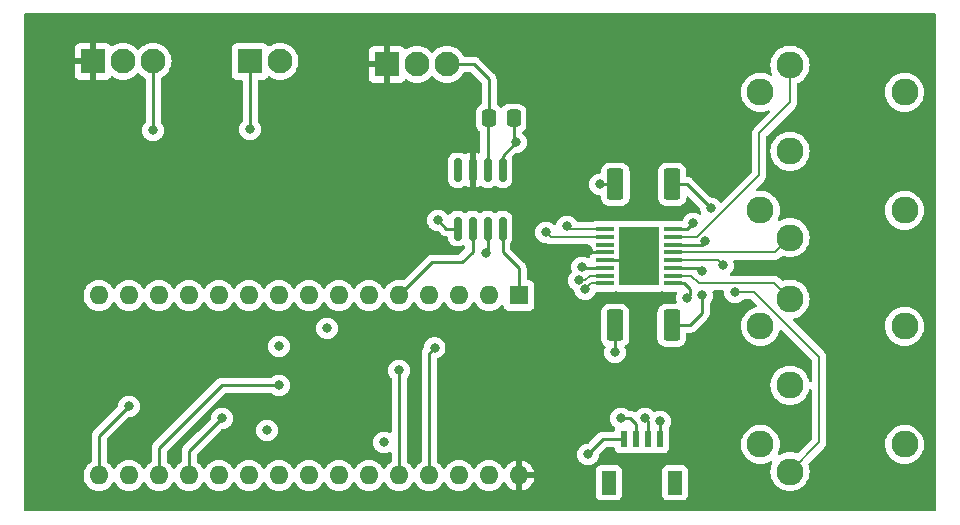
<source format=gbr>
%TF.GenerationSoftware,KiCad,Pcbnew,(6.0.10)*%
%TF.CreationDate,2023-02-04T01:48:26-05:00*%
%TF.ProjectId,lin-valve-control,6c696e2d-7661-46c7-9665-2d636f6e7472,rev?*%
%TF.SameCoordinates,Original*%
%TF.FileFunction,Copper,L1,Top*%
%TF.FilePolarity,Positive*%
%FSLAX46Y46*%
G04 Gerber Fmt 4.6, Leading zero omitted, Abs format (unit mm)*
G04 Created by KiCad (PCBNEW (6.0.10)) date 2023-02-04 01:48:26*
%MOMM*%
%LPD*%
G01*
G04 APERTURE LIST*
G04 Aperture macros list*
%AMRoundRect*
0 Rectangle with rounded corners*
0 $1 Rounding radius*
0 $2 $3 $4 $5 $6 $7 $8 $9 X,Y pos of 4 corners*
0 Add a 4 corners polygon primitive as box body*
4,1,4,$2,$3,$4,$5,$6,$7,$8,$9,$2,$3,0*
0 Add four circle primitives for the rounded corners*
1,1,$1+$1,$2,$3*
1,1,$1+$1,$4,$5*
1,1,$1+$1,$6,$7*
1,1,$1+$1,$8,$9*
0 Add four rect primitives between the rounded corners*
20,1,$1+$1,$2,$3,$4,$5,0*
20,1,$1+$1,$4,$5,$6,$7,0*
20,1,$1+$1,$6,$7,$8,$9,0*
20,1,$1+$1,$8,$9,$2,$3,0*%
G04 Aperture macros list end*
%TA.AperFunction,ComponentPad*%
%ADD10R,1.600000X1.600000*%
%TD*%
%TA.AperFunction,ComponentPad*%
%ADD11O,1.600000X1.600000*%
%TD*%
%TA.AperFunction,SMDPad,CuDef*%
%ADD12R,0.599440X1.348740*%
%TD*%
%TA.AperFunction,SMDPad,CuDef*%
%ADD13R,1.198880X1.998980*%
%TD*%
%TA.AperFunction,ComponentPad*%
%ADD14C,0.500000*%
%TD*%
%TA.AperFunction,SMDPad,CuDef*%
%ADD15R,3.400000X5.000000*%
%TD*%
%TA.AperFunction,SMDPad,CuDef*%
%ADD16RoundRect,0.100000X0.687500X0.100000X-0.687500X0.100000X-0.687500X-0.100000X0.687500X-0.100000X0*%
%TD*%
%TA.AperFunction,SMDPad,CuDef*%
%ADD17RoundRect,0.150000X0.150000X-0.825000X0.150000X0.825000X-0.150000X0.825000X-0.150000X-0.825000X0*%
%TD*%
%TA.AperFunction,SMDPad,CuDef*%
%ADD18RoundRect,0.249999X0.450001X1.075001X-0.450001X1.075001X-0.450001X-1.075001X0.450001X-1.075001X0*%
%TD*%
%TA.AperFunction,ComponentPad*%
%ADD19C,2.100000*%
%TD*%
%TA.AperFunction,ComponentPad*%
%ADD20R,2.100000X2.100000*%
%TD*%
%TA.AperFunction,ComponentPad*%
%ADD21C,2.286000*%
%TD*%
%TA.AperFunction,SMDPad,CuDef*%
%ADD22RoundRect,0.250000X-0.337500X-0.475000X0.337500X-0.475000X0.337500X0.475000X-0.337500X0.475000X0*%
%TD*%
%TA.AperFunction,ViaPad*%
%ADD23C,0.800000*%
%TD*%
%TA.AperFunction,Conductor*%
%ADD24C,0.250000*%
%TD*%
%TA.AperFunction,Conductor*%
%ADD25C,0.200000*%
%TD*%
G04 APERTURE END LIST*
D10*
%TO.P,U1,1,D1/TX*%
%TO.N,TXD*%
X194818000Y-82814000D03*
D11*
%TO.P,U1,2,D0/RX*%
%TO.N,RXD*%
X192278000Y-82814000D03*
%TO.P,U1,3,~{RESET}*%
%TO.N,unconnected-(U1-Pad3)*%
X189738000Y-82814000D03*
%TO.P,U1,4,GND*%
%TO.N,GND*%
X187198000Y-82814000D03*
%TO.P,U1,5,D2*%
%TO.N,~{LIN_SLP}*%
X184658000Y-82814000D03*
%TO.P,U1,6,D3*%
%TO.N,~{LIN_WAKE}*%
X182118000Y-82814000D03*
%TO.P,U1,7,D4*%
%TO.N,VALVE_IN1+*%
X179578000Y-82814000D03*
%TO.P,U1,8,D5*%
%TO.N,VALVE_IN1-*%
X177038000Y-82814000D03*
%TO.P,U1,9,D6*%
%TO.N,VALVE1_CLOSED*%
X174498000Y-82814000D03*
%TO.P,U1,10,D7*%
%TO.N,VALVE1_OPEN*%
X171958000Y-82814000D03*
%TO.P,U1,11,D8*%
%TO.N,VALVE_IN2+*%
X169418000Y-82814000D03*
%TO.P,U1,12,D9*%
%TO.N,VALVE_IN2-*%
X166878000Y-82814000D03*
%TO.P,U1,13,D10*%
%TO.N,VALVE2_CLOSED*%
X164338000Y-82814000D03*
%TO.P,U1,14,D11*%
%TO.N,VALVE2_OPEN*%
X161798000Y-82814000D03*
%TO.P,U1,15,D12*%
%TO.N,FLOW_PULSE*%
X159258000Y-82814000D03*
%TO.P,U1,16,D13*%
%TO.N,~{MOTOR_FAULT}*%
X159258000Y-98054000D03*
%TO.P,U1,17,3V3*%
%TO.N,+3V3*%
X161798000Y-98054000D03*
%TO.P,U1,18,AREF*%
%TO.N,+5V*%
X164338000Y-98054000D03*
%TO.P,U1,19,A0*%
%TO.N,MOTOR_EN*%
X166878000Y-98054000D03*
%TO.P,U1,20,A1*%
%TO.N,unconnected-(U1-Pad20)*%
X169418000Y-98054000D03*
%TO.P,U1,21,A2*%
%TO.N,unconnected-(U1-Pad21)*%
X171958000Y-98054000D03*
%TO.P,U1,22,A3*%
%TO.N,unconnected-(U1-Pad22)*%
X174498000Y-98054000D03*
%TO.P,U1,23,A4*%
%TO.N,SDA5*%
X177038000Y-98054000D03*
%TO.P,U1,24,A5*%
%TO.N,SCL5*%
X179578000Y-98054000D03*
%TO.P,U1,25,A6*%
%TO.N,unconnected-(U1-Pad25)*%
X182118000Y-98054000D03*
%TO.P,U1,26,A7*%
%TO.N,COOLANT_NTC*%
X184658000Y-98054000D03*
%TO.P,U1,27,+5V*%
%TO.N,+5V*%
X187198000Y-98054000D03*
%TO.P,U1,28,~{RESET}*%
%TO.N,unconnected-(U1-Pad28)*%
X189738000Y-98054000D03*
%TO.P,U1,29,GND*%
%TO.N,GND*%
X192278000Y-98054000D03*
%TO.P,U1,30,VIN*%
%TO.N,+12V*%
X194818000Y-98054000D03*
%TD*%
D12*
%TO.P,J1,1,GND*%
%TO.N,GND*%
X203723240Y-94996000D03*
%TO.P,J1,2,VCC*%
%TO.N,+3V3*%
X204724000Y-94996000D03*
%TO.P,J1,3,SDA*%
%TO.N,SDA*%
X205719680Y-94996000D03*
%TO.P,J1,4,SCL*%
%TO.N,SCL*%
X206720440Y-94996000D03*
D13*
%TO.P,J1,NC1*%
%TO.N,N/C*%
X208020920Y-98668840D03*
%TO.P,J1,NC2*%
X202422760Y-98668840D03*
%TD*%
D14*
%TO.P,U3,17,GND(PPAD)*%
%TO.N,GND*%
X204228000Y-79502000D03*
X204228000Y-78002000D03*
X205728000Y-79502000D03*
X204228000Y-81002000D03*
D15*
X204978000Y-79502000D03*
D14*
X205728000Y-78002000D03*
X205728000Y-81002000D03*
D16*
%TO.P,U3,16,AIN1*%
%TO.N,VALVE_IN1+*%
X202115500Y-81777000D03*
%TO.P,U3,15,AIN2*%
%TO.N,VALVE_IN1-*%
X202115500Y-81127000D03*
%TO.P,U3,14,VINT*%
%TO.N,Net-(C3-Pad1)*%
X202115500Y-80477000D03*
%TO.P,U3,13,GND*%
%TO.N,GND*%
X202115500Y-79827000D03*
%TO.P,U3,12,VM*%
%TO.N,+12V*%
X202115500Y-79177000D03*
%TO.P,U3,11,VCP*%
%TO.N,unconnected-(U3-Pad11)*%
X202115500Y-78527000D03*
%TO.P,U3,10,BIN2*%
%TO.N,VALVE_IN2-*%
X202115500Y-77877000D03*
%TO.P,U3,9,BIN1*%
%TO.N,VALVE_IN2+*%
X202115500Y-77227000D03*
%TO.P,U3,8,nFAULT*%
%TO.N,~{MOTOR_FAULT}*%
X207840500Y-77227000D03*
%TO.P,U3,7,BOUT1*%
%TO.N,VALVE2+*%
X207840500Y-77877000D03*
%TO.P,U3,6,BISEN*%
%TO.N,Net-(R7-Pad1)*%
X207840500Y-78527000D03*
%TO.P,U3,5,BOUT2*%
%TO.N,VALVE2-*%
X207840500Y-79177000D03*
%TO.P,U3,4,AOUT2*%
%TO.N,VALVE1-*%
X207840500Y-79827000D03*
%TO.P,U3,3,AISEN*%
%TO.N,Net-(R5-Pad1)*%
X207840500Y-80477000D03*
%TO.P,U3,2,AOUT1*%
%TO.N,VALVE1+*%
X207840500Y-81127000D03*
%TO.P,U3,1,nSLEEP*%
%TO.N,MOTOR_EN*%
X207840500Y-81777000D03*
%TD*%
D17*
%TO.P,U2,8,INH*%
%TO.N,unconnected-(U2-Pad8)*%
X189611000Y-72201000D03*
%TO.P,U2,7,VBAT*%
%TO.N,+12V*%
X190881000Y-72201000D03*
%TO.P,U2,6,LIN*%
%TO.N,LIN*%
X192151000Y-72201000D03*
%TO.P,U2,5,GND*%
%TO.N,GND*%
X193421000Y-72201000D03*
%TO.P,U2,4,TXD*%
%TO.N,TXD*%
X193421000Y-77151000D03*
%TO.P,U2,3,~{WAKE}*%
%TO.N,~{LIN_WAKE}*%
X192151000Y-77151000D03*
%TO.P,U2,2,~{SLP}*%
%TO.N,~{LIN_SLP}*%
X190881000Y-77151000D03*
%TO.P,U2,1,RXD*%
%TO.N,RXD*%
X189611000Y-77151000D03*
%TD*%
D18*
%TO.P,R7,2*%
%TO.N,GND*%
X202972000Y-73406000D03*
%TO.P,R7,1*%
%TO.N,Net-(R7-Pad1)*%
X207772000Y-73406000D03*
%TD*%
%TO.P,R5,2*%
%TO.N,GND*%
X202946000Y-85344000D03*
%TO.P,R5,1*%
%TO.N,Net-(R5-Pad1)*%
X207746000Y-85344000D03*
%TD*%
D19*
%TO.P,J5,3,Pin_3*%
%TO.N,FLOW_PULSE*%
X163830000Y-62992000D03*
%TO.P,J5,2,Pin_2*%
%TO.N,GND*%
X161290000Y-62992000D03*
D20*
%TO.P,J5,1,Pin_1*%
%TO.N,+12V*%
X158750000Y-62992000D03*
%TD*%
D19*
%TO.P,J4,2,Pin_2*%
%TO.N,GND*%
X174582000Y-62992000D03*
D20*
%TO.P,J4,1,Pin_1*%
%TO.N,COOLANT_NTC*%
X172042000Y-62992000D03*
%TD*%
D21*
%TO.P,J3,7*%
%TO.N,N/C*%
X227459540Y-85425280D03*
%TO.P,J3,6*%
X227459540Y-95422720D03*
%TO.P,J3,5*%
%TO.N,VALVE1_CLOSED*%
X215259920Y-95422720D03*
%TO.P,J3,4*%
%TO.N,VALVE1_OPEN*%
X215259920Y-85425280D03*
%TO.P,J3,3*%
%TO.N,VALVE1-*%
X217759280Y-97723960D03*
%TO.P,J3,2*%
%TO.N,GND*%
X217759280Y-90424000D03*
%TO.P,J3,1*%
%TO.N,VALVE1+*%
X217759280Y-83124040D03*
%TD*%
%TO.P,J2,1*%
%TO.N,VALVE2+*%
X217759280Y-63312040D03*
%TO.P,J2,2*%
%TO.N,GND*%
X217759280Y-70612000D03*
%TO.P,J2,3*%
%TO.N,VALVE2-*%
X217759280Y-77911960D03*
%TO.P,J2,4*%
%TO.N,VALVE2_OPEN*%
X215259920Y-65613280D03*
%TO.P,J2,5*%
%TO.N,VALVE2_CLOSED*%
X215259920Y-75610720D03*
%TO.P,J2,6*%
%TO.N,N/C*%
X227459540Y-75610720D03*
%TO.P,J2,7*%
X227459540Y-65613280D03*
%TD*%
D22*
%TO.P,C1,2*%
%TO.N,GND*%
X194353000Y-67818000D03*
%TO.P,C1,1*%
%TO.N,LIN*%
X192278000Y-67818000D03*
%TD*%
D19*
%TO.P,J6,3,Pin_3*%
%TO.N,LIN*%
X188722000Y-63246000D03*
%TO.P,J6,2,Pin_2*%
%TO.N,GND*%
X186182000Y-63246000D03*
D20*
%TO.P,J6,1,Pin_1*%
%TO.N,+12V*%
X183642000Y-63246000D03*
%TD*%
D23*
%TO.N,+5V*%
X187674000Y-87251500D03*
%TO.N,COOLANT_NTC*%
X184658000Y-89154000D03*
X172042000Y-68750000D03*
%TO.N,FLOW_PULSE*%
X163830000Y-68834000D03*
%TO.N,+12V*%
X200660000Y-78994000D03*
%TO.N,+5V*%
X174498000Y-90424000D03*
%TO.N,SCL*%
X206756000Y-93472000D03*
X183388000Y-95250000D03*
%TO.N,SDA*%
X205486000Y-93218000D03*
X173482000Y-94234000D03*
%TO.N,+3V3*%
X203454000Y-93218000D03*
%TO.N,GND*%
X200660000Y-96266000D03*
X194564000Y-69850000D03*
%TO.N,~{LIN_WAKE}*%
X192024000Y-79248000D03*
%TO.N,RXD*%
X187960000Y-76454000D03*
%TO.N,VALVE_IN1+*%
X200406000Y-82296000D03*
%TO.N,VALVE_IN1-*%
X199898000Y-81534000D03*
%TO.N,VALVE_IN2+*%
X198882000Y-76962000D03*
%TO.N,VALVE_IN2-*%
X197104000Y-77470000D03*
%TO.N,MOTOR_EN*%
X169672000Y-93218000D03*
%TO.N,~{MOTOR_FAULT}*%
X161798000Y-92202000D03*
%TO.N,VALVE_IN1+*%
X178562000Y-85598000D03*
%TO.N,VALVE1_CLOSED*%
X174498000Y-87122000D03*
%TO.N,Net-(C3-Pad1)*%
X200152000Y-80427500D03*
%TO.N,~{MOTOR_FAULT}*%
X209550000Y-76708000D03*
%TO.N,MOTOR_EN*%
X209042000Y-83058000D03*
%TO.N,GND*%
X202946000Y-87630000D03*
%TO.N,Net-(R5-Pad1)*%
X210312000Y-80772000D03*
X210312000Y-82804000D03*
%TO.N,GND*%
X201676000Y-73406000D03*
%TO.N,Net-(R7-Pad1)*%
X211074000Y-75438000D03*
X210566000Y-78232000D03*
%TO.N,VALVE1-*%
X213106000Y-82550000D03*
X212090000Y-80264000D03*
%TD*%
D24*
%TO.N,+5V*%
X187198000Y-87727500D02*
X187674000Y-87251500D01*
X187198000Y-98054000D02*
X187198000Y-87727500D01*
%TO.N,COOLANT_NTC*%
X172042000Y-62992000D02*
X172042000Y-68750000D01*
X184658000Y-89154000D02*
X184658000Y-98054000D01*
%TO.N,FLOW_PULSE*%
X163830000Y-62992000D02*
X163830000Y-68834000D01*
%TO.N,+12V*%
X200843000Y-79177000D02*
X200660000Y-78994000D01*
X202115500Y-79177000D02*
X200843000Y-79177000D01*
%TO.N,+5V*%
X164338000Y-95758000D02*
X164338000Y-98054000D01*
X169672000Y-90424000D02*
X164338000Y-95758000D01*
X174498000Y-90424000D02*
X169672000Y-90424000D01*
%TO.N,SCL*%
X206756000Y-93472000D02*
X206756000Y-94960440D01*
X206756000Y-94960440D02*
X206720440Y-94996000D01*
%TO.N,SDA*%
X205719680Y-93451680D02*
X205719680Y-94996000D01*
X205486000Y-93218000D02*
X205719680Y-93451680D01*
%TO.N,+3V3*%
X204216000Y-93218000D02*
X203454000Y-93218000D01*
X204724000Y-93726000D02*
X204216000Y-93218000D01*
X204724000Y-94996000D02*
X204724000Y-93726000D01*
%TO.N,GND*%
X201930000Y-94996000D02*
X200660000Y-96266000D01*
X203723240Y-94996000D02*
X201930000Y-94996000D01*
%TO.N,LIN*%
X192278000Y-64516000D02*
X191008000Y-63246000D01*
X191008000Y-63246000D02*
X188722000Y-63246000D01*
X192278000Y-67818000D02*
X192278000Y-64516000D01*
%TO.N,GND*%
X194353000Y-69639000D02*
X194564000Y-69850000D01*
X194353000Y-67818000D02*
X194353000Y-69639000D01*
%TO.N,LIN*%
X192151000Y-67945000D02*
X192278000Y-67818000D01*
X192151000Y-72201000D02*
X192151000Y-67945000D01*
%TO.N,GND*%
X193421000Y-70993000D02*
X194564000Y-69850000D01*
X193421000Y-72201000D02*
X193421000Y-70993000D01*
%TO.N,~{LIN_SLP}*%
X190881000Y-79121000D02*
X190881000Y-77151000D01*
X189992000Y-80010000D02*
X190881000Y-79121000D01*
X187462000Y-80010000D02*
X189992000Y-80010000D01*
X184658000Y-82814000D02*
X187462000Y-80010000D01*
%TO.N,~{LIN_WAKE}*%
X192151000Y-79121000D02*
X192151000Y-77151000D01*
X192024000Y-79248000D02*
X192151000Y-79121000D01*
%TO.N,RXD*%
X188657000Y-77151000D02*
X187960000Y-76454000D01*
X189611000Y-77151000D02*
X188657000Y-77151000D01*
%TO.N,TXD*%
X194818000Y-80518000D02*
X194818000Y-82814000D01*
X193421000Y-79121000D02*
X194818000Y-80518000D01*
X193421000Y-77151000D02*
X193421000Y-79121000D01*
D25*
%TO.N,VALVE_IN1-*%
X200813000Y-81127000D02*
X200406000Y-81534000D01*
X202115500Y-81127000D02*
X200813000Y-81127000D01*
X200406000Y-81534000D02*
X199898000Y-81534000D01*
%TO.N,VALVE_IN1+*%
X200925000Y-81777000D02*
X200406000Y-82296000D01*
X202115500Y-81777000D02*
X200925000Y-81777000D01*
%TO.N,VALVE_IN2+*%
X199147000Y-77227000D02*
X202115500Y-77227000D01*
X198882000Y-76962000D02*
X199147000Y-77227000D01*
%TO.N,VALVE_IN2-*%
X197104000Y-77470000D02*
X197511000Y-77877000D01*
X197511000Y-77877000D02*
X202115500Y-77877000D01*
D24*
%TO.N,GND*%
X203903000Y-79827000D02*
X204228000Y-79502000D01*
X202115500Y-79827000D02*
X203903000Y-79827000D01*
%TO.N,Net-(C3-Pad1)*%
X200201500Y-80477000D02*
X200152000Y-80427500D01*
X202115500Y-80477000D02*
X200201500Y-80477000D01*
%TO.N,~{MOTOR_FAULT}*%
X159258000Y-94742000D02*
X161798000Y-92202000D01*
X159258000Y-98054000D02*
X159258000Y-94742000D01*
X209031000Y-77227000D02*
X209550000Y-76708000D01*
X207840500Y-77227000D02*
X209031000Y-77227000D01*
%TO.N,Net-(R7-Pad1)*%
X209042000Y-73406000D02*
X207772000Y-73406000D01*
X211074000Y-75438000D02*
X209042000Y-73406000D01*
%TO.N,MOTOR_EN*%
X166878000Y-96012000D02*
X166878000Y-98054000D01*
X169672000Y-93218000D02*
X166878000Y-96012000D01*
X209296000Y-82296000D02*
X209296000Y-82804000D01*
X209296000Y-82804000D02*
X209042000Y-83058000D01*
X208777000Y-81777000D02*
X209296000Y-82296000D01*
X207840500Y-81777000D02*
X208777000Y-81777000D01*
%TO.N,GND*%
X202946000Y-85344000D02*
X202946000Y-87630000D01*
%TO.N,Net-(R5-Pad1)*%
X210312000Y-84328000D02*
X210312000Y-82804000D01*
X209296000Y-85344000D02*
X210312000Y-84328000D01*
X207746000Y-85344000D02*
X209296000Y-85344000D01*
X210017000Y-80477000D02*
X210312000Y-80772000D01*
X207840500Y-80477000D02*
X210017000Y-80477000D01*
D25*
%TO.N,VALVE1+*%
X216423240Y-81788000D02*
X217759280Y-83124040D01*
X210058000Y-81788000D02*
X216423240Y-81788000D01*
X209397000Y-81127000D02*
X210058000Y-81788000D01*
X207840500Y-81127000D02*
X209397000Y-81127000D01*
%TO.N,VALVE1-*%
X212090000Y-80264000D02*
X211653000Y-79827000D01*
X211653000Y-79827000D02*
X207840500Y-79827000D01*
D24*
%TO.N,GND*%
X201422000Y-73406000D02*
X201676000Y-73406000D01*
X202972000Y-73406000D02*
X201676000Y-73406000D01*
%TO.N,Net-(R7-Pad1)*%
X210271000Y-78527000D02*
X210566000Y-78232000D01*
X207840500Y-78527000D02*
X210271000Y-78527000D01*
D25*
%TO.N,VALVE2+*%
X215138000Y-69088000D02*
X217759280Y-66466720D01*
X217759280Y-66466720D02*
X217759280Y-63312040D01*
X215138000Y-72644000D02*
X215138000Y-69088000D01*
X209905000Y-77877000D02*
X215138000Y-72644000D01*
X207840500Y-77877000D02*
X209905000Y-77877000D01*
%TO.N,VALVE1-*%
X220218000Y-95265240D02*
X217759280Y-97723960D01*
X220218000Y-88020506D02*
X220218000Y-95265240D01*
X214747494Y-82550000D02*
X220218000Y-88020506D01*
X213106000Y-82550000D02*
X214747494Y-82550000D01*
%TO.N,VALVE2-*%
X216494240Y-79177000D02*
X217759280Y-77911960D01*
X207840500Y-79177000D02*
X216494240Y-79177000D01*
%TD*%
%TA.AperFunction,Conductor*%
%TO.N,+12V*%
G36*
X230065621Y-58948502D02*
G01*
X230112114Y-59002158D01*
X230123500Y-59054500D01*
X230123500Y-100965500D01*
X230103498Y-101033621D01*
X230049842Y-101080114D01*
X229997500Y-101091500D01*
X153034500Y-101091500D01*
X152966379Y-101071498D01*
X152919886Y-101017842D01*
X152908500Y-100965500D01*
X152908500Y-99716464D01*
X201314820Y-99716464D01*
X201321575Y-99778646D01*
X201372705Y-99915035D01*
X201460059Y-100031591D01*
X201576615Y-100118945D01*
X201713004Y-100170075D01*
X201775186Y-100176830D01*
X203070334Y-100176830D01*
X203132516Y-100170075D01*
X203268905Y-100118945D01*
X203385461Y-100031591D01*
X203472815Y-99915035D01*
X203523945Y-99778646D01*
X203530700Y-99716464D01*
X206912980Y-99716464D01*
X206919735Y-99778646D01*
X206970865Y-99915035D01*
X207058219Y-100031591D01*
X207174775Y-100118945D01*
X207311164Y-100170075D01*
X207373346Y-100176830D01*
X208668494Y-100176830D01*
X208730676Y-100170075D01*
X208867065Y-100118945D01*
X208983621Y-100031591D01*
X209070975Y-99915035D01*
X209122105Y-99778646D01*
X209128860Y-99716464D01*
X209128860Y-97621216D01*
X209122105Y-97559034D01*
X209070975Y-97422645D01*
X208983621Y-97306089D01*
X208867065Y-97218735D01*
X208730676Y-97167605D01*
X208668494Y-97160850D01*
X207373346Y-97160850D01*
X207311164Y-97167605D01*
X207174775Y-97218735D01*
X207058219Y-97306089D01*
X206970865Y-97422645D01*
X206919735Y-97559034D01*
X206912980Y-97621216D01*
X206912980Y-99716464D01*
X203530700Y-99716464D01*
X203530700Y-97621216D01*
X203523945Y-97559034D01*
X203472815Y-97422645D01*
X203385461Y-97306089D01*
X203268905Y-97218735D01*
X203132516Y-97167605D01*
X203070334Y-97160850D01*
X201775186Y-97160850D01*
X201713004Y-97167605D01*
X201576615Y-97218735D01*
X201460059Y-97306089D01*
X201372705Y-97422645D01*
X201321575Y-97559034D01*
X201314820Y-97621216D01*
X201314820Y-99716464D01*
X152908500Y-99716464D01*
X152908500Y-98054000D01*
X157944502Y-98054000D01*
X157964457Y-98282087D01*
X157965881Y-98287400D01*
X157965881Y-98287402D01*
X158017560Y-98480267D01*
X158023716Y-98503243D01*
X158026039Y-98508224D01*
X158026039Y-98508225D01*
X158118151Y-98705762D01*
X158118154Y-98705767D01*
X158120477Y-98710749D01*
X158123634Y-98715257D01*
X158247108Y-98891596D01*
X158251802Y-98898300D01*
X158413700Y-99060198D01*
X158418208Y-99063355D01*
X158418211Y-99063357D01*
X158496389Y-99118098D01*
X158601251Y-99191523D01*
X158606233Y-99193846D01*
X158606238Y-99193849D01*
X158802765Y-99285490D01*
X158808757Y-99288284D01*
X158814065Y-99289706D01*
X158814067Y-99289707D01*
X159024598Y-99346119D01*
X159024600Y-99346119D01*
X159029913Y-99347543D01*
X159258000Y-99367498D01*
X159486087Y-99347543D01*
X159491400Y-99346119D01*
X159491402Y-99346119D01*
X159701933Y-99289707D01*
X159701935Y-99289706D01*
X159707243Y-99288284D01*
X159713235Y-99285490D01*
X159909762Y-99193849D01*
X159909767Y-99193846D01*
X159914749Y-99191523D01*
X160019611Y-99118098D01*
X160097789Y-99063357D01*
X160097792Y-99063355D01*
X160102300Y-99060198D01*
X160264198Y-98898300D01*
X160268893Y-98891596D01*
X160392366Y-98715257D01*
X160395523Y-98710749D01*
X160397846Y-98705767D01*
X160397849Y-98705762D01*
X160413805Y-98671543D01*
X160460722Y-98618258D01*
X160528999Y-98598797D01*
X160596959Y-98619339D01*
X160642195Y-98671543D01*
X160658151Y-98705762D01*
X160658154Y-98705767D01*
X160660477Y-98710749D01*
X160663634Y-98715257D01*
X160787108Y-98891596D01*
X160791802Y-98898300D01*
X160953700Y-99060198D01*
X160958208Y-99063355D01*
X160958211Y-99063357D01*
X161036389Y-99118098D01*
X161141251Y-99191523D01*
X161146233Y-99193846D01*
X161146238Y-99193849D01*
X161342765Y-99285490D01*
X161348757Y-99288284D01*
X161354065Y-99289706D01*
X161354067Y-99289707D01*
X161564598Y-99346119D01*
X161564600Y-99346119D01*
X161569913Y-99347543D01*
X161798000Y-99367498D01*
X162026087Y-99347543D01*
X162031400Y-99346119D01*
X162031402Y-99346119D01*
X162241933Y-99289707D01*
X162241935Y-99289706D01*
X162247243Y-99288284D01*
X162253235Y-99285490D01*
X162449762Y-99193849D01*
X162449767Y-99193846D01*
X162454749Y-99191523D01*
X162559611Y-99118098D01*
X162637789Y-99063357D01*
X162637792Y-99063355D01*
X162642300Y-99060198D01*
X162804198Y-98898300D01*
X162808893Y-98891596D01*
X162932366Y-98715257D01*
X162935523Y-98710749D01*
X162937846Y-98705767D01*
X162937849Y-98705762D01*
X162953805Y-98671543D01*
X163000722Y-98618258D01*
X163068999Y-98598797D01*
X163136959Y-98619339D01*
X163182195Y-98671543D01*
X163198151Y-98705762D01*
X163198154Y-98705767D01*
X163200477Y-98710749D01*
X163203634Y-98715257D01*
X163327108Y-98891596D01*
X163331802Y-98898300D01*
X163493700Y-99060198D01*
X163498208Y-99063355D01*
X163498211Y-99063357D01*
X163576389Y-99118098D01*
X163681251Y-99191523D01*
X163686233Y-99193846D01*
X163686238Y-99193849D01*
X163882765Y-99285490D01*
X163888757Y-99288284D01*
X163894065Y-99289706D01*
X163894067Y-99289707D01*
X164104598Y-99346119D01*
X164104600Y-99346119D01*
X164109913Y-99347543D01*
X164338000Y-99367498D01*
X164566087Y-99347543D01*
X164571400Y-99346119D01*
X164571402Y-99346119D01*
X164781933Y-99289707D01*
X164781935Y-99289706D01*
X164787243Y-99288284D01*
X164793235Y-99285490D01*
X164989762Y-99193849D01*
X164989767Y-99193846D01*
X164994749Y-99191523D01*
X165099611Y-99118098D01*
X165177789Y-99063357D01*
X165177792Y-99063355D01*
X165182300Y-99060198D01*
X165344198Y-98898300D01*
X165348893Y-98891596D01*
X165472366Y-98715257D01*
X165475523Y-98710749D01*
X165477846Y-98705767D01*
X165477849Y-98705762D01*
X165493805Y-98671543D01*
X165540722Y-98618258D01*
X165608999Y-98598797D01*
X165676959Y-98619339D01*
X165722195Y-98671543D01*
X165738151Y-98705762D01*
X165738154Y-98705767D01*
X165740477Y-98710749D01*
X165743634Y-98715257D01*
X165867108Y-98891596D01*
X165871802Y-98898300D01*
X166033700Y-99060198D01*
X166038208Y-99063355D01*
X166038211Y-99063357D01*
X166116389Y-99118098D01*
X166221251Y-99191523D01*
X166226233Y-99193846D01*
X166226238Y-99193849D01*
X166422765Y-99285490D01*
X166428757Y-99288284D01*
X166434065Y-99289706D01*
X166434067Y-99289707D01*
X166644598Y-99346119D01*
X166644600Y-99346119D01*
X166649913Y-99347543D01*
X166878000Y-99367498D01*
X167106087Y-99347543D01*
X167111400Y-99346119D01*
X167111402Y-99346119D01*
X167321933Y-99289707D01*
X167321935Y-99289706D01*
X167327243Y-99288284D01*
X167333235Y-99285490D01*
X167529762Y-99193849D01*
X167529767Y-99193846D01*
X167534749Y-99191523D01*
X167639611Y-99118098D01*
X167717789Y-99063357D01*
X167717792Y-99063355D01*
X167722300Y-99060198D01*
X167884198Y-98898300D01*
X167888893Y-98891596D01*
X168012366Y-98715257D01*
X168015523Y-98710749D01*
X168017846Y-98705767D01*
X168017849Y-98705762D01*
X168033805Y-98671543D01*
X168080722Y-98618258D01*
X168148999Y-98598797D01*
X168216959Y-98619339D01*
X168262195Y-98671543D01*
X168278151Y-98705762D01*
X168278154Y-98705767D01*
X168280477Y-98710749D01*
X168283634Y-98715257D01*
X168407108Y-98891596D01*
X168411802Y-98898300D01*
X168573700Y-99060198D01*
X168578208Y-99063355D01*
X168578211Y-99063357D01*
X168656389Y-99118098D01*
X168761251Y-99191523D01*
X168766233Y-99193846D01*
X168766238Y-99193849D01*
X168962765Y-99285490D01*
X168968757Y-99288284D01*
X168974065Y-99289706D01*
X168974067Y-99289707D01*
X169184598Y-99346119D01*
X169184600Y-99346119D01*
X169189913Y-99347543D01*
X169418000Y-99367498D01*
X169646087Y-99347543D01*
X169651400Y-99346119D01*
X169651402Y-99346119D01*
X169861933Y-99289707D01*
X169861935Y-99289706D01*
X169867243Y-99288284D01*
X169873235Y-99285490D01*
X170069762Y-99193849D01*
X170069767Y-99193846D01*
X170074749Y-99191523D01*
X170179611Y-99118098D01*
X170257789Y-99063357D01*
X170257792Y-99063355D01*
X170262300Y-99060198D01*
X170424198Y-98898300D01*
X170428893Y-98891596D01*
X170552366Y-98715257D01*
X170555523Y-98710749D01*
X170557846Y-98705767D01*
X170557849Y-98705762D01*
X170573805Y-98671543D01*
X170620722Y-98618258D01*
X170688999Y-98598797D01*
X170756959Y-98619339D01*
X170802195Y-98671543D01*
X170818151Y-98705762D01*
X170818154Y-98705767D01*
X170820477Y-98710749D01*
X170823634Y-98715257D01*
X170947108Y-98891596D01*
X170951802Y-98898300D01*
X171113700Y-99060198D01*
X171118208Y-99063355D01*
X171118211Y-99063357D01*
X171196389Y-99118098D01*
X171301251Y-99191523D01*
X171306233Y-99193846D01*
X171306238Y-99193849D01*
X171502765Y-99285490D01*
X171508757Y-99288284D01*
X171514065Y-99289706D01*
X171514067Y-99289707D01*
X171724598Y-99346119D01*
X171724600Y-99346119D01*
X171729913Y-99347543D01*
X171958000Y-99367498D01*
X172186087Y-99347543D01*
X172191400Y-99346119D01*
X172191402Y-99346119D01*
X172401933Y-99289707D01*
X172401935Y-99289706D01*
X172407243Y-99288284D01*
X172413235Y-99285490D01*
X172609762Y-99193849D01*
X172609767Y-99193846D01*
X172614749Y-99191523D01*
X172719611Y-99118098D01*
X172797789Y-99063357D01*
X172797792Y-99063355D01*
X172802300Y-99060198D01*
X172964198Y-98898300D01*
X172968893Y-98891596D01*
X173092366Y-98715257D01*
X173095523Y-98710749D01*
X173097846Y-98705767D01*
X173097849Y-98705762D01*
X173113805Y-98671543D01*
X173160722Y-98618258D01*
X173228999Y-98598797D01*
X173296959Y-98619339D01*
X173342195Y-98671543D01*
X173358151Y-98705762D01*
X173358154Y-98705767D01*
X173360477Y-98710749D01*
X173363634Y-98715257D01*
X173487108Y-98891596D01*
X173491802Y-98898300D01*
X173653700Y-99060198D01*
X173658208Y-99063355D01*
X173658211Y-99063357D01*
X173736389Y-99118098D01*
X173841251Y-99191523D01*
X173846233Y-99193846D01*
X173846238Y-99193849D01*
X174042765Y-99285490D01*
X174048757Y-99288284D01*
X174054065Y-99289706D01*
X174054067Y-99289707D01*
X174264598Y-99346119D01*
X174264600Y-99346119D01*
X174269913Y-99347543D01*
X174498000Y-99367498D01*
X174726087Y-99347543D01*
X174731400Y-99346119D01*
X174731402Y-99346119D01*
X174941933Y-99289707D01*
X174941935Y-99289706D01*
X174947243Y-99288284D01*
X174953235Y-99285490D01*
X175149762Y-99193849D01*
X175149767Y-99193846D01*
X175154749Y-99191523D01*
X175259611Y-99118098D01*
X175337789Y-99063357D01*
X175337792Y-99063355D01*
X175342300Y-99060198D01*
X175504198Y-98898300D01*
X175508893Y-98891596D01*
X175632366Y-98715257D01*
X175635523Y-98710749D01*
X175637846Y-98705767D01*
X175637849Y-98705762D01*
X175653805Y-98671543D01*
X175700722Y-98618258D01*
X175768999Y-98598797D01*
X175836959Y-98619339D01*
X175882195Y-98671543D01*
X175898151Y-98705762D01*
X175898154Y-98705767D01*
X175900477Y-98710749D01*
X175903634Y-98715257D01*
X176027108Y-98891596D01*
X176031802Y-98898300D01*
X176193700Y-99060198D01*
X176198208Y-99063355D01*
X176198211Y-99063357D01*
X176276389Y-99118098D01*
X176381251Y-99191523D01*
X176386233Y-99193846D01*
X176386238Y-99193849D01*
X176582765Y-99285490D01*
X176588757Y-99288284D01*
X176594065Y-99289706D01*
X176594067Y-99289707D01*
X176804598Y-99346119D01*
X176804600Y-99346119D01*
X176809913Y-99347543D01*
X177038000Y-99367498D01*
X177266087Y-99347543D01*
X177271400Y-99346119D01*
X177271402Y-99346119D01*
X177481933Y-99289707D01*
X177481935Y-99289706D01*
X177487243Y-99288284D01*
X177493235Y-99285490D01*
X177689762Y-99193849D01*
X177689767Y-99193846D01*
X177694749Y-99191523D01*
X177799611Y-99118098D01*
X177877789Y-99063357D01*
X177877792Y-99063355D01*
X177882300Y-99060198D01*
X178044198Y-98898300D01*
X178048893Y-98891596D01*
X178172366Y-98715257D01*
X178175523Y-98710749D01*
X178177846Y-98705767D01*
X178177849Y-98705762D01*
X178193805Y-98671543D01*
X178240722Y-98618258D01*
X178308999Y-98598797D01*
X178376959Y-98619339D01*
X178422195Y-98671543D01*
X178438151Y-98705762D01*
X178438154Y-98705767D01*
X178440477Y-98710749D01*
X178443634Y-98715257D01*
X178567108Y-98891596D01*
X178571802Y-98898300D01*
X178733700Y-99060198D01*
X178738208Y-99063355D01*
X178738211Y-99063357D01*
X178816389Y-99118098D01*
X178921251Y-99191523D01*
X178926233Y-99193846D01*
X178926238Y-99193849D01*
X179122765Y-99285490D01*
X179128757Y-99288284D01*
X179134065Y-99289706D01*
X179134067Y-99289707D01*
X179344598Y-99346119D01*
X179344600Y-99346119D01*
X179349913Y-99347543D01*
X179578000Y-99367498D01*
X179806087Y-99347543D01*
X179811400Y-99346119D01*
X179811402Y-99346119D01*
X180021933Y-99289707D01*
X180021935Y-99289706D01*
X180027243Y-99288284D01*
X180033235Y-99285490D01*
X180229762Y-99193849D01*
X180229767Y-99193846D01*
X180234749Y-99191523D01*
X180339611Y-99118098D01*
X180417789Y-99063357D01*
X180417792Y-99063355D01*
X180422300Y-99060198D01*
X180584198Y-98898300D01*
X180588893Y-98891596D01*
X180712366Y-98715257D01*
X180715523Y-98710749D01*
X180717846Y-98705767D01*
X180717849Y-98705762D01*
X180733805Y-98671543D01*
X180780722Y-98618258D01*
X180848999Y-98598797D01*
X180916959Y-98619339D01*
X180962195Y-98671543D01*
X180978151Y-98705762D01*
X180978154Y-98705767D01*
X180980477Y-98710749D01*
X180983634Y-98715257D01*
X181107108Y-98891596D01*
X181111802Y-98898300D01*
X181273700Y-99060198D01*
X181278208Y-99063355D01*
X181278211Y-99063357D01*
X181356389Y-99118098D01*
X181461251Y-99191523D01*
X181466233Y-99193846D01*
X181466238Y-99193849D01*
X181662765Y-99285490D01*
X181668757Y-99288284D01*
X181674065Y-99289706D01*
X181674067Y-99289707D01*
X181884598Y-99346119D01*
X181884600Y-99346119D01*
X181889913Y-99347543D01*
X182118000Y-99367498D01*
X182346087Y-99347543D01*
X182351400Y-99346119D01*
X182351402Y-99346119D01*
X182561933Y-99289707D01*
X182561935Y-99289706D01*
X182567243Y-99288284D01*
X182573235Y-99285490D01*
X182769762Y-99193849D01*
X182769767Y-99193846D01*
X182774749Y-99191523D01*
X182879611Y-99118098D01*
X182957789Y-99063357D01*
X182957792Y-99063355D01*
X182962300Y-99060198D01*
X183124198Y-98898300D01*
X183128893Y-98891596D01*
X183252366Y-98715257D01*
X183255523Y-98710749D01*
X183257846Y-98705767D01*
X183257849Y-98705762D01*
X183273805Y-98671543D01*
X183320722Y-98618258D01*
X183388999Y-98598797D01*
X183456959Y-98619339D01*
X183502195Y-98671543D01*
X183518151Y-98705762D01*
X183518154Y-98705767D01*
X183520477Y-98710749D01*
X183523634Y-98715257D01*
X183647108Y-98891596D01*
X183651802Y-98898300D01*
X183813700Y-99060198D01*
X183818208Y-99063355D01*
X183818211Y-99063357D01*
X183896389Y-99118098D01*
X184001251Y-99191523D01*
X184006233Y-99193846D01*
X184006238Y-99193849D01*
X184202765Y-99285490D01*
X184208757Y-99288284D01*
X184214065Y-99289706D01*
X184214067Y-99289707D01*
X184424598Y-99346119D01*
X184424600Y-99346119D01*
X184429913Y-99347543D01*
X184658000Y-99367498D01*
X184886087Y-99347543D01*
X184891400Y-99346119D01*
X184891402Y-99346119D01*
X185101933Y-99289707D01*
X185101935Y-99289706D01*
X185107243Y-99288284D01*
X185113235Y-99285490D01*
X185309762Y-99193849D01*
X185309767Y-99193846D01*
X185314749Y-99191523D01*
X185419611Y-99118098D01*
X185497789Y-99063357D01*
X185497792Y-99063355D01*
X185502300Y-99060198D01*
X185664198Y-98898300D01*
X185668893Y-98891596D01*
X185792366Y-98715257D01*
X185795523Y-98710749D01*
X185797846Y-98705767D01*
X185797849Y-98705762D01*
X185813805Y-98671543D01*
X185860722Y-98618258D01*
X185928999Y-98598797D01*
X185996959Y-98619339D01*
X186042195Y-98671543D01*
X186058151Y-98705762D01*
X186058154Y-98705767D01*
X186060477Y-98710749D01*
X186063634Y-98715257D01*
X186187108Y-98891596D01*
X186191802Y-98898300D01*
X186353700Y-99060198D01*
X186358208Y-99063355D01*
X186358211Y-99063357D01*
X186436389Y-99118098D01*
X186541251Y-99191523D01*
X186546233Y-99193846D01*
X186546238Y-99193849D01*
X186742765Y-99285490D01*
X186748757Y-99288284D01*
X186754065Y-99289706D01*
X186754067Y-99289707D01*
X186964598Y-99346119D01*
X186964600Y-99346119D01*
X186969913Y-99347543D01*
X187198000Y-99367498D01*
X187426087Y-99347543D01*
X187431400Y-99346119D01*
X187431402Y-99346119D01*
X187641933Y-99289707D01*
X187641935Y-99289706D01*
X187647243Y-99288284D01*
X187653235Y-99285490D01*
X187849762Y-99193849D01*
X187849767Y-99193846D01*
X187854749Y-99191523D01*
X187959611Y-99118098D01*
X188037789Y-99063357D01*
X188037792Y-99063355D01*
X188042300Y-99060198D01*
X188204198Y-98898300D01*
X188208893Y-98891596D01*
X188332366Y-98715257D01*
X188335523Y-98710749D01*
X188337846Y-98705767D01*
X188337849Y-98705762D01*
X188353805Y-98671543D01*
X188400722Y-98618258D01*
X188468999Y-98598797D01*
X188536959Y-98619339D01*
X188582195Y-98671543D01*
X188598151Y-98705762D01*
X188598154Y-98705767D01*
X188600477Y-98710749D01*
X188603634Y-98715257D01*
X188727108Y-98891596D01*
X188731802Y-98898300D01*
X188893700Y-99060198D01*
X188898208Y-99063355D01*
X188898211Y-99063357D01*
X188976389Y-99118098D01*
X189081251Y-99191523D01*
X189086233Y-99193846D01*
X189086238Y-99193849D01*
X189282765Y-99285490D01*
X189288757Y-99288284D01*
X189294065Y-99289706D01*
X189294067Y-99289707D01*
X189504598Y-99346119D01*
X189504600Y-99346119D01*
X189509913Y-99347543D01*
X189738000Y-99367498D01*
X189966087Y-99347543D01*
X189971400Y-99346119D01*
X189971402Y-99346119D01*
X190181933Y-99289707D01*
X190181935Y-99289706D01*
X190187243Y-99288284D01*
X190193235Y-99285490D01*
X190389762Y-99193849D01*
X190389767Y-99193846D01*
X190394749Y-99191523D01*
X190499611Y-99118098D01*
X190577789Y-99063357D01*
X190577792Y-99063355D01*
X190582300Y-99060198D01*
X190744198Y-98898300D01*
X190748893Y-98891596D01*
X190872366Y-98715257D01*
X190875523Y-98710749D01*
X190877846Y-98705767D01*
X190877849Y-98705762D01*
X190893805Y-98671543D01*
X190940722Y-98618258D01*
X191008999Y-98598797D01*
X191076959Y-98619339D01*
X191122195Y-98671543D01*
X191138151Y-98705762D01*
X191138154Y-98705767D01*
X191140477Y-98710749D01*
X191143634Y-98715257D01*
X191267108Y-98891596D01*
X191271802Y-98898300D01*
X191433700Y-99060198D01*
X191438208Y-99063355D01*
X191438211Y-99063357D01*
X191516389Y-99118098D01*
X191621251Y-99191523D01*
X191626233Y-99193846D01*
X191626238Y-99193849D01*
X191822765Y-99285490D01*
X191828757Y-99288284D01*
X191834065Y-99289706D01*
X191834067Y-99289707D01*
X192044598Y-99346119D01*
X192044600Y-99346119D01*
X192049913Y-99347543D01*
X192278000Y-99367498D01*
X192506087Y-99347543D01*
X192511400Y-99346119D01*
X192511402Y-99346119D01*
X192721933Y-99289707D01*
X192721935Y-99289706D01*
X192727243Y-99288284D01*
X192733235Y-99285490D01*
X192929762Y-99193849D01*
X192929767Y-99193846D01*
X192934749Y-99191523D01*
X193039611Y-99118098D01*
X193117789Y-99063357D01*
X193117792Y-99063355D01*
X193122300Y-99060198D01*
X193284198Y-98898300D01*
X193288893Y-98891596D01*
X193412366Y-98715257D01*
X193415523Y-98710749D01*
X193417846Y-98705767D01*
X193417849Y-98705762D01*
X193434081Y-98670951D01*
X193480998Y-98617666D01*
X193549275Y-98598205D01*
X193617235Y-98618747D01*
X193662471Y-98670951D01*
X193678586Y-98705511D01*
X193684069Y-98715007D01*
X193809028Y-98893467D01*
X193816084Y-98901875D01*
X193970125Y-99055916D01*
X193978533Y-99062972D01*
X194156993Y-99187931D01*
X194166489Y-99193414D01*
X194363947Y-99285490D01*
X194374239Y-99289236D01*
X194546503Y-99335394D01*
X194560599Y-99335058D01*
X194564000Y-99327116D01*
X194564000Y-99321967D01*
X195072000Y-99321967D01*
X195075973Y-99335498D01*
X195084522Y-99336727D01*
X195261761Y-99289236D01*
X195272053Y-99285490D01*
X195469511Y-99193414D01*
X195479007Y-99187931D01*
X195657467Y-99062972D01*
X195665875Y-99055916D01*
X195819916Y-98901875D01*
X195826972Y-98893467D01*
X195951931Y-98715007D01*
X195957414Y-98705511D01*
X196049490Y-98508053D01*
X196053236Y-98497761D01*
X196099394Y-98325497D01*
X196099058Y-98311401D01*
X196091116Y-98308000D01*
X195090115Y-98308000D01*
X195074876Y-98312475D01*
X195073671Y-98313865D01*
X195072000Y-98321548D01*
X195072000Y-99321967D01*
X194564000Y-99321967D01*
X194564000Y-97781885D01*
X195072000Y-97781885D01*
X195076475Y-97797124D01*
X195077865Y-97798329D01*
X195085548Y-97800000D01*
X196085967Y-97800000D01*
X196099498Y-97796027D01*
X196100727Y-97787478D01*
X196053236Y-97610239D01*
X196049490Y-97599947D01*
X195957414Y-97402489D01*
X195951931Y-97392993D01*
X195826972Y-97214533D01*
X195819916Y-97206125D01*
X195665875Y-97052084D01*
X195657467Y-97045028D01*
X195479007Y-96920069D01*
X195469511Y-96914586D01*
X195272053Y-96822510D01*
X195261761Y-96818764D01*
X195089497Y-96772606D01*
X195075401Y-96772942D01*
X195072000Y-96780884D01*
X195072000Y-97781885D01*
X194564000Y-97781885D01*
X194564000Y-96786033D01*
X194560027Y-96772502D01*
X194551478Y-96771273D01*
X194374239Y-96818764D01*
X194363947Y-96822510D01*
X194166489Y-96914586D01*
X194156993Y-96920069D01*
X193978533Y-97045028D01*
X193970125Y-97052084D01*
X193816084Y-97206125D01*
X193809028Y-97214533D01*
X193684069Y-97392993D01*
X193678586Y-97402489D01*
X193662471Y-97437049D01*
X193615554Y-97490334D01*
X193547277Y-97509795D01*
X193479317Y-97489253D01*
X193434081Y-97437049D01*
X193417849Y-97402238D01*
X193417846Y-97402233D01*
X193415523Y-97397251D01*
X193294296Y-97224121D01*
X193287357Y-97214211D01*
X193287355Y-97214208D01*
X193284198Y-97209700D01*
X193122300Y-97047802D01*
X193117792Y-97044645D01*
X193117789Y-97044643D01*
X192980838Y-96948749D01*
X192934749Y-96916477D01*
X192929767Y-96914154D01*
X192929762Y-96914151D01*
X192732225Y-96822039D01*
X192732224Y-96822039D01*
X192727243Y-96819716D01*
X192721935Y-96818294D01*
X192721933Y-96818293D01*
X192511402Y-96761881D01*
X192511400Y-96761881D01*
X192506087Y-96760457D01*
X192278000Y-96740502D01*
X192049913Y-96760457D01*
X192044600Y-96761881D01*
X192044598Y-96761881D01*
X191834067Y-96818293D01*
X191834065Y-96818294D01*
X191828757Y-96819716D01*
X191823776Y-96822039D01*
X191823775Y-96822039D01*
X191626238Y-96914151D01*
X191626233Y-96914154D01*
X191621251Y-96916477D01*
X191575162Y-96948749D01*
X191438211Y-97044643D01*
X191438208Y-97044645D01*
X191433700Y-97047802D01*
X191271802Y-97209700D01*
X191268645Y-97214208D01*
X191268643Y-97214211D01*
X191261704Y-97224121D01*
X191140477Y-97397251D01*
X191138154Y-97402233D01*
X191138151Y-97402238D01*
X191122195Y-97436457D01*
X191075278Y-97489742D01*
X191007001Y-97509203D01*
X190939041Y-97488661D01*
X190893805Y-97436457D01*
X190877849Y-97402238D01*
X190877846Y-97402233D01*
X190875523Y-97397251D01*
X190754296Y-97224121D01*
X190747357Y-97214211D01*
X190747355Y-97214208D01*
X190744198Y-97209700D01*
X190582300Y-97047802D01*
X190577792Y-97044645D01*
X190577789Y-97044643D01*
X190440838Y-96948749D01*
X190394749Y-96916477D01*
X190389767Y-96914154D01*
X190389762Y-96914151D01*
X190192225Y-96822039D01*
X190192224Y-96822039D01*
X190187243Y-96819716D01*
X190181935Y-96818294D01*
X190181933Y-96818293D01*
X189971402Y-96761881D01*
X189971400Y-96761881D01*
X189966087Y-96760457D01*
X189738000Y-96740502D01*
X189509913Y-96760457D01*
X189504600Y-96761881D01*
X189504598Y-96761881D01*
X189294067Y-96818293D01*
X189294065Y-96818294D01*
X189288757Y-96819716D01*
X189283776Y-96822039D01*
X189283775Y-96822039D01*
X189086238Y-96914151D01*
X189086233Y-96914154D01*
X189081251Y-96916477D01*
X189035162Y-96948749D01*
X188898211Y-97044643D01*
X188898208Y-97044645D01*
X188893700Y-97047802D01*
X188731802Y-97209700D01*
X188728645Y-97214208D01*
X188728643Y-97214211D01*
X188721704Y-97224121D01*
X188600477Y-97397251D01*
X188598154Y-97402233D01*
X188598151Y-97402238D01*
X188582195Y-97436457D01*
X188535278Y-97489742D01*
X188467001Y-97509203D01*
X188399041Y-97488661D01*
X188353805Y-97436457D01*
X188337849Y-97402238D01*
X188337846Y-97402233D01*
X188335523Y-97397251D01*
X188214296Y-97224121D01*
X188207357Y-97214211D01*
X188207355Y-97214208D01*
X188204198Y-97209700D01*
X188042300Y-97047802D01*
X188037792Y-97044645D01*
X188037789Y-97044643D01*
X187885229Y-96937819D01*
X187840901Y-96882362D01*
X187831500Y-96834606D01*
X187831500Y-96266000D01*
X199746496Y-96266000D01*
X199747186Y-96272565D01*
X199760603Y-96400217D01*
X199766458Y-96455928D01*
X199825473Y-96637556D01*
X199920960Y-96802944D01*
X199925378Y-96807851D01*
X199925379Y-96807852D01*
X200010805Y-96902727D01*
X200048747Y-96944866D01*
X200147843Y-97016864D01*
X200190426Y-97047802D01*
X200203248Y-97057118D01*
X200209276Y-97059802D01*
X200209278Y-97059803D01*
X200253130Y-97079327D01*
X200377712Y-97134794D01*
X200471113Y-97154647D01*
X200558056Y-97173128D01*
X200558061Y-97173128D01*
X200564513Y-97174500D01*
X200755487Y-97174500D01*
X200761939Y-97173128D01*
X200761944Y-97173128D01*
X200848887Y-97154647D01*
X200942288Y-97134794D01*
X201066870Y-97079327D01*
X201110722Y-97059803D01*
X201110724Y-97059802D01*
X201116752Y-97057118D01*
X201129575Y-97047802D01*
X201172157Y-97016864D01*
X201271253Y-96944866D01*
X201309195Y-96902727D01*
X201394621Y-96807852D01*
X201394622Y-96807851D01*
X201399040Y-96802944D01*
X201494527Y-96637556D01*
X201553542Y-96455928D01*
X201560238Y-96392224D01*
X201570907Y-96290707D01*
X201597920Y-96225050D01*
X201607122Y-96214782D01*
X202155499Y-95666405D01*
X202217811Y-95632379D01*
X202244594Y-95629500D01*
X202792298Y-95629500D01*
X202860419Y-95649502D01*
X202906912Y-95703158D01*
X202917561Y-95741892D01*
X202921775Y-95780686D01*
X202972905Y-95917075D01*
X203060259Y-96033631D01*
X203176815Y-96120985D01*
X203313204Y-96172115D01*
X203375386Y-96178870D01*
X204071094Y-96178870D01*
X204074491Y-96178501D01*
X204125426Y-96172968D01*
X204125428Y-96172968D01*
X204133276Y-96172115D01*
X204179393Y-96154827D01*
X204250197Y-96149644D01*
X204267839Y-96154824D01*
X204313964Y-96172115D01*
X204321812Y-96172968D01*
X204321814Y-96172968D01*
X204372749Y-96178501D01*
X204376146Y-96178870D01*
X205071854Y-96178870D01*
X205075251Y-96178501D01*
X205126186Y-96172968D01*
X205126188Y-96172968D01*
X205134036Y-96172115D01*
X205141431Y-96169343D01*
X205141434Y-96169342D01*
X205177612Y-96155780D01*
X205248419Y-96150597D01*
X205266068Y-96155780D01*
X205302246Y-96169342D01*
X205302249Y-96169343D01*
X205309644Y-96172115D01*
X205317492Y-96172968D01*
X205317494Y-96172968D01*
X205368429Y-96178501D01*
X205371826Y-96178870D01*
X206067534Y-96178870D01*
X206070931Y-96178501D01*
X206121866Y-96172968D01*
X206121868Y-96172968D01*
X206129716Y-96172115D01*
X206175833Y-96154827D01*
X206246637Y-96149644D01*
X206264279Y-96154824D01*
X206310404Y-96172115D01*
X206318252Y-96172968D01*
X206318254Y-96172968D01*
X206369189Y-96178501D01*
X206372586Y-96178870D01*
X207068294Y-96178870D01*
X207130476Y-96172115D01*
X207266865Y-96120985D01*
X207383421Y-96033631D01*
X207470775Y-95917075D01*
X207521905Y-95780686D01*
X207528660Y-95718504D01*
X207528660Y-94273496D01*
X207521905Y-94211314D01*
X207486214Y-94116108D01*
X207481031Y-94045302D01*
X207495076Y-94008882D01*
X207590527Y-93843556D01*
X207649542Y-93661928D01*
X207661175Y-93551251D01*
X207668814Y-93478565D01*
X207669504Y-93472000D01*
X207658280Y-93365206D01*
X207650232Y-93288635D01*
X207650232Y-93288633D01*
X207649542Y-93282072D01*
X207590527Y-93100444D01*
X207495040Y-92935056D01*
X207449744Y-92884749D01*
X207371675Y-92798045D01*
X207371674Y-92798044D01*
X207367253Y-92793134D01*
X207241012Y-92701414D01*
X207218094Y-92684763D01*
X207218093Y-92684762D01*
X207212752Y-92680882D01*
X207206724Y-92678198D01*
X207206722Y-92678197D01*
X207044319Y-92605891D01*
X207044318Y-92605891D01*
X207038288Y-92603206D01*
X206925721Y-92579279D01*
X206857944Y-92564872D01*
X206857939Y-92564872D01*
X206851487Y-92563500D01*
X206660513Y-92563500D01*
X206654061Y-92564872D01*
X206654056Y-92564872D01*
X206586279Y-92579279D01*
X206473712Y-92603206D01*
X206467685Y-92605889D01*
X206467677Y-92605892D01*
X206329792Y-92667282D01*
X206259425Y-92676716D01*
X206195128Y-92646609D01*
X206184908Y-92636485D01*
X206172167Y-92622334D01*
X206134967Y-92581020D01*
X206101675Y-92544045D01*
X206101671Y-92544041D01*
X206097253Y-92539134D01*
X205942752Y-92426882D01*
X205936724Y-92424198D01*
X205936722Y-92424197D01*
X205774319Y-92351891D01*
X205774318Y-92351891D01*
X205768288Y-92349206D01*
X205674888Y-92329353D01*
X205587944Y-92310872D01*
X205587939Y-92310872D01*
X205581487Y-92309500D01*
X205390513Y-92309500D01*
X205384061Y-92310872D01*
X205384056Y-92310872D01*
X205297112Y-92329353D01*
X205203712Y-92349206D01*
X205197682Y-92351891D01*
X205197681Y-92351891D01*
X205035278Y-92424197D01*
X205035276Y-92424198D01*
X205029248Y-92426882D01*
X204874747Y-92539134D01*
X204774179Y-92650826D01*
X204749573Y-92678154D01*
X204689127Y-92715393D01*
X204618143Y-92714041D01*
X204591698Y-92700725D01*
X204591320Y-92701413D01*
X204573566Y-92691652D01*
X204557047Y-92680801D01*
X204551048Y-92676148D01*
X204541041Y-92668386D01*
X204533772Y-92665241D01*
X204533768Y-92665238D01*
X204500463Y-92650826D01*
X204489813Y-92645609D01*
X204451060Y-92624305D01*
X204431437Y-92619267D01*
X204412734Y-92612863D01*
X204401420Y-92607967D01*
X204401419Y-92607967D01*
X204394145Y-92604819D01*
X204386322Y-92603580D01*
X204386312Y-92603577D01*
X204350476Y-92597901D01*
X204338856Y-92595495D01*
X204303711Y-92586472D01*
X204303710Y-92586472D01*
X204296030Y-92584500D01*
X204275776Y-92584500D01*
X204256065Y-92582949D01*
X204243886Y-92581020D01*
X204236057Y-92579780D01*
X204228165Y-92580526D01*
X204192039Y-92583941D01*
X204180181Y-92584500D01*
X204162200Y-92584500D01*
X204094079Y-92564498D01*
X204074853Y-92548157D01*
X204074580Y-92548460D01*
X204069668Y-92544037D01*
X204065253Y-92539134D01*
X203910752Y-92426882D01*
X203904724Y-92424198D01*
X203904722Y-92424197D01*
X203742319Y-92351891D01*
X203742318Y-92351891D01*
X203736288Y-92349206D01*
X203642888Y-92329353D01*
X203555944Y-92310872D01*
X203555939Y-92310872D01*
X203549487Y-92309500D01*
X203358513Y-92309500D01*
X203352061Y-92310872D01*
X203352056Y-92310872D01*
X203265112Y-92329353D01*
X203171712Y-92349206D01*
X203165682Y-92351891D01*
X203165681Y-92351891D01*
X203003278Y-92424197D01*
X203003276Y-92424198D01*
X202997248Y-92426882D01*
X202842747Y-92539134D01*
X202838329Y-92544041D01*
X202838325Y-92544045D01*
X202729203Y-92665238D01*
X202714960Y-92681056D01*
X202619473Y-92846444D01*
X202560458Y-93028072D01*
X202559768Y-93034633D01*
X202559768Y-93034635D01*
X202551492Y-93113379D01*
X202540496Y-93218000D01*
X202541186Y-93224565D01*
X202555824Y-93363834D01*
X202560458Y-93407928D01*
X202619473Y-93589556D01*
X202714960Y-93754944D01*
X202719378Y-93759851D01*
X202719379Y-93759852D01*
X202806600Y-93856721D01*
X202842747Y-93896866D01*
X202888060Y-93929788D01*
X202919920Y-93952936D01*
X202963274Y-94009159D01*
X202969349Y-94079895D01*
X202963841Y-94099101D01*
X202924549Y-94203912D01*
X202924547Y-94203918D01*
X202921775Y-94211314D01*
X202917561Y-94250107D01*
X202890320Y-94315669D01*
X202831957Y-94356096D01*
X202792298Y-94362500D01*
X202008767Y-94362500D01*
X201997584Y-94361973D01*
X201990091Y-94360298D01*
X201982165Y-94360547D01*
X201982164Y-94360547D01*
X201922014Y-94362438D01*
X201918055Y-94362500D01*
X201890144Y-94362500D01*
X201886210Y-94362997D01*
X201886209Y-94362997D01*
X201886144Y-94363005D01*
X201874307Y-94363938D01*
X201842490Y-94364938D01*
X201838029Y-94365078D01*
X201830110Y-94365327D01*
X201812454Y-94370456D01*
X201810658Y-94370978D01*
X201791306Y-94374986D01*
X201784235Y-94375880D01*
X201771203Y-94377526D01*
X201763834Y-94380443D01*
X201763832Y-94380444D01*
X201730097Y-94393800D01*
X201718869Y-94397645D01*
X201676407Y-94409982D01*
X201669585Y-94414016D01*
X201669579Y-94414019D01*
X201658968Y-94420294D01*
X201641218Y-94428990D01*
X201629756Y-94433528D01*
X201629751Y-94433531D01*
X201622383Y-94436448D01*
X201615968Y-94441109D01*
X201586625Y-94462427D01*
X201576707Y-94468943D01*
X201558019Y-94479995D01*
X201538637Y-94491458D01*
X201524313Y-94505782D01*
X201509281Y-94518621D01*
X201492893Y-94530528D01*
X201464712Y-94564593D01*
X201456722Y-94573373D01*
X200709500Y-95320595D01*
X200647188Y-95354621D01*
X200620405Y-95357500D01*
X200564513Y-95357500D01*
X200558061Y-95358872D01*
X200558056Y-95358872D01*
X200473244Y-95376900D01*
X200377712Y-95397206D01*
X200371682Y-95399891D01*
X200371681Y-95399891D01*
X200209278Y-95472197D01*
X200209276Y-95472198D01*
X200203248Y-95474882D01*
X200197907Y-95478762D01*
X200197906Y-95478763D01*
X200157186Y-95508348D01*
X200048747Y-95587134D01*
X200044326Y-95592044D01*
X200044325Y-95592045D01*
X199944279Y-95703158D01*
X199920960Y-95729056D01*
X199871187Y-95815266D01*
X199831856Y-95883389D01*
X199825473Y-95894444D01*
X199766458Y-96076072D01*
X199765768Y-96082633D01*
X199765768Y-96082635D01*
X199752602Y-96207907D01*
X199746496Y-96266000D01*
X187831500Y-96266000D01*
X187831500Y-88248851D01*
X187851502Y-88180730D01*
X187905158Y-88134237D01*
X187931302Y-88125605D01*
X187956288Y-88120294D01*
X188072301Y-88068642D01*
X188124722Y-88045303D01*
X188124724Y-88045302D01*
X188130752Y-88042618D01*
X188149320Y-88029128D01*
X188216083Y-87980621D01*
X188285253Y-87930366D01*
X188304278Y-87909237D01*
X188408621Y-87793352D01*
X188408622Y-87793351D01*
X188413040Y-87788444D01*
X188508527Y-87623056D01*
X188567542Y-87441428D01*
X188568345Y-87433794D01*
X188586814Y-87258065D01*
X188587504Y-87251500D01*
X188578648Y-87167238D01*
X188568232Y-87068135D01*
X188568232Y-87068133D01*
X188567542Y-87061572D01*
X188508527Y-86879944D01*
X188413040Y-86714556D01*
X188285253Y-86572634D01*
X188141466Y-86468166D01*
X188136094Y-86464263D01*
X188136093Y-86464262D01*
X188130752Y-86460382D01*
X188124724Y-86457698D01*
X188124722Y-86457697D01*
X187962319Y-86385391D01*
X187962318Y-86385391D01*
X187956288Y-86382706D01*
X187862887Y-86362853D01*
X187775944Y-86344372D01*
X187775939Y-86344372D01*
X187769487Y-86343000D01*
X187578513Y-86343000D01*
X187572061Y-86344372D01*
X187572056Y-86344372D01*
X187485113Y-86362853D01*
X187391712Y-86382706D01*
X187385682Y-86385391D01*
X187385681Y-86385391D01*
X187223278Y-86457697D01*
X187223276Y-86457698D01*
X187217248Y-86460382D01*
X187211907Y-86464262D01*
X187211906Y-86464263D01*
X187206534Y-86468166D01*
X187062747Y-86572634D01*
X186934960Y-86714556D01*
X186839473Y-86879944D01*
X186780458Y-87061572D01*
X186779768Y-87068133D01*
X186779768Y-87068135D01*
X186763093Y-87226792D01*
X186736080Y-87292449D01*
X186726878Y-87302717D01*
X186721865Y-87307730D01*
X186719385Y-87310927D01*
X186711682Y-87319947D01*
X186681414Y-87352179D01*
X186677595Y-87359125D01*
X186677593Y-87359128D01*
X186671652Y-87369934D01*
X186660801Y-87386453D01*
X186648386Y-87402459D01*
X186645241Y-87409728D01*
X186645238Y-87409732D01*
X186630826Y-87443037D01*
X186625609Y-87453687D01*
X186604305Y-87492440D01*
X186602334Y-87500115D01*
X186602334Y-87500116D01*
X186599267Y-87512062D01*
X186592863Y-87530766D01*
X186584819Y-87549355D01*
X186583580Y-87557178D01*
X186583577Y-87557188D01*
X186577901Y-87593024D01*
X186575495Y-87604644D01*
X186570768Y-87623056D01*
X186564500Y-87647470D01*
X186564500Y-87667724D01*
X186562949Y-87687434D01*
X186559780Y-87707443D01*
X186560526Y-87715335D01*
X186563941Y-87751461D01*
X186564500Y-87763319D01*
X186564500Y-96834606D01*
X186544498Y-96902727D01*
X186510771Y-96937819D01*
X186358211Y-97044643D01*
X186358208Y-97044645D01*
X186353700Y-97047802D01*
X186191802Y-97209700D01*
X186188645Y-97214208D01*
X186188643Y-97214211D01*
X186181704Y-97224121D01*
X186060477Y-97397251D01*
X186058154Y-97402233D01*
X186058151Y-97402238D01*
X186042195Y-97436457D01*
X185995278Y-97489742D01*
X185927001Y-97509203D01*
X185859041Y-97488661D01*
X185813805Y-97436457D01*
X185797849Y-97402238D01*
X185797846Y-97402233D01*
X185795523Y-97397251D01*
X185674296Y-97224121D01*
X185667357Y-97214211D01*
X185667355Y-97214208D01*
X185664198Y-97209700D01*
X185502300Y-97047802D01*
X185497792Y-97044645D01*
X185497789Y-97044643D01*
X185345229Y-96937819D01*
X185300901Y-96882362D01*
X185291500Y-96834606D01*
X185291500Y-89856524D01*
X185311502Y-89788403D01*
X185323858Y-89772221D01*
X185397040Y-89690944D01*
X185492527Y-89525556D01*
X185551542Y-89343928D01*
X185571504Y-89154000D01*
X185551542Y-88964072D01*
X185492527Y-88782444D01*
X185397040Y-88617056D01*
X185269253Y-88475134D01*
X185114752Y-88362882D01*
X185108724Y-88360198D01*
X185108722Y-88360197D01*
X184946319Y-88287891D01*
X184946318Y-88287891D01*
X184940288Y-88285206D01*
X184846887Y-88265353D01*
X184759944Y-88246872D01*
X184759939Y-88246872D01*
X184753487Y-88245500D01*
X184562513Y-88245500D01*
X184556061Y-88246872D01*
X184556056Y-88246872D01*
X184469112Y-88265353D01*
X184375712Y-88285206D01*
X184369682Y-88287891D01*
X184369681Y-88287891D01*
X184207278Y-88360197D01*
X184207276Y-88360198D01*
X184201248Y-88362882D01*
X184046747Y-88475134D01*
X183918960Y-88617056D01*
X183823473Y-88782444D01*
X183764458Y-88964072D01*
X183744496Y-89154000D01*
X183764458Y-89343928D01*
X183823473Y-89525556D01*
X183918960Y-89690944D01*
X183992137Y-89772215D01*
X184022853Y-89836221D01*
X184024500Y-89856524D01*
X184024500Y-94345218D01*
X184004498Y-94413339D01*
X183950842Y-94459832D01*
X183880568Y-94469936D01*
X183845270Y-94457718D01*
X183844752Y-94458882D01*
X183676319Y-94383891D01*
X183676318Y-94383891D01*
X183670288Y-94381206D01*
X183571924Y-94360298D01*
X183489944Y-94342872D01*
X183489939Y-94342872D01*
X183483487Y-94341500D01*
X183292513Y-94341500D01*
X183286061Y-94342872D01*
X183286056Y-94342872D01*
X183204076Y-94360298D01*
X183105712Y-94381206D01*
X183099682Y-94383891D01*
X183099681Y-94383891D01*
X182937278Y-94456197D01*
X182937276Y-94456198D01*
X182931248Y-94458882D01*
X182925907Y-94462762D01*
X182925906Y-94462763D01*
X182891962Y-94487425D01*
X182776747Y-94571134D01*
X182648960Y-94713056D01*
X182553473Y-94878444D01*
X182494458Y-95060072D01*
X182493768Y-95066633D01*
X182493768Y-95066635D01*
X182484086Y-95158757D01*
X182474496Y-95250000D01*
X182475186Y-95256565D01*
X182493726Y-95432959D01*
X182494458Y-95439928D01*
X182553473Y-95621556D01*
X182648960Y-95786944D01*
X182653378Y-95791851D01*
X182653379Y-95791852D01*
X182735799Y-95883389D01*
X182776747Y-95928866D01*
X182836026Y-95971935D01*
X182911061Y-96026451D01*
X182931248Y-96041118D01*
X182937276Y-96043802D01*
X182937278Y-96043803D01*
X183098536Y-96115599D01*
X183105712Y-96118794D01*
X183192601Y-96137263D01*
X183286056Y-96157128D01*
X183286061Y-96157128D01*
X183292513Y-96158500D01*
X183483487Y-96158500D01*
X183489939Y-96157128D01*
X183489944Y-96157128D01*
X183583399Y-96137263D01*
X183670288Y-96118794D01*
X183694656Y-96107945D01*
X183844752Y-96041118D01*
X183845677Y-96043196D01*
X183904488Y-96028924D01*
X183971581Y-96052141D01*
X184015472Y-96107945D01*
X184024500Y-96154782D01*
X184024500Y-96834606D01*
X184004498Y-96902727D01*
X183970771Y-96937819D01*
X183818211Y-97044643D01*
X183818208Y-97044645D01*
X183813700Y-97047802D01*
X183651802Y-97209700D01*
X183648645Y-97214208D01*
X183648643Y-97214211D01*
X183641704Y-97224121D01*
X183520477Y-97397251D01*
X183518154Y-97402233D01*
X183518151Y-97402238D01*
X183502195Y-97436457D01*
X183455278Y-97489742D01*
X183387001Y-97509203D01*
X183319041Y-97488661D01*
X183273805Y-97436457D01*
X183257849Y-97402238D01*
X183257846Y-97402233D01*
X183255523Y-97397251D01*
X183134296Y-97224121D01*
X183127357Y-97214211D01*
X183127355Y-97214208D01*
X183124198Y-97209700D01*
X182962300Y-97047802D01*
X182957792Y-97044645D01*
X182957789Y-97044643D01*
X182820838Y-96948749D01*
X182774749Y-96916477D01*
X182769767Y-96914154D01*
X182769762Y-96914151D01*
X182572225Y-96822039D01*
X182572224Y-96822039D01*
X182567243Y-96819716D01*
X182561935Y-96818294D01*
X182561933Y-96818293D01*
X182351402Y-96761881D01*
X182351400Y-96761881D01*
X182346087Y-96760457D01*
X182118000Y-96740502D01*
X181889913Y-96760457D01*
X181884600Y-96761881D01*
X181884598Y-96761881D01*
X181674067Y-96818293D01*
X181674065Y-96818294D01*
X181668757Y-96819716D01*
X181663776Y-96822039D01*
X181663775Y-96822039D01*
X181466238Y-96914151D01*
X181466233Y-96914154D01*
X181461251Y-96916477D01*
X181415162Y-96948749D01*
X181278211Y-97044643D01*
X181278208Y-97044645D01*
X181273700Y-97047802D01*
X181111802Y-97209700D01*
X181108645Y-97214208D01*
X181108643Y-97214211D01*
X181101704Y-97224121D01*
X180980477Y-97397251D01*
X180978154Y-97402233D01*
X180978151Y-97402238D01*
X180962195Y-97436457D01*
X180915278Y-97489742D01*
X180847001Y-97509203D01*
X180779041Y-97488661D01*
X180733805Y-97436457D01*
X180717849Y-97402238D01*
X180717846Y-97402233D01*
X180715523Y-97397251D01*
X180594296Y-97224121D01*
X180587357Y-97214211D01*
X180587355Y-97214208D01*
X180584198Y-97209700D01*
X180422300Y-97047802D01*
X180417792Y-97044645D01*
X180417789Y-97044643D01*
X180280838Y-96948749D01*
X180234749Y-96916477D01*
X180229767Y-96914154D01*
X180229762Y-96914151D01*
X180032225Y-96822039D01*
X180032224Y-96822039D01*
X180027243Y-96819716D01*
X180021935Y-96818294D01*
X180021933Y-96818293D01*
X179811402Y-96761881D01*
X179811400Y-96761881D01*
X179806087Y-96760457D01*
X179578000Y-96740502D01*
X179349913Y-96760457D01*
X179344600Y-96761881D01*
X179344598Y-96761881D01*
X179134067Y-96818293D01*
X179134065Y-96818294D01*
X179128757Y-96819716D01*
X179123776Y-96822039D01*
X179123775Y-96822039D01*
X178926238Y-96914151D01*
X178926233Y-96914154D01*
X178921251Y-96916477D01*
X178875162Y-96948749D01*
X178738211Y-97044643D01*
X178738208Y-97044645D01*
X178733700Y-97047802D01*
X178571802Y-97209700D01*
X178568645Y-97214208D01*
X178568643Y-97214211D01*
X178561704Y-97224121D01*
X178440477Y-97397251D01*
X178438154Y-97402233D01*
X178438151Y-97402238D01*
X178422195Y-97436457D01*
X178375278Y-97489742D01*
X178307001Y-97509203D01*
X178239041Y-97488661D01*
X178193805Y-97436457D01*
X178177849Y-97402238D01*
X178177846Y-97402233D01*
X178175523Y-97397251D01*
X178054296Y-97224121D01*
X178047357Y-97214211D01*
X178047355Y-97214208D01*
X178044198Y-97209700D01*
X177882300Y-97047802D01*
X177877792Y-97044645D01*
X177877789Y-97044643D01*
X177740838Y-96948749D01*
X177694749Y-96916477D01*
X177689767Y-96914154D01*
X177689762Y-96914151D01*
X177492225Y-96822039D01*
X177492224Y-96822039D01*
X177487243Y-96819716D01*
X177481935Y-96818294D01*
X177481933Y-96818293D01*
X177271402Y-96761881D01*
X177271400Y-96761881D01*
X177266087Y-96760457D01*
X177038000Y-96740502D01*
X176809913Y-96760457D01*
X176804600Y-96761881D01*
X176804598Y-96761881D01*
X176594067Y-96818293D01*
X176594065Y-96818294D01*
X176588757Y-96819716D01*
X176583776Y-96822039D01*
X176583775Y-96822039D01*
X176386238Y-96914151D01*
X176386233Y-96914154D01*
X176381251Y-96916477D01*
X176335162Y-96948749D01*
X176198211Y-97044643D01*
X176198208Y-97044645D01*
X176193700Y-97047802D01*
X176031802Y-97209700D01*
X176028645Y-97214208D01*
X176028643Y-97214211D01*
X176021704Y-97224121D01*
X175900477Y-97397251D01*
X175898154Y-97402233D01*
X175898151Y-97402238D01*
X175882195Y-97436457D01*
X175835278Y-97489742D01*
X175767001Y-97509203D01*
X175699041Y-97488661D01*
X175653805Y-97436457D01*
X175637849Y-97402238D01*
X175637846Y-97402233D01*
X175635523Y-97397251D01*
X175514296Y-97224121D01*
X175507357Y-97214211D01*
X175507355Y-97214208D01*
X175504198Y-97209700D01*
X175342300Y-97047802D01*
X175337792Y-97044645D01*
X175337789Y-97044643D01*
X175200838Y-96948749D01*
X175154749Y-96916477D01*
X175149767Y-96914154D01*
X175149762Y-96914151D01*
X174952225Y-96822039D01*
X174952224Y-96822039D01*
X174947243Y-96819716D01*
X174941935Y-96818294D01*
X174941933Y-96818293D01*
X174731402Y-96761881D01*
X174731400Y-96761881D01*
X174726087Y-96760457D01*
X174498000Y-96740502D01*
X174269913Y-96760457D01*
X174264600Y-96761881D01*
X174264598Y-96761881D01*
X174054067Y-96818293D01*
X174054065Y-96818294D01*
X174048757Y-96819716D01*
X174043776Y-96822039D01*
X174043775Y-96822039D01*
X173846238Y-96914151D01*
X173846233Y-96914154D01*
X173841251Y-96916477D01*
X173795162Y-96948749D01*
X173658211Y-97044643D01*
X173658208Y-97044645D01*
X173653700Y-97047802D01*
X173491802Y-97209700D01*
X173488645Y-97214208D01*
X173488643Y-97214211D01*
X173481704Y-97224121D01*
X173360477Y-97397251D01*
X173358154Y-97402233D01*
X173358151Y-97402238D01*
X173342195Y-97436457D01*
X173295278Y-97489742D01*
X173227001Y-97509203D01*
X173159041Y-97488661D01*
X173113805Y-97436457D01*
X173097849Y-97402238D01*
X173097846Y-97402233D01*
X173095523Y-97397251D01*
X172974296Y-97224121D01*
X172967357Y-97214211D01*
X172967355Y-97214208D01*
X172964198Y-97209700D01*
X172802300Y-97047802D01*
X172797792Y-97044645D01*
X172797789Y-97044643D01*
X172660838Y-96948749D01*
X172614749Y-96916477D01*
X172609767Y-96914154D01*
X172609762Y-96914151D01*
X172412225Y-96822039D01*
X172412224Y-96822039D01*
X172407243Y-96819716D01*
X172401935Y-96818294D01*
X172401933Y-96818293D01*
X172191402Y-96761881D01*
X172191400Y-96761881D01*
X172186087Y-96760457D01*
X171958000Y-96740502D01*
X171729913Y-96760457D01*
X171724600Y-96761881D01*
X171724598Y-96761881D01*
X171514067Y-96818293D01*
X171514065Y-96818294D01*
X171508757Y-96819716D01*
X171503776Y-96822039D01*
X171503775Y-96822039D01*
X171306238Y-96914151D01*
X171306233Y-96914154D01*
X171301251Y-96916477D01*
X171255162Y-96948749D01*
X171118211Y-97044643D01*
X171118208Y-97044645D01*
X171113700Y-97047802D01*
X170951802Y-97209700D01*
X170948645Y-97214208D01*
X170948643Y-97214211D01*
X170941704Y-97224121D01*
X170820477Y-97397251D01*
X170818154Y-97402233D01*
X170818151Y-97402238D01*
X170802195Y-97436457D01*
X170755278Y-97489742D01*
X170687001Y-97509203D01*
X170619041Y-97488661D01*
X170573805Y-97436457D01*
X170557849Y-97402238D01*
X170557846Y-97402233D01*
X170555523Y-97397251D01*
X170434296Y-97224121D01*
X170427357Y-97214211D01*
X170427355Y-97214208D01*
X170424198Y-97209700D01*
X170262300Y-97047802D01*
X170257792Y-97044645D01*
X170257789Y-97044643D01*
X170120838Y-96948749D01*
X170074749Y-96916477D01*
X170069767Y-96914154D01*
X170069762Y-96914151D01*
X169872225Y-96822039D01*
X169872224Y-96822039D01*
X169867243Y-96819716D01*
X169861935Y-96818294D01*
X169861933Y-96818293D01*
X169651402Y-96761881D01*
X169651400Y-96761881D01*
X169646087Y-96760457D01*
X169418000Y-96740502D01*
X169189913Y-96760457D01*
X169184600Y-96761881D01*
X169184598Y-96761881D01*
X168974067Y-96818293D01*
X168974065Y-96818294D01*
X168968757Y-96819716D01*
X168963776Y-96822039D01*
X168963775Y-96822039D01*
X168766238Y-96914151D01*
X168766233Y-96914154D01*
X168761251Y-96916477D01*
X168715162Y-96948749D01*
X168578211Y-97044643D01*
X168578208Y-97044645D01*
X168573700Y-97047802D01*
X168411802Y-97209700D01*
X168408645Y-97214208D01*
X168408643Y-97214211D01*
X168401704Y-97224121D01*
X168280477Y-97397251D01*
X168278154Y-97402233D01*
X168278151Y-97402238D01*
X168262195Y-97436457D01*
X168215278Y-97489742D01*
X168147001Y-97509203D01*
X168079041Y-97488661D01*
X168033805Y-97436457D01*
X168017849Y-97402238D01*
X168017846Y-97402233D01*
X168015523Y-97397251D01*
X167894296Y-97224121D01*
X167887357Y-97214211D01*
X167887355Y-97214208D01*
X167884198Y-97209700D01*
X167722300Y-97047802D01*
X167717792Y-97044645D01*
X167717789Y-97044643D01*
X167565229Y-96937819D01*
X167520901Y-96882362D01*
X167511500Y-96834606D01*
X167511500Y-96326594D01*
X167531502Y-96258473D01*
X167548405Y-96237499D01*
X169551904Y-94234000D01*
X172568496Y-94234000D01*
X172569186Y-94240565D01*
X172587726Y-94416959D01*
X172588458Y-94423928D01*
X172647473Y-94605556D01*
X172742960Y-94770944D01*
X172870747Y-94912866D01*
X173025248Y-95025118D01*
X173031276Y-95027802D01*
X173031278Y-95027803D01*
X173103756Y-95060072D01*
X173199712Y-95102794D01*
X173293113Y-95122647D01*
X173380056Y-95141128D01*
X173380061Y-95141128D01*
X173386513Y-95142500D01*
X173577487Y-95142500D01*
X173583939Y-95141128D01*
X173583944Y-95141128D01*
X173670888Y-95122647D01*
X173764288Y-95102794D01*
X173860244Y-95060072D01*
X173932722Y-95027803D01*
X173932724Y-95027802D01*
X173938752Y-95025118D01*
X174093253Y-94912866D01*
X174221040Y-94770944D01*
X174316527Y-94605556D01*
X174375542Y-94423928D01*
X174376275Y-94416959D01*
X174394814Y-94240565D01*
X174395504Y-94234000D01*
X174384508Y-94129379D01*
X174376232Y-94050635D01*
X174376232Y-94050633D01*
X174375542Y-94044072D01*
X174316527Y-93862444D01*
X174221040Y-93697056D01*
X174195064Y-93668206D01*
X174097675Y-93560045D01*
X174097674Y-93560044D01*
X174093253Y-93555134D01*
X173978829Y-93472000D01*
X173944094Y-93446763D01*
X173944093Y-93446762D01*
X173938752Y-93442882D01*
X173932724Y-93440198D01*
X173932722Y-93440197D01*
X173770319Y-93367891D01*
X173770318Y-93367891D01*
X173764288Y-93365206D01*
X173670888Y-93345353D01*
X173583944Y-93326872D01*
X173583939Y-93326872D01*
X173577487Y-93325500D01*
X173386513Y-93325500D01*
X173380061Y-93326872D01*
X173380056Y-93326872D01*
X173293113Y-93345353D01*
X173199712Y-93365206D01*
X173193682Y-93367891D01*
X173193681Y-93367891D01*
X173031278Y-93440197D01*
X173031276Y-93440198D01*
X173025248Y-93442882D01*
X173019907Y-93446762D01*
X173019906Y-93446763D01*
X172985171Y-93472000D01*
X172870747Y-93555134D01*
X172866326Y-93560044D01*
X172866325Y-93560045D01*
X172768937Y-93668206D01*
X172742960Y-93697056D01*
X172647473Y-93862444D01*
X172588458Y-94044072D01*
X172587768Y-94050633D01*
X172587768Y-94050635D01*
X172579492Y-94129379D01*
X172568496Y-94234000D01*
X169551904Y-94234000D01*
X169622499Y-94163405D01*
X169684811Y-94129379D01*
X169711594Y-94126500D01*
X169767487Y-94126500D01*
X169773939Y-94125128D01*
X169773944Y-94125128D01*
X169896388Y-94099101D01*
X169954288Y-94086794D01*
X169960319Y-94084109D01*
X170122722Y-94011803D01*
X170122724Y-94011802D01*
X170128752Y-94009118D01*
X170283253Y-93896866D01*
X170319400Y-93856721D01*
X170406621Y-93759852D01*
X170406622Y-93759851D01*
X170411040Y-93754944D01*
X170506527Y-93589556D01*
X170565542Y-93407928D01*
X170570177Y-93363834D01*
X170584814Y-93224565D01*
X170585504Y-93218000D01*
X170574508Y-93113379D01*
X170566232Y-93034635D01*
X170566232Y-93034633D01*
X170565542Y-93028072D01*
X170506527Y-92846444D01*
X170411040Y-92681056D01*
X170396798Y-92665238D01*
X170287675Y-92544045D01*
X170287671Y-92544041D01*
X170283253Y-92539134D01*
X170128752Y-92426882D01*
X170122724Y-92424198D01*
X170122722Y-92424197D01*
X169960319Y-92351891D01*
X169960318Y-92351891D01*
X169954288Y-92349206D01*
X169860888Y-92329353D01*
X169773944Y-92310872D01*
X169773939Y-92310872D01*
X169767487Y-92309500D01*
X169576513Y-92309500D01*
X169570061Y-92310872D01*
X169570056Y-92310872D01*
X169483112Y-92329353D01*
X169389712Y-92349206D01*
X169383682Y-92351891D01*
X169383681Y-92351891D01*
X169221278Y-92424197D01*
X169221276Y-92424198D01*
X169215248Y-92426882D01*
X169060747Y-92539134D01*
X169056329Y-92544041D01*
X169056325Y-92544045D01*
X168947203Y-92665238D01*
X168932960Y-92681056D01*
X168837473Y-92846444D01*
X168778458Y-93028072D01*
X168777768Y-93034633D01*
X168777768Y-93034635D01*
X168761093Y-93193293D01*
X168734080Y-93258950D01*
X168724878Y-93269218D01*
X167600978Y-94393117D01*
X166485747Y-95508348D01*
X166477461Y-95515888D01*
X166470982Y-95520000D01*
X166465557Y-95525777D01*
X166424357Y-95569651D01*
X166421602Y-95572493D01*
X166401865Y-95592230D01*
X166399385Y-95595427D01*
X166391682Y-95604447D01*
X166361414Y-95636679D01*
X166357595Y-95643625D01*
X166357593Y-95643628D01*
X166351652Y-95654434D01*
X166340801Y-95670953D01*
X166328386Y-95686959D01*
X166325241Y-95694228D01*
X166325238Y-95694232D01*
X166310826Y-95727537D01*
X166305609Y-95738187D01*
X166284305Y-95776940D01*
X166282334Y-95784615D01*
X166282334Y-95784616D01*
X166279267Y-95796562D01*
X166272863Y-95815266D01*
X166264819Y-95833855D01*
X166263580Y-95841678D01*
X166263577Y-95841688D01*
X166257901Y-95877524D01*
X166255495Y-95889144D01*
X166252521Y-95900729D01*
X166244500Y-95931970D01*
X166244500Y-95952224D01*
X166242949Y-95971934D01*
X166239780Y-95991943D01*
X166240526Y-95999835D01*
X166243941Y-96035961D01*
X166244500Y-96047819D01*
X166244500Y-96834606D01*
X166224498Y-96902727D01*
X166190771Y-96937819D01*
X166038211Y-97044643D01*
X166038208Y-97044645D01*
X166033700Y-97047802D01*
X165871802Y-97209700D01*
X165868645Y-97214208D01*
X165868643Y-97214211D01*
X165861704Y-97224121D01*
X165740477Y-97397251D01*
X165738154Y-97402233D01*
X165738151Y-97402238D01*
X165722195Y-97436457D01*
X165675278Y-97489742D01*
X165607001Y-97509203D01*
X165539041Y-97488661D01*
X165493805Y-97436457D01*
X165477849Y-97402238D01*
X165477846Y-97402233D01*
X165475523Y-97397251D01*
X165354296Y-97224121D01*
X165347357Y-97214211D01*
X165347355Y-97214208D01*
X165344198Y-97209700D01*
X165182300Y-97047802D01*
X165177792Y-97044645D01*
X165177789Y-97044643D01*
X165025229Y-96937819D01*
X164980901Y-96882362D01*
X164971500Y-96834606D01*
X164971500Y-96072594D01*
X164991502Y-96004473D01*
X165008405Y-95983499D01*
X169897499Y-91094405D01*
X169959811Y-91060379D01*
X169986594Y-91057500D01*
X173789800Y-91057500D01*
X173857921Y-91077502D01*
X173877147Y-91093843D01*
X173877420Y-91093540D01*
X173882332Y-91097963D01*
X173886747Y-91102866D01*
X173908329Y-91118546D01*
X173987523Y-91176084D01*
X174041248Y-91215118D01*
X174047276Y-91217802D01*
X174047278Y-91217803D01*
X174209681Y-91290109D01*
X174215712Y-91292794D01*
X174309112Y-91312647D01*
X174396056Y-91331128D01*
X174396061Y-91331128D01*
X174402513Y-91332500D01*
X174593487Y-91332500D01*
X174599939Y-91331128D01*
X174599944Y-91331128D01*
X174686888Y-91312647D01*
X174780288Y-91292794D01*
X174786319Y-91290109D01*
X174948722Y-91217803D01*
X174948724Y-91217802D01*
X174954752Y-91215118D01*
X175109253Y-91102866D01*
X175132091Y-91077502D01*
X175232621Y-90965852D01*
X175232622Y-90965851D01*
X175237040Y-90960944D01*
X175332527Y-90795556D01*
X175391542Y-90613928D01*
X175411504Y-90424000D01*
X175391542Y-90234072D01*
X175332527Y-90052444D01*
X175237040Y-89887056D01*
X175220882Y-89869110D01*
X175113675Y-89750045D01*
X175113674Y-89750044D01*
X175109253Y-89745134D01*
X174954752Y-89632882D01*
X174948724Y-89630198D01*
X174948722Y-89630197D01*
X174786319Y-89557891D01*
X174786318Y-89557891D01*
X174780288Y-89555206D01*
X174667721Y-89531279D01*
X174599944Y-89516872D01*
X174599939Y-89516872D01*
X174593487Y-89515500D01*
X174402513Y-89515500D01*
X174396061Y-89516872D01*
X174396056Y-89516872D01*
X174328279Y-89531279D01*
X174215712Y-89555206D01*
X174209682Y-89557891D01*
X174209681Y-89557891D01*
X174047278Y-89630197D01*
X174047276Y-89630198D01*
X174041248Y-89632882D01*
X174035907Y-89636762D01*
X174035906Y-89636763D01*
X173981230Y-89676488D01*
X173886747Y-89745134D01*
X173882332Y-89750037D01*
X173877420Y-89754460D01*
X173876295Y-89753211D01*
X173822986Y-89786051D01*
X173789800Y-89790500D01*
X169750767Y-89790500D01*
X169739584Y-89789973D01*
X169732091Y-89788298D01*
X169724165Y-89788547D01*
X169724164Y-89788547D01*
X169664014Y-89790438D01*
X169660055Y-89790500D01*
X169632144Y-89790500D01*
X169628210Y-89790997D01*
X169628209Y-89790997D01*
X169628144Y-89791005D01*
X169616307Y-89791938D01*
X169584490Y-89792938D01*
X169580029Y-89793078D01*
X169572110Y-89793327D01*
X169554454Y-89798456D01*
X169552658Y-89798978D01*
X169533306Y-89802986D01*
X169526235Y-89803880D01*
X169513203Y-89805526D01*
X169505834Y-89808443D01*
X169505832Y-89808444D01*
X169472097Y-89821800D01*
X169460869Y-89825645D01*
X169418407Y-89837982D01*
X169411584Y-89842017D01*
X169411582Y-89842018D01*
X169400972Y-89848293D01*
X169383224Y-89856988D01*
X169364383Y-89864448D01*
X169357967Y-89869110D01*
X169357966Y-89869110D01*
X169328613Y-89890436D01*
X169318693Y-89896952D01*
X169287465Y-89915420D01*
X169287462Y-89915422D01*
X169280638Y-89919458D01*
X169266317Y-89933779D01*
X169251284Y-89946619D01*
X169234893Y-89958528D01*
X169229842Y-89964634D01*
X169206702Y-89992605D01*
X169198712Y-90001384D01*
X163945747Y-95254348D01*
X163937461Y-95261888D01*
X163930982Y-95266000D01*
X163925557Y-95271777D01*
X163884357Y-95315651D01*
X163881602Y-95318493D01*
X163861865Y-95338230D01*
X163859385Y-95341427D01*
X163851682Y-95350447D01*
X163821414Y-95382679D01*
X163817595Y-95389625D01*
X163817593Y-95389628D01*
X163811652Y-95400434D01*
X163800801Y-95416953D01*
X163788386Y-95432959D01*
X163785241Y-95440228D01*
X163785238Y-95440232D01*
X163770826Y-95473537D01*
X163765609Y-95484187D01*
X163744305Y-95522940D01*
X163742334Y-95530615D01*
X163742334Y-95530616D01*
X163739267Y-95542562D01*
X163732863Y-95561266D01*
X163729235Y-95569651D01*
X163724819Y-95579855D01*
X163723580Y-95587678D01*
X163723577Y-95587688D01*
X163717901Y-95623524D01*
X163715495Y-95635144D01*
X163704500Y-95677970D01*
X163704500Y-95698224D01*
X163702949Y-95717934D01*
X163699780Y-95737943D01*
X163703872Y-95781226D01*
X163703941Y-95781961D01*
X163704500Y-95793819D01*
X163704500Y-96834606D01*
X163684498Y-96902727D01*
X163650771Y-96937819D01*
X163498211Y-97044643D01*
X163498208Y-97044645D01*
X163493700Y-97047802D01*
X163331802Y-97209700D01*
X163328645Y-97214208D01*
X163328643Y-97214211D01*
X163321704Y-97224121D01*
X163200477Y-97397251D01*
X163198154Y-97402233D01*
X163198151Y-97402238D01*
X163182195Y-97436457D01*
X163135278Y-97489742D01*
X163067001Y-97509203D01*
X162999041Y-97488661D01*
X162953805Y-97436457D01*
X162937849Y-97402238D01*
X162937846Y-97402233D01*
X162935523Y-97397251D01*
X162814296Y-97224121D01*
X162807357Y-97214211D01*
X162807355Y-97214208D01*
X162804198Y-97209700D01*
X162642300Y-97047802D01*
X162637792Y-97044645D01*
X162637789Y-97044643D01*
X162500838Y-96948749D01*
X162454749Y-96916477D01*
X162449767Y-96914154D01*
X162449762Y-96914151D01*
X162252225Y-96822039D01*
X162252224Y-96822039D01*
X162247243Y-96819716D01*
X162241935Y-96818294D01*
X162241933Y-96818293D01*
X162031402Y-96761881D01*
X162031400Y-96761881D01*
X162026087Y-96760457D01*
X161798000Y-96740502D01*
X161569913Y-96760457D01*
X161564600Y-96761881D01*
X161564598Y-96761881D01*
X161354067Y-96818293D01*
X161354065Y-96818294D01*
X161348757Y-96819716D01*
X161343776Y-96822039D01*
X161343775Y-96822039D01*
X161146238Y-96914151D01*
X161146233Y-96914154D01*
X161141251Y-96916477D01*
X161095162Y-96948749D01*
X160958211Y-97044643D01*
X160958208Y-97044645D01*
X160953700Y-97047802D01*
X160791802Y-97209700D01*
X160788645Y-97214208D01*
X160788643Y-97214211D01*
X160781704Y-97224121D01*
X160660477Y-97397251D01*
X160658154Y-97402233D01*
X160658151Y-97402238D01*
X160642195Y-97436457D01*
X160595278Y-97489742D01*
X160527001Y-97509203D01*
X160459041Y-97488661D01*
X160413805Y-97436457D01*
X160397849Y-97402238D01*
X160397846Y-97402233D01*
X160395523Y-97397251D01*
X160274296Y-97224121D01*
X160267357Y-97214211D01*
X160267355Y-97214208D01*
X160264198Y-97209700D01*
X160102300Y-97047802D01*
X160097792Y-97044645D01*
X160097789Y-97044643D01*
X159945229Y-96937819D01*
X159900901Y-96882362D01*
X159891500Y-96834606D01*
X159891500Y-95056594D01*
X159911502Y-94988473D01*
X159928405Y-94967499D01*
X161748499Y-93147405D01*
X161810811Y-93113379D01*
X161837594Y-93110500D01*
X161893487Y-93110500D01*
X161899939Y-93109128D01*
X161899944Y-93109128D01*
X161986888Y-93090647D01*
X162080288Y-93070794D01*
X162176244Y-93028072D01*
X162248722Y-92995803D01*
X162248724Y-92995802D01*
X162254752Y-92993118D01*
X162409253Y-92880866D01*
X162488247Y-92793134D01*
X162532621Y-92743852D01*
X162532622Y-92743851D01*
X162537040Y-92738944D01*
X162606136Y-92619267D01*
X162629223Y-92579279D01*
X162629224Y-92579278D01*
X162632527Y-92573556D01*
X162691542Y-92391928D01*
X162696177Y-92347834D01*
X162710814Y-92208565D01*
X162711504Y-92202000D01*
X162698745Y-92080607D01*
X162692232Y-92018635D01*
X162692232Y-92018633D01*
X162691542Y-92012072D01*
X162632527Y-91830444D01*
X162537040Y-91665056D01*
X162470933Y-91591636D01*
X162413675Y-91528045D01*
X162413674Y-91528044D01*
X162409253Y-91523134D01*
X162254752Y-91410882D01*
X162248724Y-91408198D01*
X162248722Y-91408197D01*
X162086319Y-91335891D01*
X162086318Y-91335891D01*
X162080288Y-91333206D01*
X161986888Y-91313353D01*
X161899944Y-91294872D01*
X161899939Y-91294872D01*
X161893487Y-91293500D01*
X161702513Y-91293500D01*
X161696061Y-91294872D01*
X161696056Y-91294872D01*
X161609113Y-91313353D01*
X161515712Y-91333206D01*
X161509682Y-91335891D01*
X161509681Y-91335891D01*
X161347278Y-91408197D01*
X161347276Y-91408198D01*
X161341248Y-91410882D01*
X161186747Y-91523134D01*
X161182326Y-91528044D01*
X161182325Y-91528045D01*
X161125068Y-91591636D01*
X161058960Y-91665056D01*
X160963473Y-91830444D01*
X160904458Y-92012072D01*
X160903768Y-92018633D01*
X160903768Y-92018635D01*
X160887093Y-92177292D01*
X160860080Y-92242949D01*
X160850878Y-92253217D01*
X158865747Y-94238348D01*
X158857461Y-94245888D01*
X158850982Y-94250000D01*
X158845557Y-94255777D01*
X158804357Y-94299651D01*
X158801602Y-94302493D01*
X158781865Y-94322230D01*
X158779385Y-94325427D01*
X158771682Y-94334447D01*
X158741414Y-94366679D01*
X158737595Y-94373625D01*
X158737593Y-94373628D01*
X158731652Y-94384434D01*
X158720801Y-94400953D01*
X158708386Y-94416959D01*
X158705241Y-94424228D01*
X158705238Y-94424232D01*
X158690826Y-94457537D01*
X158685609Y-94468187D01*
X158664305Y-94506940D01*
X158662334Y-94514615D01*
X158662334Y-94514616D01*
X158659267Y-94526562D01*
X158652863Y-94545266D01*
X158644819Y-94563855D01*
X158643580Y-94571678D01*
X158643577Y-94571688D01*
X158637901Y-94607524D01*
X158635495Y-94619144D01*
X158624500Y-94661970D01*
X158624500Y-94682224D01*
X158622949Y-94701934D01*
X158619780Y-94721943D01*
X158623872Y-94765226D01*
X158623941Y-94765961D01*
X158624500Y-94777819D01*
X158624500Y-96834606D01*
X158604498Y-96902727D01*
X158570771Y-96937819D01*
X158418211Y-97044643D01*
X158418208Y-97044645D01*
X158413700Y-97047802D01*
X158251802Y-97209700D01*
X158248645Y-97214208D01*
X158248643Y-97214211D01*
X158241704Y-97224121D01*
X158120477Y-97397251D01*
X158118154Y-97402233D01*
X158118151Y-97402238D01*
X158026039Y-97599775D01*
X158023716Y-97604757D01*
X157964457Y-97825913D01*
X157944502Y-98054000D01*
X152908500Y-98054000D01*
X152908500Y-87122000D01*
X173584496Y-87122000D01*
X173604458Y-87311928D01*
X173663473Y-87493556D01*
X173758960Y-87658944D01*
X173763378Y-87663851D01*
X173763379Y-87663852D01*
X173870414Y-87782726D01*
X173886747Y-87800866D01*
X174041248Y-87913118D01*
X174047276Y-87915802D01*
X174047278Y-87915803D01*
X174088709Y-87934249D01*
X174215712Y-87990794D01*
X174309113Y-88010647D01*
X174396056Y-88029128D01*
X174396061Y-88029128D01*
X174402513Y-88030500D01*
X174593487Y-88030500D01*
X174599939Y-88029128D01*
X174599944Y-88029128D01*
X174686887Y-88010647D01*
X174780288Y-87990794D01*
X174907291Y-87934249D01*
X174948722Y-87915803D01*
X174948724Y-87915802D01*
X174954752Y-87913118D01*
X175109253Y-87800866D01*
X175125586Y-87782726D01*
X175232621Y-87663852D01*
X175232622Y-87663851D01*
X175237040Y-87658944D01*
X175332527Y-87493556D01*
X175391542Y-87311928D01*
X175411504Y-87122000D01*
X175400923Y-87021331D01*
X175392232Y-86938635D01*
X175392232Y-86938633D01*
X175391542Y-86932072D01*
X175332527Y-86750444D01*
X175237040Y-86585056D01*
X175135784Y-86472599D01*
X175113675Y-86448045D01*
X175113674Y-86448044D01*
X175109253Y-86443134D01*
X175010157Y-86371136D01*
X174960094Y-86334763D01*
X174960093Y-86334762D01*
X174954752Y-86330882D01*
X174948724Y-86328198D01*
X174948722Y-86328197D01*
X174786319Y-86255891D01*
X174786318Y-86255891D01*
X174780288Y-86253206D01*
X174686887Y-86233353D01*
X174599944Y-86214872D01*
X174599939Y-86214872D01*
X174593487Y-86213500D01*
X174402513Y-86213500D01*
X174396061Y-86214872D01*
X174396056Y-86214872D01*
X174309112Y-86233353D01*
X174215712Y-86253206D01*
X174209682Y-86255891D01*
X174209681Y-86255891D01*
X174047278Y-86328197D01*
X174047276Y-86328198D01*
X174041248Y-86330882D01*
X174035907Y-86334762D01*
X174035906Y-86334763D01*
X173985843Y-86371136D01*
X173886747Y-86443134D01*
X173882326Y-86448044D01*
X173882325Y-86448045D01*
X173860217Y-86472599D01*
X173758960Y-86585056D01*
X173663473Y-86750444D01*
X173604458Y-86932072D01*
X173603768Y-86938633D01*
X173603768Y-86938635D01*
X173595077Y-87021331D01*
X173584496Y-87122000D01*
X152908500Y-87122000D01*
X152908500Y-85598000D01*
X177648496Y-85598000D01*
X177649186Y-85604565D01*
X177666661Y-85770827D01*
X177668458Y-85787928D01*
X177727473Y-85969556D01*
X177730776Y-85975278D01*
X177730777Y-85975279D01*
X177732059Y-85977500D01*
X177822960Y-86134944D01*
X177950747Y-86276866D01*
X178021398Y-86328197D01*
X178096423Y-86382706D01*
X178105248Y-86389118D01*
X178111276Y-86391802D01*
X178111278Y-86391803D01*
X178265310Y-86460382D01*
X178279712Y-86466794D01*
X178373112Y-86486647D01*
X178460056Y-86505128D01*
X178460061Y-86505128D01*
X178466513Y-86506500D01*
X178657487Y-86506500D01*
X178663939Y-86505128D01*
X178663944Y-86505128D01*
X178750888Y-86486647D01*
X178844288Y-86466794D01*
X178858690Y-86460382D01*
X179012722Y-86391803D01*
X179012724Y-86391802D01*
X179018752Y-86389118D01*
X179027578Y-86382706D01*
X179102602Y-86328197D01*
X179173253Y-86276866D01*
X179301040Y-86134944D01*
X179391941Y-85977500D01*
X179393223Y-85975279D01*
X179393224Y-85975278D01*
X179396527Y-85969556D01*
X179455542Y-85787928D01*
X179457340Y-85770827D01*
X179474814Y-85604565D01*
X179475504Y-85598000D01*
X179457351Y-85425280D01*
X179456232Y-85414635D01*
X179456232Y-85414633D01*
X179455542Y-85408072D01*
X179396527Y-85226444D01*
X179301040Y-85061056D01*
X179173253Y-84919134D01*
X179052838Y-84831647D01*
X179024094Y-84810763D01*
X179024093Y-84810762D01*
X179018752Y-84806882D01*
X179012724Y-84804198D01*
X179012722Y-84804197D01*
X178850319Y-84731891D01*
X178850318Y-84731891D01*
X178844288Y-84729206D01*
X178749697Y-84709100D01*
X178663944Y-84690872D01*
X178663939Y-84690872D01*
X178657487Y-84689500D01*
X178466513Y-84689500D01*
X178460061Y-84690872D01*
X178460056Y-84690872D01*
X178374303Y-84709100D01*
X178279712Y-84729206D01*
X178273682Y-84731891D01*
X178273681Y-84731891D01*
X178111278Y-84804197D01*
X178111276Y-84804198D01*
X178105248Y-84806882D01*
X178099907Y-84810762D01*
X178099906Y-84810763D01*
X178071162Y-84831647D01*
X177950747Y-84919134D01*
X177822960Y-85061056D01*
X177727473Y-85226444D01*
X177668458Y-85408072D01*
X177667768Y-85414633D01*
X177667768Y-85414635D01*
X177666649Y-85425280D01*
X177648496Y-85598000D01*
X152908500Y-85598000D01*
X152908500Y-84218599D01*
X201737500Y-84218599D01*
X201737501Y-86469400D01*
X201748474Y-86575167D01*
X201750658Y-86581713D01*
X201801730Y-86734792D01*
X201804450Y-86742946D01*
X201897521Y-86893349D01*
X202022697Y-87018306D01*
X202028925Y-87022145D01*
X202028930Y-87022149D01*
X202086210Y-87057456D01*
X202133704Y-87110227D01*
X202145128Y-87180299D01*
X202129214Y-87227715D01*
X202111473Y-87258444D01*
X202052458Y-87440072D01*
X202051768Y-87446633D01*
X202051768Y-87446635D01*
X202051573Y-87448489D01*
X202032496Y-87630000D01*
X202033186Y-87636565D01*
X202050863Y-87804749D01*
X202052458Y-87819928D01*
X202111473Y-88001556D01*
X202114776Y-88007278D01*
X202114777Y-88007279D01*
X202135180Y-88042618D01*
X202206960Y-88166944D01*
X202334747Y-88308866D01*
X202489248Y-88421118D01*
X202495276Y-88423802D01*
X202495278Y-88423803D01*
X202657681Y-88496109D01*
X202663712Y-88498794D01*
X202757113Y-88518647D01*
X202844056Y-88537128D01*
X202844061Y-88537128D01*
X202850513Y-88538500D01*
X203041487Y-88538500D01*
X203047939Y-88537128D01*
X203047944Y-88537128D01*
X203134887Y-88518647D01*
X203228288Y-88498794D01*
X203234319Y-88496109D01*
X203396722Y-88423803D01*
X203396724Y-88423802D01*
X203402752Y-88421118D01*
X203557253Y-88308866D01*
X203685040Y-88166944D01*
X203756820Y-88042618D01*
X203777223Y-88007279D01*
X203777224Y-88007278D01*
X203780527Y-88001556D01*
X203839542Y-87819928D01*
X203841138Y-87804749D01*
X203858814Y-87636565D01*
X203859504Y-87630000D01*
X203840427Y-87448489D01*
X203840232Y-87446635D01*
X203840232Y-87446633D01*
X203839542Y-87440072D01*
X203780527Y-87258444D01*
X203762774Y-87227695D01*
X203746037Y-87158700D01*
X203769258Y-87091608D01*
X203805591Y-87057552D01*
X203828301Y-87043499D01*
X203864125Y-87021331D01*
X203864128Y-87021329D01*
X203870349Y-87017479D01*
X203995306Y-86892303D01*
X204088115Y-86741739D01*
X204143797Y-86573862D01*
X204154500Y-86469401D01*
X204154499Y-84218600D01*
X204143526Y-84112833D01*
X204103051Y-83991516D01*
X204089867Y-83951998D01*
X204089866Y-83951996D01*
X204087550Y-83945054D01*
X203994479Y-83794651D01*
X203968456Y-83768673D01*
X203896118Y-83696462D01*
X203869303Y-83669694D01*
X203718739Y-83576885D01*
X203558264Y-83523658D01*
X203557390Y-83523368D01*
X203557388Y-83523368D01*
X203550862Y-83521203D01*
X203544026Y-83520503D01*
X203544023Y-83520502D01*
X203500970Y-83516091D01*
X203446401Y-83510500D01*
X202949859Y-83510500D01*
X202445600Y-83510501D01*
X202339833Y-83521474D01*
X202333286Y-83523658D01*
X202333287Y-83523658D01*
X202178998Y-83575133D01*
X202178996Y-83575134D01*
X202172054Y-83577450D01*
X202021651Y-83670521D01*
X201896694Y-83795697D01*
X201852193Y-83867891D01*
X201815885Y-83926794D01*
X201803885Y-83946261D01*
X201801581Y-83953208D01*
X201752383Y-84101537D01*
X201748203Y-84114138D01*
X201737500Y-84218599D01*
X152908500Y-84218599D01*
X152908500Y-82814000D01*
X157944502Y-82814000D01*
X157964457Y-83042087D01*
X157965881Y-83047400D01*
X157965881Y-83047402D01*
X158021295Y-83254206D01*
X158023716Y-83263243D01*
X158026039Y-83268224D01*
X158026039Y-83268225D01*
X158118151Y-83465762D01*
X158118154Y-83465767D01*
X158120477Y-83470749D01*
X158251802Y-83658300D01*
X158413700Y-83820198D01*
X158418208Y-83823355D01*
X158418211Y-83823357D01*
X158459542Y-83852297D01*
X158601251Y-83951523D01*
X158606233Y-83953846D01*
X158606238Y-83953849D01*
X158733958Y-84013405D01*
X158808757Y-84048284D01*
X158814065Y-84049706D01*
X158814067Y-84049707D01*
X159024598Y-84106119D01*
X159024600Y-84106119D01*
X159029913Y-84107543D01*
X159258000Y-84127498D01*
X159486087Y-84107543D01*
X159491400Y-84106119D01*
X159491402Y-84106119D01*
X159701933Y-84049707D01*
X159701935Y-84049706D01*
X159707243Y-84048284D01*
X159782042Y-84013405D01*
X159909762Y-83953849D01*
X159909767Y-83953846D01*
X159914749Y-83951523D01*
X160056458Y-83852297D01*
X160097789Y-83823357D01*
X160097792Y-83823355D01*
X160102300Y-83820198D01*
X160264198Y-83658300D01*
X160395523Y-83470749D01*
X160397846Y-83465767D01*
X160397849Y-83465762D01*
X160413805Y-83431543D01*
X160460722Y-83378258D01*
X160528999Y-83358797D01*
X160596959Y-83379339D01*
X160642195Y-83431543D01*
X160658151Y-83465762D01*
X160658154Y-83465767D01*
X160660477Y-83470749D01*
X160791802Y-83658300D01*
X160953700Y-83820198D01*
X160958208Y-83823355D01*
X160958211Y-83823357D01*
X160999542Y-83852297D01*
X161141251Y-83951523D01*
X161146233Y-83953846D01*
X161146238Y-83953849D01*
X161273958Y-84013405D01*
X161348757Y-84048284D01*
X161354065Y-84049706D01*
X161354067Y-84049707D01*
X161564598Y-84106119D01*
X161564600Y-84106119D01*
X161569913Y-84107543D01*
X161798000Y-84127498D01*
X162026087Y-84107543D01*
X162031400Y-84106119D01*
X162031402Y-84106119D01*
X162241933Y-84049707D01*
X162241935Y-84049706D01*
X162247243Y-84048284D01*
X162322042Y-84013405D01*
X162449762Y-83953849D01*
X162449767Y-83953846D01*
X162454749Y-83951523D01*
X162596458Y-83852297D01*
X162637789Y-83823357D01*
X162637792Y-83823355D01*
X162642300Y-83820198D01*
X162804198Y-83658300D01*
X162935523Y-83470749D01*
X162937846Y-83465767D01*
X162937849Y-83465762D01*
X162953805Y-83431543D01*
X163000722Y-83378258D01*
X163068999Y-83358797D01*
X163136959Y-83379339D01*
X163182195Y-83431543D01*
X163198151Y-83465762D01*
X163198154Y-83465767D01*
X163200477Y-83470749D01*
X163331802Y-83658300D01*
X163493700Y-83820198D01*
X163498208Y-83823355D01*
X163498211Y-83823357D01*
X163539542Y-83852297D01*
X163681251Y-83951523D01*
X163686233Y-83953846D01*
X163686238Y-83953849D01*
X163813958Y-84013405D01*
X163888757Y-84048284D01*
X163894065Y-84049706D01*
X163894067Y-84049707D01*
X164104598Y-84106119D01*
X164104600Y-84106119D01*
X164109913Y-84107543D01*
X164338000Y-84127498D01*
X164566087Y-84107543D01*
X164571400Y-84106119D01*
X164571402Y-84106119D01*
X164781933Y-84049707D01*
X164781935Y-84049706D01*
X164787243Y-84048284D01*
X164862042Y-84013405D01*
X164989762Y-83953849D01*
X164989767Y-83953846D01*
X164994749Y-83951523D01*
X165136458Y-83852297D01*
X165177789Y-83823357D01*
X165177792Y-83823355D01*
X165182300Y-83820198D01*
X165344198Y-83658300D01*
X165475523Y-83470749D01*
X165477846Y-83465767D01*
X165477849Y-83465762D01*
X165493805Y-83431543D01*
X165540722Y-83378258D01*
X165608999Y-83358797D01*
X165676959Y-83379339D01*
X165722195Y-83431543D01*
X165738151Y-83465762D01*
X165738154Y-83465767D01*
X165740477Y-83470749D01*
X165871802Y-83658300D01*
X166033700Y-83820198D01*
X166038208Y-83823355D01*
X166038211Y-83823357D01*
X166079542Y-83852297D01*
X166221251Y-83951523D01*
X166226233Y-83953846D01*
X166226238Y-83953849D01*
X166353958Y-84013405D01*
X166428757Y-84048284D01*
X166434065Y-84049706D01*
X166434067Y-84049707D01*
X166644598Y-84106119D01*
X166644600Y-84106119D01*
X166649913Y-84107543D01*
X166878000Y-84127498D01*
X167106087Y-84107543D01*
X167111400Y-84106119D01*
X167111402Y-84106119D01*
X167321933Y-84049707D01*
X167321935Y-84049706D01*
X167327243Y-84048284D01*
X167402042Y-84013405D01*
X167529762Y-83953849D01*
X167529767Y-83953846D01*
X167534749Y-83951523D01*
X167676458Y-83852297D01*
X167717789Y-83823357D01*
X167717792Y-83823355D01*
X167722300Y-83820198D01*
X167884198Y-83658300D01*
X168015523Y-83470749D01*
X168017846Y-83465767D01*
X168017849Y-83465762D01*
X168033805Y-83431543D01*
X168080722Y-83378258D01*
X168148999Y-83358797D01*
X168216959Y-83379339D01*
X168262195Y-83431543D01*
X168278151Y-83465762D01*
X168278154Y-83465767D01*
X168280477Y-83470749D01*
X168411802Y-83658300D01*
X168573700Y-83820198D01*
X168578208Y-83823355D01*
X168578211Y-83823357D01*
X168619542Y-83852297D01*
X168761251Y-83951523D01*
X168766233Y-83953846D01*
X168766238Y-83953849D01*
X168893958Y-84013405D01*
X168968757Y-84048284D01*
X168974065Y-84049706D01*
X168974067Y-84049707D01*
X169184598Y-84106119D01*
X169184600Y-84106119D01*
X169189913Y-84107543D01*
X169418000Y-84127498D01*
X169646087Y-84107543D01*
X169651400Y-84106119D01*
X169651402Y-84106119D01*
X169861933Y-84049707D01*
X169861935Y-84049706D01*
X169867243Y-84048284D01*
X169942042Y-84013405D01*
X170069762Y-83953849D01*
X170069767Y-83953846D01*
X170074749Y-83951523D01*
X170216458Y-83852297D01*
X170257789Y-83823357D01*
X170257792Y-83823355D01*
X170262300Y-83820198D01*
X170424198Y-83658300D01*
X170555523Y-83470749D01*
X170557846Y-83465767D01*
X170557849Y-83465762D01*
X170573805Y-83431543D01*
X170620722Y-83378258D01*
X170688999Y-83358797D01*
X170756959Y-83379339D01*
X170802195Y-83431543D01*
X170818151Y-83465762D01*
X170818154Y-83465767D01*
X170820477Y-83470749D01*
X170951802Y-83658300D01*
X171113700Y-83820198D01*
X171118208Y-83823355D01*
X171118211Y-83823357D01*
X171159542Y-83852297D01*
X171301251Y-83951523D01*
X171306233Y-83953846D01*
X171306238Y-83953849D01*
X171433958Y-84013405D01*
X171508757Y-84048284D01*
X171514065Y-84049706D01*
X171514067Y-84049707D01*
X171724598Y-84106119D01*
X171724600Y-84106119D01*
X171729913Y-84107543D01*
X171958000Y-84127498D01*
X172186087Y-84107543D01*
X172191400Y-84106119D01*
X172191402Y-84106119D01*
X172401933Y-84049707D01*
X172401935Y-84049706D01*
X172407243Y-84048284D01*
X172482042Y-84013405D01*
X172609762Y-83953849D01*
X172609767Y-83953846D01*
X172614749Y-83951523D01*
X172756458Y-83852297D01*
X172797789Y-83823357D01*
X172797792Y-83823355D01*
X172802300Y-83820198D01*
X172964198Y-83658300D01*
X173095523Y-83470749D01*
X173097846Y-83465767D01*
X173097849Y-83465762D01*
X173113805Y-83431543D01*
X173160722Y-83378258D01*
X173228999Y-83358797D01*
X173296959Y-83379339D01*
X173342195Y-83431543D01*
X173358151Y-83465762D01*
X173358154Y-83465767D01*
X173360477Y-83470749D01*
X173491802Y-83658300D01*
X173653700Y-83820198D01*
X173658208Y-83823355D01*
X173658211Y-83823357D01*
X173699542Y-83852297D01*
X173841251Y-83951523D01*
X173846233Y-83953846D01*
X173846238Y-83953849D01*
X173973958Y-84013405D01*
X174048757Y-84048284D01*
X174054065Y-84049706D01*
X174054067Y-84049707D01*
X174264598Y-84106119D01*
X174264600Y-84106119D01*
X174269913Y-84107543D01*
X174498000Y-84127498D01*
X174726087Y-84107543D01*
X174731400Y-84106119D01*
X174731402Y-84106119D01*
X174941933Y-84049707D01*
X174941935Y-84049706D01*
X174947243Y-84048284D01*
X175022042Y-84013405D01*
X175149762Y-83953849D01*
X175149767Y-83953846D01*
X175154749Y-83951523D01*
X175296458Y-83852297D01*
X175337789Y-83823357D01*
X175337792Y-83823355D01*
X175342300Y-83820198D01*
X175504198Y-83658300D01*
X175635523Y-83470749D01*
X175637846Y-83465767D01*
X175637849Y-83465762D01*
X175653805Y-83431543D01*
X175700722Y-83378258D01*
X175768999Y-83358797D01*
X175836959Y-83379339D01*
X175882195Y-83431543D01*
X175898151Y-83465762D01*
X175898154Y-83465767D01*
X175900477Y-83470749D01*
X176031802Y-83658300D01*
X176193700Y-83820198D01*
X176198208Y-83823355D01*
X176198211Y-83823357D01*
X176239542Y-83852297D01*
X176381251Y-83951523D01*
X176386233Y-83953846D01*
X176386238Y-83953849D01*
X176513958Y-84013405D01*
X176588757Y-84048284D01*
X176594065Y-84049706D01*
X176594067Y-84049707D01*
X176804598Y-84106119D01*
X176804600Y-84106119D01*
X176809913Y-84107543D01*
X177038000Y-84127498D01*
X177266087Y-84107543D01*
X177271400Y-84106119D01*
X177271402Y-84106119D01*
X177481933Y-84049707D01*
X177481935Y-84049706D01*
X177487243Y-84048284D01*
X177562042Y-84013405D01*
X177689762Y-83953849D01*
X177689767Y-83953846D01*
X177694749Y-83951523D01*
X177836458Y-83852297D01*
X177877789Y-83823357D01*
X177877792Y-83823355D01*
X177882300Y-83820198D01*
X178044198Y-83658300D01*
X178175523Y-83470749D01*
X178177846Y-83465767D01*
X178177849Y-83465762D01*
X178193805Y-83431543D01*
X178240722Y-83378258D01*
X178308999Y-83358797D01*
X178376959Y-83379339D01*
X178422195Y-83431543D01*
X178438151Y-83465762D01*
X178438154Y-83465767D01*
X178440477Y-83470749D01*
X178571802Y-83658300D01*
X178733700Y-83820198D01*
X178738208Y-83823355D01*
X178738211Y-83823357D01*
X178779542Y-83852297D01*
X178921251Y-83951523D01*
X178926233Y-83953846D01*
X178926238Y-83953849D01*
X179053958Y-84013405D01*
X179128757Y-84048284D01*
X179134065Y-84049706D01*
X179134067Y-84049707D01*
X179344598Y-84106119D01*
X179344600Y-84106119D01*
X179349913Y-84107543D01*
X179578000Y-84127498D01*
X179806087Y-84107543D01*
X179811400Y-84106119D01*
X179811402Y-84106119D01*
X180021933Y-84049707D01*
X180021935Y-84049706D01*
X180027243Y-84048284D01*
X180102042Y-84013405D01*
X180229762Y-83953849D01*
X180229767Y-83953846D01*
X180234749Y-83951523D01*
X180376458Y-83852297D01*
X180417789Y-83823357D01*
X180417792Y-83823355D01*
X180422300Y-83820198D01*
X180584198Y-83658300D01*
X180715523Y-83470749D01*
X180717846Y-83465767D01*
X180717849Y-83465762D01*
X180733805Y-83431543D01*
X180780722Y-83378258D01*
X180848999Y-83358797D01*
X180916959Y-83379339D01*
X180962195Y-83431543D01*
X180978151Y-83465762D01*
X180978154Y-83465767D01*
X180980477Y-83470749D01*
X181111802Y-83658300D01*
X181273700Y-83820198D01*
X181278208Y-83823355D01*
X181278211Y-83823357D01*
X181319542Y-83852297D01*
X181461251Y-83951523D01*
X181466233Y-83953846D01*
X181466238Y-83953849D01*
X181593958Y-84013405D01*
X181668757Y-84048284D01*
X181674065Y-84049706D01*
X181674067Y-84049707D01*
X181884598Y-84106119D01*
X181884600Y-84106119D01*
X181889913Y-84107543D01*
X182118000Y-84127498D01*
X182346087Y-84107543D01*
X182351400Y-84106119D01*
X182351402Y-84106119D01*
X182561933Y-84049707D01*
X182561935Y-84049706D01*
X182567243Y-84048284D01*
X182642042Y-84013405D01*
X182769762Y-83953849D01*
X182769767Y-83953846D01*
X182774749Y-83951523D01*
X182916458Y-83852297D01*
X182957789Y-83823357D01*
X182957792Y-83823355D01*
X182962300Y-83820198D01*
X183124198Y-83658300D01*
X183255523Y-83470749D01*
X183257846Y-83465767D01*
X183257849Y-83465762D01*
X183273805Y-83431543D01*
X183320722Y-83378258D01*
X183388999Y-83358797D01*
X183456959Y-83379339D01*
X183502195Y-83431543D01*
X183518151Y-83465762D01*
X183518154Y-83465767D01*
X183520477Y-83470749D01*
X183651802Y-83658300D01*
X183813700Y-83820198D01*
X183818208Y-83823355D01*
X183818211Y-83823357D01*
X183859542Y-83852297D01*
X184001251Y-83951523D01*
X184006233Y-83953846D01*
X184006238Y-83953849D01*
X184133958Y-84013405D01*
X184208757Y-84048284D01*
X184214065Y-84049706D01*
X184214067Y-84049707D01*
X184424598Y-84106119D01*
X184424600Y-84106119D01*
X184429913Y-84107543D01*
X184658000Y-84127498D01*
X184886087Y-84107543D01*
X184891400Y-84106119D01*
X184891402Y-84106119D01*
X185101933Y-84049707D01*
X185101935Y-84049706D01*
X185107243Y-84048284D01*
X185182042Y-84013405D01*
X185309762Y-83953849D01*
X185309767Y-83953846D01*
X185314749Y-83951523D01*
X185456458Y-83852297D01*
X185497789Y-83823357D01*
X185497792Y-83823355D01*
X185502300Y-83820198D01*
X185664198Y-83658300D01*
X185795523Y-83470749D01*
X185797846Y-83465767D01*
X185797849Y-83465762D01*
X185813805Y-83431543D01*
X185860722Y-83378258D01*
X185928999Y-83358797D01*
X185996959Y-83379339D01*
X186042195Y-83431543D01*
X186058151Y-83465762D01*
X186058154Y-83465767D01*
X186060477Y-83470749D01*
X186191802Y-83658300D01*
X186353700Y-83820198D01*
X186358208Y-83823355D01*
X186358211Y-83823357D01*
X186399542Y-83852297D01*
X186541251Y-83951523D01*
X186546233Y-83953846D01*
X186546238Y-83953849D01*
X186673958Y-84013405D01*
X186748757Y-84048284D01*
X186754065Y-84049706D01*
X186754067Y-84049707D01*
X186964598Y-84106119D01*
X186964600Y-84106119D01*
X186969913Y-84107543D01*
X187198000Y-84127498D01*
X187426087Y-84107543D01*
X187431400Y-84106119D01*
X187431402Y-84106119D01*
X187641933Y-84049707D01*
X187641935Y-84049706D01*
X187647243Y-84048284D01*
X187722042Y-84013405D01*
X187849762Y-83953849D01*
X187849767Y-83953846D01*
X187854749Y-83951523D01*
X187996458Y-83852297D01*
X188037789Y-83823357D01*
X188037792Y-83823355D01*
X188042300Y-83820198D01*
X188204198Y-83658300D01*
X188335523Y-83470749D01*
X188337846Y-83465767D01*
X188337849Y-83465762D01*
X188353805Y-83431543D01*
X188400722Y-83378258D01*
X188468999Y-83358797D01*
X188536959Y-83379339D01*
X188582195Y-83431543D01*
X188598151Y-83465762D01*
X188598154Y-83465767D01*
X188600477Y-83470749D01*
X188731802Y-83658300D01*
X188893700Y-83820198D01*
X188898208Y-83823355D01*
X188898211Y-83823357D01*
X188939542Y-83852297D01*
X189081251Y-83951523D01*
X189086233Y-83953846D01*
X189086238Y-83953849D01*
X189213958Y-84013405D01*
X189288757Y-84048284D01*
X189294065Y-84049706D01*
X189294067Y-84049707D01*
X189504598Y-84106119D01*
X189504600Y-84106119D01*
X189509913Y-84107543D01*
X189738000Y-84127498D01*
X189966087Y-84107543D01*
X189971400Y-84106119D01*
X189971402Y-84106119D01*
X190181933Y-84049707D01*
X190181935Y-84049706D01*
X190187243Y-84048284D01*
X190262042Y-84013405D01*
X190389762Y-83953849D01*
X190389767Y-83953846D01*
X190394749Y-83951523D01*
X190536458Y-83852297D01*
X190577789Y-83823357D01*
X190577792Y-83823355D01*
X190582300Y-83820198D01*
X190744198Y-83658300D01*
X190875523Y-83470749D01*
X190877846Y-83465767D01*
X190877849Y-83465762D01*
X190893805Y-83431543D01*
X190940722Y-83378258D01*
X191008999Y-83358797D01*
X191076959Y-83379339D01*
X191122195Y-83431543D01*
X191138151Y-83465762D01*
X191138154Y-83465767D01*
X191140477Y-83470749D01*
X191271802Y-83658300D01*
X191433700Y-83820198D01*
X191438208Y-83823355D01*
X191438211Y-83823357D01*
X191479542Y-83852297D01*
X191621251Y-83951523D01*
X191626233Y-83953846D01*
X191626238Y-83953849D01*
X191753958Y-84013405D01*
X191828757Y-84048284D01*
X191834065Y-84049706D01*
X191834067Y-84049707D01*
X192044598Y-84106119D01*
X192044600Y-84106119D01*
X192049913Y-84107543D01*
X192278000Y-84127498D01*
X192506087Y-84107543D01*
X192511400Y-84106119D01*
X192511402Y-84106119D01*
X192721933Y-84049707D01*
X192721935Y-84049706D01*
X192727243Y-84048284D01*
X192802042Y-84013405D01*
X192929762Y-83953849D01*
X192929767Y-83953846D01*
X192934749Y-83951523D01*
X193076458Y-83852297D01*
X193117789Y-83823357D01*
X193117792Y-83823355D01*
X193122300Y-83820198D01*
X193284198Y-83658300D01*
X193287357Y-83653789D01*
X193290892Y-83649576D01*
X193292026Y-83650527D01*
X193342071Y-83610529D01*
X193412690Y-83603224D01*
X193476049Y-83635258D01*
X193512030Y-83696462D01*
X193515082Y-83713517D01*
X193516255Y-83724316D01*
X193567385Y-83860705D01*
X193654739Y-83977261D01*
X193771295Y-84064615D01*
X193907684Y-84115745D01*
X193969866Y-84122500D01*
X195666134Y-84122500D01*
X195728316Y-84115745D01*
X195864705Y-84064615D01*
X195981261Y-83977261D01*
X196068615Y-83860705D01*
X196119745Y-83724316D01*
X196126500Y-83662134D01*
X196126500Y-81965866D01*
X196119745Y-81903684D01*
X196068615Y-81767295D01*
X195981261Y-81650739D01*
X195864705Y-81563385D01*
X195728316Y-81512255D01*
X195666134Y-81505500D01*
X195577500Y-81505500D01*
X195509379Y-81485498D01*
X195462886Y-81431842D01*
X195451500Y-81379500D01*
X195451500Y-80596763D01*
X195452027Y-80585579D01*
X195453701Y-80578091D01*
X195451562Y-80510032D01*
X195451500Y-80506075D01*
X195451500Y-80478144D01*
X195450994Y-80474138D01*
X195450061Y-80462292D01*
X195449996Y-80460206D01*
X195448673Y-80418110D01*
X195443022Y-80398658D01*
X195439014Y-80379306D01*
X195437467Y-80367063D01*
X195436474Y-80359203D01*
X195433556Y-80351832D01*
X195420200Y-80318097D01*
X195416355Y-80306870D01*
X195415721Y-80304687D01*
X195404018Y-80264407D01*
X195399984Y-80257585D01*
X195399981Y-80257579D01*
X195393706Y-80246968D01*
X195385010Y-80229218D01*
X195380472Y-80217756D01*
X195380469Y-80217751D01*
X195377552Y-80210383D01*
X195351573Y-80174625D01*
X195345057Y-80164707D01*
X195326575Y-80133457D01*
X195322542Y-80126637D01*
X195308218Y-80112313D01*
X195295376Y-80097278D01*
X195283472Y-80080893D01*
X195249406Y-80052711D01*
X195240627Y-80044722D01*
X194091405Y-78895500D01*
X194057379Y-78833188D01*
X194054500Y-78806405D01*
X194054500Y-78475950D01*
X194074502Y-78407829D01*
X194085059Y-78394729D01*
X194084989Y-78394675D01*
X194089845Y-78388415D01*
X194095453Y-78382807D01*
X194099489Y-78375983D01*
X194099491Y-78375980D01*
X194176108Y-78246427D01*
X194180145Y-78239601D01*
X194226562Y-78079831D01*
X194229018Y-78048635D01*
X194229307Y-78044958D01*
X194229307Y-78044950D01*
X194229500Y-78042502D01*
X194229500Y-77470000D01*
X196190496Y-77470000D01*
X196191186Y-77476565D01*
X196207655Y-77633255D01*
X196210458Y-77659928D01*
X196269473Y-77841556D01*
X196364960Y-78006944D01*
X196369378Y-78011851D01*
X196369379Y-78011852D01*
X196399188Y-78044958D01*
X196492747Y-78148866D01*
X196529988Y-78175923D01*
X196627028Y-78246427D01*
X196647248Y-78261118D01*
X196653276Y-78263802D01*
X196653278Y-78263803D01*
X196815681Y-78336109D01*
X196821712Y-78338794D01*
X196915112Y-78358647D01*
X197002056Y-78377128D01*
X197002061Y-78377128D01*
X197008513Y-78378500D01*
X197122224Y-78378500D01*
X197190345Y-78398502D01*
X197196882Y-78403098D01*
X197197572Y-78403497D01*
X197204124Y-78408524D01*
X197211750Y-78411683D01*
X197211752Y-78411684D01*
X197278137Y-78439181D01*
X197352149Y-78469838D01*
X197360336Y-78470916D01*
X197360337Y-78470916D01*
X197371542Y-78472391D01*
X197398576Y-78475950D01*
X197471115Y-78485500D01*
X197471118Y-78485500D01*
X197471126Y-78485501D01*
X197502811Y-78489672D01*
X197511000Y-78490750D01*
X197542693Y-78486578D01*
X197559136Y-78485500D01*
X200693501Y-78485500D01*
X200761622Y-78505502D01*
X200808115Y-78559158D01*
X200819501Y-78611499D01*
X200819501Y-78666884D01*
X200835162Y-78785850D01*
X200838322Y-78793478D01*
X200842860Y-78804434D01*
X200850450Y-78875023D01*
X200842860Y-78900874D01*
X200838811Y-78910649D01*
X200834572Y-78926469D01*
X200830284Y-78959040D01*
X200832495Y-78973222D01*
X200845652Y-78977000D01*
X200867431Y-78977000D01*
X200935552Y-78997002D01*
X200967391Y-79026294D01*
X200994013Y-79060987D01*
X201000562Y-79066012D01*
X201014932Y-79077039D01*
X201056798Y-79134378D01*
X201061018Y-79205249D01*
X201026253Y-79267152D01*
X201014930Y-79276962D01*
X201000567Y-79287983D01*
X201000563Y-79287987D01*
X200994013Y-79293013D01*
X200988987Y-79299563D01*
X200967393Y-79327705D01*
X200910054Y-79369572D01*
X200867431Y-79377000D01*
X200846035Y-79377000D01*
X200832264Y-79381044D01*
X200830235Y-79394583D01*
X200834572Y-79427533D01*
X200838810Y-79443348D01*
X200842860Y-79453126D01*
X200850450Y-79523715D01*
X200842861Y-79549564D01*
X200835162Y-79568150D01*
X200834084Y-79576338D01*
X200831947Y-79584314D01*
X200829107Y-79583553D01*
X200806109Y-79635525D01*
X200746839Y-79674610D01*
X200675847Y-79675446D01*
X200635861Y-79656078D01*
X200608752Y-79636382D01*
X200602724Y-79633698D01*
X200602722Y-79633697D01*
X200440319Y-79561391D01*
X200440318Y-79561391D01*
X200434288Y-79558706D01*
X200311564Y-79532620D01*
X200253944Y-79520372D01*
X200253939Y-79520372D01*
X200247487Y-79519000D01*
X200056513Y-79519000D01*
X200050061Y-79520372D01*
X200050056Y-79520372D01*
X199992436Y-79532620D01*
X199869712Y-79558706D01*
X199863682Y-79561391D01*
X199863681Y-79561391D01*
X199701278Y-79633697D01*
X199701276Y-79633698D01*
X199695248Y-79636382D01*
X199689907Y-79640262D01*
X199689906Y-79640263D01*
X199666764Y-79657077D01*
X199540747Y-79748634D01*
X199536326Y-79753544D01*
X199536325Y-79753545D01*
X199500702Y-79793109D01*
X199412960Y-79890556D01*
X199389755Y-79930749D01*
X199327188Y-80039118D01*
X199317473Y-80055944D01*
X199258458Y-80237572D01*
X199257768Y-80244133D01*
X199257768Y-80244135D01*
X199246449Y-80351832D01*
X199238496Y-80427500D01*
X199239186Y-80434065D01*
X199255784Y-80591983D01*
X199258458Y-80617428D01*
X199299422Y-80743499D01*
X199300235Y-80746002D01*
X199302263Y-80816970D01*
X199274038Y-80869248D01*
X199158960Y-80997056D01*
X199063473Y-81162444D01*
X199004458Y-81344072D01*
X199003768Y-81350633D01*
X199003768Y-81350635D01*
X199000734Y-81379500D01*
X198984496Y-81534000D01*
X198985186Y-81540565D01*
X198999803Y-81679634D01*
X199004458Y-81723928D01*
X199063473Y-81905556D01*
X199158960Y-82070944D01*
X199163378Y-82075851D01*
X199163379Y-82075852D01*
X199230422Y-82150311D01*
X199286747Y-82212866D01*
X199441248Y-82325118D01*
X199444232Y-82326447D01*
X199492370Y-82376935D01*
X199505686Y-82421498D01*
X199512458Y-82485928D01*
X199514498Y-82492205D01*
X199514498Y-82492207D01*
X199536252Y-82559157D01*
X199571473Y-82667556D01*
X199666960Y-82832944D01*
X199671378Y-82837851D01*
X199671379Y-82837852D01*
X199790325Y-82969955D01*
X199794747Y-82974866D01*
X199879726Y-83036607D01*
X199918207Y-83064565D01*
X199949248Y-83087118D01*
X199955276Y-83089802D01*
X199955278Y-83089803D01*
X200109575Y-83158500D01*
X200123712Y-83164794D01*
X200217113Y-83184647D01*
X200304056Y-83203128D01*
X200304061Y-83203128D01*
X200310513Y-83204500D01*
X200501487Y-83204500D01*
X200507939Y-83203128D01*
X200507944Y-83203128D01*
X200594888Y-83184647D01*
X200688288Y-83164794D01*
X200702425Y-83158500D01*
X200856722Y-83089803D01*
X200856724Y-83089802D01*
X200862752Y-83087118D01*
X200893794Y-83064565D01*
X200932274Y-83036607D01*
X201017253Y-82974866D01*
X201021675Y-82969955D01*
X201140621Y-82837852D01*
X201140622Y-82837851D01*
X201145040Y-82832944D01*
X201240527Y-82667556D01*
X201271392Y-82572564D01*
X201311466Y-82513958D01*
X201376862Y-82486321D01*
X201391225Y-82485500D01*
X202013627Y-82485500D01*
X202842884Y-82485499D01*
X202846969Y-82484961D01*
X202846973Y-82484961D01*
X202953663Y-82470916D01*
X202953665Y-82470916D01*
X202961850Y-82469838D01*
X202970754Y-82466150D01*
X202971916Y-82466025D01*
X202977457Y-82464540D01*
X202977689Y-82465404D01*
X203041341Y-82458559D01*
X203063198Y-82464575D01*
X203167684Y-82503745D01*
X203229866Y-82510500D01*
X206726134Y-82510500D01*
X206788316Y-82503745D01*
X206892799Y-82464576D01*
X206963605Y-82459393D01*
X206985239Y-82466147D01*
X206994150Y-82469838D01*
X207002338Y-82470916D01*
X207109021Y-82484961D01*
X207113115Y-82485500D01*
X207134653Y-82485500D01*
X208105251Y-82485499D01*
X208173371Y-82505501D01*
X208219864Y-82559157D01*
X208229968Y-82629431D01*
X208214371Y-82674496D01*
X208207473Y-82686444D01*
X208148458Y-82868072D01*
X208147768Y-82874633D01*
X208147768Y-82874635D01*
X208129610Y-83047402D01*
X208128496Y-83058000D01*
X208129186Y-83064565D01*
X208146863Y-83232749D01*
X208148458Y-83247928D01*
X208150498Y-83254206D01*
X208180182Y-83345564D01*
X208182210Y-83416531D01*
X208145547Y-83477329D01*
X208081835Y-83508655D01*
X208060349Y-83510500D01*
X207262870Y-83510501D01*
X207245600Y-83510501D01*
X207139833Y-83521474D01*
X207133286Y-83523658D01*
X207133287Y-83523658D01*
X206978998Y-83575133D01*
X206978996Y-83575134D01*
X206972054Y-83577450D01*
X206821651Y-83670521D01*
X206696694Y-83795697D01*
X206652193Y-83867891D01*
X206615885Y-83926794D01*
X206603885Y-83946261D01*
X206601581Y-83953208D01*
X206552383Y-84101537D01*
X206548203Y-84114138D01*
X206537500Y-84218599D01*
X206537501Y-86469400D01*
X206548474Y-86575167D01*
X206550658Y-86581713D01*
X206601730Y-86734792D01*
X206604450Y-86742946D01*
X206697521Y-86893349D01*
X206822697Y-87018306D01*
X206973261Y-87111115D01*
X207053004Y-87137564D01*
X207134610Y-87164632D01*
X207134612Y-87164632D01*
X207141138Y-87166797D01*
X207147974Y-87167497D01*
X207147977Y-87167498D01*
X207191030Y-87171909D01*
X207245599Y-87177500D01*
X207742141Y-87177500D01*
X208246400Y-87177499D01*
X208352167Y-87166526D01*
X208465949Y-87128565D01*
X208513002Y-87112867D01*
X208513004Y-87112866D01*
X208519946Y-87110550D01*
X208670349Y-87017479D01*
X208795306Y-86892303D01*
X208888115Y-86741739D01*
X208943797Y-86573862D01*
X208954500Y-86469401D01*
X208954500Y-86103500D01*
X208974502Y-86035379D01*
X209028158Y-85988886D01*
X209080500Y-85977500D01*
X209217233Y-85977500D01*
X209228416Y-85978027D01*
X209235909Y-85979702D01*
X209243835Y-85979453D01*
X209243836Y-85979453D01*
X209303986Y-85977562D01*
X209307945Y-85977500D01*
X209335856Y-85977500D01*
X209339791Y-85977003D01*
X209339856Y-85976995D01*
X209351693Y-85976062D01*
X209383951Y-85975048D01*
X209387970Y-85974922D01*
X209395889Y-85974673D01*
X209415343Y-85969021D01*
X209434700Y-85965013D01*
X209446930Y-85963468D01*
X209446931Y-85963468D01*
X209454797Y-85962474D01*
X209462168Y-85959555D01*
X209462170Y-85959555D01*
X209495912Y-85946196D01*
X209507142Y-85942351D01*
X209541983Y-85932229D01*
X209541984Y-85932229D01*
X209549593Y-85930018D01*
X209556412Y-85925985D01*
X209556417Y-85925983D01*
X209567028Y-85919707D01*
X209584776Y-85911012D01*
X209603617Y-85903552D01*
X209639387Y-85877564D01*
X209649307Y-85871048D01*
X209680535Y-85852580D01*
X209680538Y-85852578D01*
X209687362Y-85848542D01*
X209701683Y-85834221D01*
X209716717Y-85821380D01*
X209726694Y-85814131D01*
X209733107Y-85809472D01*
X209738157Y-85803368D01*
X209738162Y-85803363D01*
X209761293Y-85775402D01*
X209769283Y-85766621D01*
X210704258Y-84831647D01*
X210712537Y-84824113D01*
X210719018Y-84820000D01*
X210765644Y-84770348D01*
X210768398Y-84767507D01*
X210788135Y-84747770D01*
X210790615Y-84744573D01*
X210798320Y-84735551D01*
X210805567Y-84727834D01*
X210828586Y-84703321D01*
X210832405Y-84696375D01*
X210832407Y-84696372D01*
X210838348Y-84685566D01*
X210849199Y-84669047D01*
X210856758Y-84659301D01*
X210861614Y-84653041D01*
X210864759Y-84645772D01*
X210864762Y-84645768D01*
X210879174Y-84612463D01*
X210884391Y-84601813D01*
X210905695Y-84563060D01*
X210910733Y-84543437D01*
X210917137Y-84524734D01*
X210922033Y-84513420D01*
X210922033Y-84513419D01*
X210925181Y-84506145D01*
X210926420Y-84498322D01*
X210926423Y-84498312D01*
X210932099Y-84462476D01*
X210934505Y-84450856D01*
X210943528Y-84415711D01*
X210943528Y-84415710D01*
X210945500Y-84408030D01*
X210945500Y-84387776D01*
X210947051Y-84368065D01*
X210948980Y-84355886D01*
X210950220Y-84348057D01*
X210946059Y-84304038D01*
X210945500Y-84292181D01*
X210945500Y-83506524D01*
X210965502Y-83438403D01*
X210977858Y-83422221D01*
X211051040Y-83340944D01*
X211146527Y-83175556D01*
X211205542Y-82993928D01*
X211207138Y-82978749D01*
X211224814Y-82810565D01*
X211225504Y-82804000D01*
X211205542Y-82614072D01*
X211188439Y-82561435D01*
X211186411Y-82490470D01*
X211223073Y-82429671D01*
X211286785Y-82398346D01*
X211308272Y-82396500D01*
X212068692Y-82396500D01*
X212136813Y-82416502D01*
X212183306Y-82470158D01*
X212194002Y-82535669D01*
X212193186Y-82543433D01*
X212192496Y-82550000D01*
X212193186Y-82556565D01*
X212196847Y-82591393D01*
X212212458Y-82739928D01*
X212271473Y-82921556D01*
X212366960Y-83086944D01*
X212371378Y-83091851D01*
X212371379Y-83091852D01*
X212468926Y-83200189D01*
X212494747Y-83228866D01*
X212649248Y-83341118D01*
X212655276Y-83343802D01*
X212655278Y-83343803D01*
X212817681Y-83416109D01*
X212823712Y-83418794D01*
X212915965Y-83438403D01*
X213004056Y-83457128D01*
X213004061Y-83457128D01*
X213010513Y-83458500D01*
X213201487Y-83458500D01*
X213207939Y-83457128D01*
X213207944Y-83457128D01*
X213296035Y-83438403D01*
X213388288Y-83418794D01*
X213394319Y-83416109D01*
X213556722Y-83343803D01*
X213556724Y-83343802D01*
X213562752Y-83341118D01*
X213717253Y-83228866D01*
X213743074Y-83200189D01*
X213803520Y-83162950D01*
X213836710Y-83158500D01*
X214443255Y-83158500D01*
X214511376Y-83178502D01*
X214532350Y-83195405D01*
X214942675Y-83605730D01*
X214976701Y-83668042D01*
X214971636Y-83738857D01*
X214929089Y-83795693D01*
X214882994Y-83817344D01*
X214826867Y-83830819D01*
X214748000Y-83849753D01*
X214743429Y-83851646D01*
X214743427Y-83851647D01*
X214512408Y-83947338D01*
X214512406Y-83947339D01*
X214507836Y-83949232D01*
X214286191Y-84085057D01*
X214282424Y-84088274D01*
X214282423Y-84088275D01*
X214245642Y-84119689D01*
X214088522Y-84253882D01*
X213919697Y-84451551D01*
X213783872Y-84673196D01*
X213781979Y-84677766D01*
X213781978Y-84677768D01*
X213691676Y-84895777D01*
X213684393Y-84913360D01*
X213623709Y-85166130D01*
X213603313Y-85425280D01*
X213623709Y-85684430D01*
X213624863Y-85689237D01*
X213624864Y-85689243D01*
X213654847Y-85814131D01*
X213684393Y-85937200D01*
X213686286Y-85941771D01*
X213686287Y-85941773D01*
X213763933Y-86129226D01*
X213783872Y-86177364D01*
X213919697Y-86399009D01*
X213922914Y-86402776D01*
X213922915Y-86402777D01*
X213979816Y-86469400D01*
X214088522Y-86596678D01*
X214092284Y-86599891D01*
X214233235Y-86720274D01*
X214286191Y-86765503D01*
X214507836Y-86901328D01*
X214512406Y-86903221D01*
X214512408Y-86903222D01*
X214597903Y-86938635D01*
X214748000Y-87000807D01*
X214833490Y-87021331D01*
X214995957Y-87060336D01*
X214995963Y-87060337D01*
X215000770Y-87061491D01*
X215259920Y-87081887D01*
X215519070Y-87061491D01*
X215523877Y-87060337D01*
X215523883Y-87060336D01*
X215686350Y-87021331D01*
X215771840Y-87000807D01*
X215921937Y-86938635D01*
X216007432Y-86903222D01*
X216007434Y-86903221D01*
X216012004Y-86901328D01*
X216233649Y-86765503D01*
X216286606Y-86720274D01*
X216427556Y-86599891D01*
X216431318Y-86596678D01*
X216540024Y-86469400D01*
X216596925Y-86402777D01*
X216596926Y-86402776D01*
X216600143Y-86399009D01*
X216735968Y-86177364D01*
X216755908Y-86129226D01*
X216833553Y-85941773D01*
X216833554Y-85941771D01*
X216835447Y-85937200D01*
X216864993Y-85814131D01*
X216867856Y-85802206D01*
X216903208Y-85740637D01*
X216966235Y-85707954D01*
X217036926Y-85714534D01*
X217079470Y-85742525D01*
X219572595Y-88235650D01*
X219606621Y-88297962D01*
X219609500Y-88324745D01*
X219609500Y-89991690D01*
X219589498Y-90059811D01*
X219535842Y-90106304D01*
X219465568Y-90116408D01*
X219400988Y-90086914D01*
X219360981Y-90021104D01*
X219345958Y-89958528D01*
X219334807Y-89912080D01*
X219308386Y-89848293D01*
X219237222Y-89676488D01*
X219237221Y-89676486D01*
X219235328Y-89671916D01*
X219099503Y-89450271D01*
X218930678Y-89252602D01*
X218733009Y-89083777D01*
X218511364Y-88947952D01*
X218506794Y-88946059D01*
X218506792Y-88946058D01*
X218275773Y-88850367D01*
X218275771Y-88850366D01*
X218271200Y-88848473D01*
X218184737Y-88827715D01*
X218023243Y-88788944D01*
X218023237Y-88788943D01*
X218018430Y-88787789D01*
X217759280Y-88767393D01*
X217500130Y-88787789D01*
X217495323Y-88788943D01*
X217495317Y-88788944D01*
X217333823Y-88827715D01*
X217247360Y-88848473D01*
X217242789Y-88850366D01*
X217242787Y-88850367D01*
X217011768Y-88946058D01*
X217011766Y-88946059D01*
X217007196Y-88947952D01*
X216785551Y-89083777D01*
X216587882Y-89252602D01*
X216419057Y-89450271D01*
X216283232Y-89671916D01*
X216281339Y-89676486D01*
X216281338Y-89676488D01*
X216210174Y-89848293D01*
X216183753Y-89912080D01*
X216172602Y-89958528D01*
X216134699Y-90116408D01*
X216123069Y-90164850D01*
X216102673Y-90424000D01*
X216123069Y-90683150D01*
X216124223Y-90687957D01*
X216124224Y-90687963D01*
X216147035Y-90782978D01*
X216183753Y-90935920D01*
X216185646Y-90940491D01*
X216185647Y-90940493D01*
X216254513Y-91106749D01*
X216283232Y-91176084D01*
X216419057Y-91397729D01*
X216422274Y-91401496D01*
X216422275Y-91401497D01*
X216430291Y-91410882D01*
X216587882Y-91595398D01*
X216785551Y-91764223D01*
X217007196Y-91900048D01*
X217011766Y-91901941D01*
X217011768Y-91901942D01*
X217242787Y-91997633D01*
X217247360Y-91999527D01*
X217333823Y-92020285D01*
X217495317Y-92059056D01*
X217495323Y-92059057D01*
X217500130Y-92060211D01*
X217759280Y-92080607D01*
X218018430Y-92060211D01*
X218023237Y-92059057D01*
X218023243Y-92059056D01*
X218184737Y-92020285D01*
X218271200Y-91999527D01*
X218275773Y-91997633D01*
X218506792Y-91901942D01*
X218506794Y-91901941D01*
X218511364Y-91900048D01*
X218733009Y-91764223D01*
X218930678Y-91595398D01*
X219088269Y-91410882D01*
X219096285Y-91401497D01*
X219096286Y-91401496D01*
X219099503Y-91397729D01*
X219235328Y-91176084D01*
X219264048Y-91106749D01*
X219332913Y-90940493D01*
X219332914Y-90940491D01*
X219334807Y-90935920D01*
X219360981Y-90826896D01*
X219396333Y-90765327D01*
X219459360Y-90732644D01*
X219530051Y-90739224D01*
X219585962Y-90782978D01*
X219609500Y-90856310D01*
X219609500Y-94961001D01*
X219589498Y-95029122D01*
X219572595Y-95050096D01*
X218474316Y-96148375D01*
X218412004Y-96182401D01*
X218337004Y-96175689D01*
X218275778Y-96150329D01*
X218275775Y-96150328D01*
X218271200Y-96148433D01*
X218153458Y-96120166D01*
X218023243Y-96088904D01*
X218023237Y-96088903D01*
X218018430Y-96087749D01*
X217759280Y-96067353D01*
X217500130Y-96087749D01*
X217495323Y-96088903D01*
X217495317Y-96088904D01*
X217365102Y-96120166D01*
X217247360Y-96148433D01*
X217242789Y-96150326D01*
X217242787Y-96150327D01*
X217011768Y-96246018D01*
X217011766Y-96246019D01*
X217007196Y-96247912D01*
X216933761Y-96292913D01*
X216865229Y-96311452D01*
X216797552Y-96289996D01*
X216752219Y-96235357D01*
X216743622Y-96164883D01*
X216751518Y-96137263D01*
X216833553Y-95939213D01*
X216833554Y-95939211D01*
X216835447Y-95934640D01*
X216869727Y-95791852D01*
X216894976Y-95686683D01*
X216894977Y-95686677D01*
X216896131Y-95681870D01*
X216916527Y-95422720D01*
X216896131Y-95163570D01*
X216890744Y-95141128D01*
X216836602Y-94915612D01*
X216835447Y-94910800D01*
X216779550Y-94775852D01*
X216737862Y-94675208D01*
X216737861Y-94675206D01*
X216735968Y-94670636D01*
X216600143Y-94448991D01*
X216586937Y-94433528D01*
X216434531Y-94255084D01*
X216431318Y-94251322D01*
X216233649Y-94082497D01*
X216012004Y-93946672D01*
X216007434Y-93944779D01*
X216007432Y-93944778D01*
X215776413Y-93849087D01*
X215776411Y-93849086D01*
X215771840Y-93847193D01*
X215685377Y-93826435D01*
X215523883Y-93787664D01*
X215523877Y-93787663D01*
X215519070Y-93786509D01*
X215259920Y-93766113D01*
X215000770Y-93786509D01*
X214995963Y-93787663D01*
X214995957Y-93787664D01*
X214834463Y-93826435D01*
X214748000Y-93847193D01*
X214743429Y-93849086D01*
X214743427Y-93849087D01*
X214512408Y-93944778D01*
X214512406Y-93944779D01*
X214507836Y-93946672D01*
X214286191Y-94082497D01*
X214088522Y-94251322D01*
X214085309Y-94255084D01*
X213932904Y-94433528D01*
X213919697Y-94448991D01*
X213783872Y-94670636D01*
X213781979Y-94675206D01*
X213781978Y-94675208D01*
X213740290Y-94775852D01*
X213684393Y-94910800D01*
X213683238Y-94915612D01*
X213629097Y-95141128D01*
X213623709Y-95163570D01*
X213603313Y-95422720D01*
X213623709Y-95681870D01*
X213624863Y-95686677D01*
X213624864Y-95686683D01*
X213650113Y-95791852D01*
X213684393Y-95934640D01*
X213686286Y-95939211D01*
X213686287Y-95939213D01*
X213781610Y-96169342D01*
X213783872Y-96174804D01*
X213919697Y-96396449D01*
X214088522Y-96594118D01*
X214286191Y-96762943D01*
X214507836Y-96898768D01*
X214512406Y-96900661D01*
X214512408Y-96900662D01*
X214708286Y-96981797D01*
X214748000Y-96998247D01*
X214794527Y-97009417D01*
X214995957Y-97057776D01*
X214995963Y-97057777D01*
X215000770Y-97058931D01*
X215259920Y-97079327D01*
X215519070Y-97058931D01*
X215523877Y-97057777D01*
X215523883Y-97057776D01*
X215725313Y-97009417D01*
X215771840Y-96998247D01*
X215811554Y-96981797D01*
X216007432Y-96900662D01*
X216007434Y-96900661D01*
X216012004Y-96898768D01*
X216085439Y-96853767D01*
X216153971Y-96835228D01*
X216221648Y-96856684D01*
X216266981Y-96911323D01*
X216275578Y-96981797D01*
X216267682Y-97009417D01*
X216199303Y-97174500D01*
X216183753Y-97212040D01*
X216182598Y-97216852D01*
X216129734Y-97437049D01*
X216123069Y-97464810D01*
X216102673Y-97723960D01*
X216123069Y-97983110D01*
X216124223Y-97987917D01*
X216124224Y-97987923D01*
X216140088Y-98054000D01*
X216183753Y-98235880D01*
X216185646Y-98240451D01*
X216185647Y-98240453D01*
X216239287Y-98369950D01*
X216283232Y-98476044D01*
X216419057Y-98697689D01*
X216422274Y-98701456D01*
X216422275Y-98701457D01*
X216425952Y-98705762D01*
X216587882Y-98895358D01*
X216632201Y-98933210D01*
X216775872Y-99055916D01*
X216785551Y-99064183D01*
X217007196Y-99200008D01*
X217011766Y-99201901D01*
X217011768Y-99201902D01*
X217242787Y-99297593D01*
X217247360Y-99299487D01*
X217333823Y-99320245D01*
X217495317Y-99359016D01*
X217495323Y-99359017D01*
X217500130Y-99360171D01*
X217759280Y-99380567D01*
X218018430Y-99360171D01*
X218023237Y-99359017D01*
X218023243Y-99359016D01*
X218184737Y-99320245D01*
X218271200Y-99299487D01*
X218275773Y-99297593D01*
X218506792Y-99201902D01*
X218506794Y-99201901D01*
X218511364Y-99200008D01*
X218733009Y-99064183D01*
X218742689Y-99055916D01*
X218886359Y-98933210D01*
X218930678Y-98895358D01*
X219092608Y-98705762D01*
X219096285Y-98701457D01*
X219096286Y-98701456D01*
X219099503Y-98697689D01*
X219235328Y-98476044D01*
X219279274Y-98369950D01*
X219332913Y-98240453D01*
X219332914Y-98240451D01*
X219334807Y-98235880D01*
X219378472Y-98054000D01*
X219394336Y-97987923D01*
X219394337Y-97987917D01*
X219395491Y-97983110D01*
X219415887Y-97723960D01*
X219395491Y-97464810D01*
X219388827Y-97437049D01*
X219335962Y-97216852D01*
X219334807Y-97212040D01*
X219319258Y-97174500D01*
X219307551Y-97146236D01*
X219299962Y-97075647D01*
X219334865Y-97008924D01*
X220614234Y-95729555D01*
X220626625Y-95718688D01*
X220645437Y-95704253D01*
X220651987Y-95699227D01*
X220676474Y-95667315D01*
X220676480Y-95667309D01*
X220744496Y-95578669D01*
X220744497Y-95578667D01*
X220749524Y-95572116D01*
X220774921Y-95510802D01*
X220788192Y-95478763D01*
X220807678Y-95431720D01*
X220807679Y-95431717D01*
X220810838Y-95424090D01*
X220811018Y-95422720D01*
X225802933Y-95422720D01*
X225823329Y-95681870D01*
X225824483Y-95686677D01*
X225824484Y-95686683D01*
X225849733Y-95791852D01*
X225884013Y-95934640D01*
X225885906Y-95939211D01*
X225885907Y-95939213D01*
X225981230Y-96169342D01*
X225983492Y-96174804D01*
X226119317Y-96396449D01*
X226288142Y-96594118D01*
X226485811Y-96762943D01*
X226707456Y-96898768D01*
X226712026Y-96900661D01*
X226712028Y-96900662D01*
X226907906Y-96981797D01*
X226947620Y-96998247D01*
X226994147Y-97009417D01*
X227195577Y-97057776D01*
X227195583Y-97057777D01*
X227200390Y-97058931D01*
X227459540Y-97079327D01*
X227718690Y-97058931D01*
X227723497Y-97057777D01*
X227723503Y-97057776D01*
X227924933Y-97009417D01*
X227971460Y-96998247D01*
X228011174Y-96981797D01*
X228207052Y-96900662D01*
X228207054Y-96900661D01*
X228211624Y-96898768D01*
X228433269Y-96762943D01*
X228630938Y-96594118D01*
X228799763Y-96396449D01*
X228935588Y-96174804D01*
X228937851Y-96169342D01*
X229033173Y-95939213D01*
X229033174Y-95939211D01*
X229035067Y-95934640D01*
X229069347Y-95791852D01*
X229094596Y-95686683D01*
X229094597Y-95686677D01*
X229095751Y-95681870D01*
X229116147Y-95422720D01*
X229095751Y-95163570D01*
X229090364Y-95141128D01*
X229036222Y-94915612D01*
X229035067Y-94910800D01*
X228979170Y-94775852D01*
X228937482Y-94675208D01*
X228937481Y-94675206D01*
X228935588Y-94670636D01*
X228799763Y-94448991D01*
X228786557Y-94433528D01*
X228634151Y-94255084D01*
X228630938Y-94251322D01*
X228433269Y-94082497D01*
X228211624Y-93946672D01*
X228207054Y-93944779D01*
X228207052Y-93944778D01*
X227976033Y-93849087D01*
X227976031Y-93849086D01*
X227971460Y-93847193D01*
X227884997Y-93826435D01*
X227723503Y-93787664D01*
X227723497Y-93787663D01*
X227718690Y-93786509D01*
X227459540Y-93766113D01*
X227200390Y-93786509D01*
X227195583Y-93787663D01*
X227195577Y-93787664D01*
X227034083Y-93826435D01*
X226947620Y-93847193D01*
X226943049Y-93849086D01*
X226943047Y-93849087D01*
X226712028Y-93944778D01*
X226712026Y-93944779D01*
X226707456Y-93946672D01*
X226485811Y-94082497D01*
X226288142Y-94251322D01*
X226284929Y-94255084D01*
X226132524Y-94433528D01*
X226119317Y-94448991D01*
X225983492Y-94670636D01*
X225981599Y-94675206D01*
X225981598Y-94675208D01*
X225939910Y-94775852D01*
X225884013Y-94910800D01*
X225882858Y-94915612D01*
X225828717Y-95141128D01*
X225823329Y-95163570D01*
X225802933Y-95422720D01*
X220811018Y-95422720D01*
X220826500Y-95305125D01*
X220826500Y-95305118D01*
X220831750Y-95265240D01*
X220827578Y-95233547D01*
X220826500Y-95217104D01*
X220826500Y-88068642D01*
X220827578Y-88052196D01*
X220828486Y-88045303D01*
X220831750Y-88020506D01*
X220826500Y-87980626D01*
X220826500Y-87980621D01*
X220810838Y-87861656D01*
X220798469Y-87831794D01*
X220793554Y-87819928D01*
X220752685Y-87721261D01*
X220752684Y-87721260D01*
X220749524Y-87713630D01*
X220676478Y-87618435D01*
X220676474Y-87618431D01*
X220661479Y-87598889D01*
X220657016Y-87593072D01*
X220657013Y-87593069D01*
X220651987Y-87586519D01*
X220645432Y-87581489D01*
X220626621Y-87567054D01*
X220614230Y-87556187D01*
X218483323Y-85425280D01*
X225802933Y-85425280D01*
X225823329Y-85684430D01*
X225824483Y-85689237D01*
X225824484Y-85689243D01*
X225854467Y-85814131D01*
X225884013Y-85937200D01*
X225885906Y-85941771D01*
X225885907Y-85941773D01*
X225963553Y-86129226D01*
X225983492Y-86177364D01*
X226119317Y-86399009D01*
X226122534Y-86402776D01*
X226122535Y-86402777D01*
X226179436Y-86469400D01*
X226288142Y-86596678D01*
X226291904Y-86599891D01*
X226432855Y-86720274D01*
X226485811Y-86765503D01*
X226707456Y-86901328D01*
X226712026Y-86903221D01*
X226712028Y-86903222D01*
X226797523Y-86938635D01*
X226947620Y-87000807D01*
X227033110Y-87021331D01*
X227195577Y-87060336D01*
X227195583Y-87060337D01*
X227200390Y-87061491D01*
X227459540Y-87081887D01*
X227718690Y-87061491D01*
X227723497Y-87060337D01*
X227723503Y-87060336D01*
X227885970Y-87021331D01*
X227971460Y-87000807D01*
X228121557Y-86938635D01*
X228207052Y-86903222D01*
X228207054Y-86903221D01*
X228211624Y-86901328D01*
X228433269Y-86765503D01*
X228486226Y-86720274D01*
X228627176Y-86599891D01*
X228630938Y-86596678D01*
X228739644Y-86469400D01*
X228796545Y-86402777D01*
X228796546Y-86402776D01*
X228799763Y-86399009D01*
X228935588Y-86177364D01*
X228955528Y-86129226D01*
X229033173Y-85941773D01*
X229033174Y-85941771D01*
X229035067Y-85937200D01*
X229064613Y-85814131D01*
X229094596Y-85689243D01*
X229094597Y-85689237D01*
X229095751Y-85684430D01*
X229116147Y-85425280D01*
X229095751Y-85166130D01*
X229035067Y-84913360D01*
X229027784Y-84895777D01*
X228937482Y-84677768D01*
X228937481Y-84677766D01*
X228935588Y-84673196D01*
X228799763Y-84451551D01*
X228630938Y-84253882D01*
X228473818Y-84119689D01*
X228437037Y-84088275D01*
X228437036Y-84088274D01*
X228433269Y-84085057D01*
X228211624Y-83949232D01*
X228207054Y-83947339D01*
X228207052Y-83947338D01*
X227976033Y-83851647D01*
X227976031Y-83851646D01*
X227971460Y-83849753D01*
X227884997Y-83828995D01*
X227723503Y-83790224D01*
X227723497Y-83790223D01*
X227718690Y-83789069D01*
X227459540Y-83768673D01*
X227200390Y-83789069D01*
X227195583Y-83790223D01*
X227195577Y-83790224D01*
X227034083Y-83828995D01*
X226947620Y-83849753D01*
X226943049Y-83851646D01*
X226943047Y-83851647D01*
X226712028Y-83947338D01*
X226712026Y-83947339D01*
X226707456Y-83949232D01*
X226485811Y-84085057D01*
X226482044Y-84088274D01*
X226482043Y-84088275D01*
X226445262Y-84119689D01*
X226288142Y-84253882D01*
X226119317Y-84451551D01*
X225983492Y-84673196D01*
X225981599Y-84677766D01*
X225981598Y-84677768D01*
X225891296Y-84895777D01*
X225884013Y-84913360D01*
X225823329Y-85166130D01*
X225802933Y-85425280D01*
X218483323Y-85425280D01*
X218016132Y-84958089D01*
X217982106Y-84895777D01*
X217987171Y-84824962D01*
X218029718Y-84768126D01*
X218075813Y-84746475D01*
X218225660Y-84710500D01*
X218271200Y-84699567D01*
X218275773Y-84697673D01*
X218506792Y-84601982D01*
X218506794Y-84601981D01*
X218511364Y-84600088D01*
X218733009Y-84464263D01*
X218741969Y-84456611D01*
X218886359Y-84333290D01*
X218930678Y-84295438D01*
X218968914Y-84250669D01*
X219096285Y-84101537D01*
X219096286Y-84101536D01*
X219099503Y-84097769D01*
X219235328Y-83876124D01*
X219241949Y-83860141D01*
X219332913Y-83640533D01*
X219332914Y-83640531D01*
X219334807Y-83635960D01*
X219365370Y-83508655D01*
X219394336Y-83388003D01*
X219394337Y-83387997D01*
X219395491Y-83383190D01*
X219415887Y-83124040D01*
X219395491Y-82864890D01*
X219334807Y-82612120D01*
X219321750Y-82580598D01*
X219237222Y-82376528D01*
X219237221Y-82376526D01*
X219235328Y-82371956D01*
X219099503Y-82150311D01*
X218930678Y-81952642D01*
X218873355Y-81903684D01*
X218736777Y-81787035D01*
X218736776Y-81787034D01*
X218733009Y-81783817D01*
X218511364Y-81647992D01*
X218506794Y-81646099D01*
X218506792Y-81646098D01*
X218275773Y-81550407D01*
X218275771Y-81550406D01*
X218271200Y-81548513D01*
X218160273Y-81521882D01*
X218023243Y-81488984D01*
X218023237Y-81488983D01*
X218018430Y-81487829D01*
X217759280Y-81467433D01*
X217500130Y-81487829D01*
X217495323Y-81488983D01*
X217495317Y-81488984D01*
X217358287Y-81521882D01*
X217247360Y-81548513D01*
X217242785Y-81550408D01*
X217242782Y-81550409D01*
X217181556Y-81575769D01*
X217110967Y-81583358D01*
X217044244Y-81548455D01*
X216887555Y-81391766D01*
X216876688Y-81379375D01*
X216862253Y-81360563D01*
X216857227Y-81354013D01*
X216825315Y-81329526D01*
X216825312Y-81329523D01*
X216730116Y-81256476D01*
X216582091Y-81195162D01*
X216573904Y-81194084D01*
X216573903Y-81194084D01*
X216556743Y-81191825D01*
X216463133Y-81179501D01*
X216463131Y-81179501D01*
X216463125Y-81179500D01*
X216463123Y-81179500D01*
X216463114Y-81179499D01*
X216431429Y-81175328D01*
X216423240Y-81174250D01*
X216391547Y-81178422D01*
X216375104Y-81179500D01*
X212763342Y-81179500D01*
X212695221Y-81159498D01*
X212648728Y-81105842D01*
X212638624Y-81035568D01*
X212668118Y-80970988D01*
X212689280Y-80951565D01*
X212701253Y-80942866D01*
X212829040Y-80800944D01*
X212919941Y-80643500D01*
X212921223Y-80641279D01*
X212921224Y-80641278D01*
X212924527Y-80635556D01*
X212983542Y-80453928D01*
X212986474Y-80426037D01*
X213002814Y-80270565D01*
X213003504Y-80264000D01*
X212997869Y-80210383D01*
X212984232Y-80080635D01*
X212984232Y-80080633D01*
X212983542Y-80074072D01*
X212943370Y-79950436D01*
X212941342Y-79879469D01*
X212978005Y-79818671D01*
X213041717Y-79787345D01*
X213063203Y-79785500D01*
X216446104Y-79785500D01*
X216462547Y-79786578D01*
X216494240Y-79790750D01*
X216502429Y-79789672D01*
X216534114Y-79785501D01*
X216534124Y-79785500D01*
X216534125Y-79785500D01*
X216538349Y-79784944D01*
X216633697Y-79772391D01*
X216644904Y-79770916D01*
X216644906Y-79770915D01*
X216653091Y-79769838D01*
X216801116Y-79708524D01*
X216845314Y-79674610D01*
X216896312Y-79635477D01*
X216896315Y-79635474D01*
X216902169Y-79630982D01*
X216928227Y-79610987D01*
X216940765Y-79594648D01*
X216947692Y-79585621D01*
X216958559Y-79573230D01*
X217044244Y-79487545D01*
X217106556Y-79453519D01*
X217181556Y-79460231D01*
X217242782Y-79485591D01*
X217242785Y-79485592D01*
X217247360Y-79487487D01*
X217333823Y-79508245D01*
X217495317Y-79547016D01*
X217495323Y-79547017D01*
X217500130Y-79548171D01*
X217759280Y-79568567D01*
X218018430Y-79548171D01*
X218023237Y-79547017D01*
X218023243Y-79547016D01*
X218184737Y-79508245D01*
X218271200Y-79487487D01*
X218275773Y-79485593D01*
X218506792Y-79389902D01*
X218506794Y-79389901D01*
X218511364Y-79388008D01*
X218733009Y-79252183D01*
X218799405Y-79195476D01*
X218926916Y-79086571D01*
X218930678Y-79083358D01*
X219024743Y-78973222D01*
X219096285Y-78889457D01*
X219096286Y-78889456D01*
X219099503Y-78885689D01*
X219235328Y-78664044D01*
X219247646Y-78634307D01*
X219332913Y-78428453D01*
X219332914Y-78428451D01*
X219334807Y-78423880D01*
X219395491Y-78171110D01*
X219415887Y-77911960D01*
X219395491Y-77652810D01*
X219391773Y-77637320D01*
X219335962Y-77404852D01*
X219334807Y-77400040D01*
X219327543Y-77382502D01*
X219237222Y-77164448D01*
X219237221Y-77164446D01*
X219235328Y-77159876D01*
X219099503Y-76938231D01*
X218973871Y-76791134D01*
X218933891Y-76744324D01*
X218930678Y-76740562D01*
X218767513Y-76601206D01*
X218736777Y-76574955D01*
X218736776Y-76574954D01*
X218733009Y-76571737D01*
X218511364Y-76435912D01*
X218506794Y-76434019D01*
X218506792Y-76434018D01*
X218275773Y-76338327D01*
X218275771Y-76338326D01*
X218271200Y-76336433D01*
X218184737Y-76315675D01*
X218023243Y-76276904D01*
X218023237Y-76276903D01*
X218018430Y-76275749D01*
X217759280Y-76255353D01*
X217500130Y-76275749D01*
X217495323Y-76276903D01*
X217495317Y-76276904D01*
X217333823Y-76315675D01*
X217247360Y-76336433D01*
X217242789Y-76338326D01*
X217242787Y-76338327D01*
X217011768Y-76434018D01*
X217011766Y-76434019D01*
X217007196Y-76435912D01*
X216933761Y-76480913D01*
X216865229Y-76499452D01*
X216797552Y-76477996D01*
X216752219Y-76423357D01*
X216743622Y-76352883D01*
X216751518Y-76325263D01*
X216833553Y-76127213D01*
X216833554Y-76127211D01*
X216835447Y-76122640D01*
X216880587Y-75934616D01*
X216894976Y-75874683D01*
X216894977Y-75874677D01*
X216896131Y-75869870D01*
X216916527Y-75610720D01*
X225802933Y-75610720D01*
X225823329Y-75869870D01*
X225824483Y-75874677D01*
X225824484Y-75874683D01*
X225838873Y-75934616D01*
X225884013Y-76122640D01*
X225885906Y-76127211D01*
X225885907Y-76127213D01*
X225979383Y-76352883D01*
X225983492Y-76362804D01*
X226119317Y-76584449D01*
X226288142Y-76782118D01*
X226291904Y-76785331D01*
X226412570Y-76888389D01*
X226485811Y-76950943D01*
X226707456Y-77086768D01*
X226712026Y-77088661D01*
X226712028Y-77088662D01*
X226894992Y-77164448D01*
X226947620Y-77186247D01*
X226994147Y-77197417D01*
X227195577Y-77245776D01*
X227195583Y-77245777D01*
X227200390Y-77246931D01*
X227459540Y-77267327D01*
X227718690Y-77246931D01*
X227723497Y-77245777D01*
X227723503Y-77245776D01*
X227924933Y-77197417D01*
X227971460Y-77186247D01*
X228024088Y-77164448D01*
X228207052Y-77088662D01*
X228207054Y-77088661D01*
X228211624Y-77086768D01*
X228433269Y-76950943D01*
X228506511Y-76888389D01*
X228627176Y-76785331D01*
X228630938Y-76782118D01*
X228799763Y-76584449D01*
X228935588Y-76362804D01*
X228939698Y-76352883D01*
X229033173Y-76127213D01*
X229033174Y-76127211D01*
X229035067Y-76122640D01*
X229080207Y-75934616D01*
X229094596Y-75874683D01*
X229094597Y-75874677D01*
X229095751Y-75869870D01*
X229116147Y-75610720D01*
X229095751Y-75351570D01*
X229093400Y-75341774D01*
X229036222Y-75103612D01*
X229035067Y-75098800D01*
X229024918Y-75074297D01*
X228937482Y-74863208D01*
X228937481Y-74863206D01*
X228935588Y-74858636D01*
X228799763Y-74636991D01*
X228744163Y-74571891D01*
X228634151Y-74443084D01*
X228630938Y-74439322D01*
X228433269Y-74270497D01*
X228211624Y-74134672D01*
X228207054Y-74132779D01*
X228207052Y-74132778D01*
X227976033Y-74037087D01*
X227976031Y-74037086D01*
X227971460Y-74035193D01*
X227884997Y-74014435D01*
X227723503Y-73975664D01*
X227723497Y-73975663D01*
X227718690Y-73974509D01*
X227459540Y-73954113D01*
X227200390Y-73974509D01*
X227195583Y-73975663D01*
X227195577Y-73975664D01*
X227034083Y-74014435D01*
X226947620Y-74035193D01*
X226943049Y-74037086D01*
X226943047Y-74037087D01*
X226712028Y-74132778D01*
X226712026Y-74132779D01*
X226707456Y-74134672D01*
X226485811Y-74270497D01*
X226288142Y-74439322D01*
X226284929Y-74443084D01*
X226174918Y-74571891D01*
X226119317Y-74636991D01*
X225983492Y-74858636D01*
X225981599Y-74863206D01*
X225981598Y-74863208D01*
X225894162Y-75074297D01*
X225884013Y-75098800D01*
X225882858Y-75103612D01*
X225825681Y-75341774D01*
X225823329Y-75351570D01*
X225802933Y-75610720D01*
X216916527Y-75610720D01*
X216896131Y-75351570D01*
X216893780Y-75341774D01*
X216836602Y-75103612D01*
X216835447Y-75098800D01*
X216825298Y-75074297D01*
X216737862Y-74863208D01*
X216737861Y-74863206D01*
X216735968Y-74858636D01*
X216600143Y-74636991D01*
X216544543Y-74571891D01*
X216434531Y-74443084D01*
X216431318Y-74439322D01*
X216233649Y-74270497D01*
X216012004Y-74134672D01*
X216007434Y-74132779D01*
X216007432Y-74132778D01*
X215776413Y-74037087D01*
X215776411Y-74037086D01*
X215771840Y-74035193D01*
X215685377Y-74014435D01*
X215523883Y-73975664D01*
X215523877Y-73975663D01*
X215519070Y-73974509D01*
X215259920Y-73954113D01*
X215000770Y-73974509D01*
X214995956Y-73975665D01*
X214991067Y-73976439D01*
X214990840Y-73975005D01*
X214926441Y-73971789D01*
X214868703Y-73930474D01*
X214842468Y-73864503D01*
X214856065Y-73794820D01*
X214878830Y-73763719D01*
X215534234Y-73108315D01*
X215546625Y-73097448D01*
X215565437Y-73083013D01*
X215571987Y-73077987D01*
X215596474Y-73046075D01*
X215596478Y-73046071D01*
X215669524Y-72950876D01*
X215730838Y-72802851D01*
X215733070Y-72785901D01*
X215750673Y-72652188D01*
X215751751Y-72644000D01*
X215747578Y-72612301D01*
X215746500Y-72595856D01*
X215746500Y-70612000D01*
X216102673Y-70612000D01*
X216123069Y-70871150D01*
X216124223Y-70875957D01*
X216124224Y-70875963D01*
X216133109Y-70912970D01*
X216183753Y-71123920D01*
X216185646Y-71128491D01*
X216185647Y-71128493D01*
X216245160Y-71272169D01*
X216283232Y-71364084D01*
X216419057Y-71585729D01*
X216587882Y-71783398D01*
X216785551Y-71952223D01*
X217007196Y-72088048D01*
X217011766Y-72089941D01*
X217011768Y-72089942D01*
X217219864Y-72176138D01*
X217247360Y-72187527D01*
X217333823Y-72208285D01*
X217495317Y-72247056D01*
X217495323Y-72247057D01*
X217500130Y-72248211D01*
X217759280Y-72268607D01*
X218018430Y-72248211D01*
X218023237Y-72247057D01*
X218023243Y-72247056D01*
X218184737Y-72208285D01*
X218271200Y-72187527D01*
X218298696Y-72176138D01*
X218506792Y-72089942D01*
X218506794Y-72089941D01*
X218511364Y-72088048D01*
X218733009Y-71952223D01*
X218930678Y-71783398D01*
X219099503Y-71585729D01*
X219235328Y-71364084D01*
X219273401Y-71272169D01*
X219332913Y-71128493D01*
X219332914Y-71128491D01*
X219334807Y-71123920D01*
X219385451Y-70912970D01*
X219394336Y-70875963D01*
X219394337Y-70875957D01*
X219395491Y-70871150D01*
X219415887Y-70612000D01*
X219395491Y-70352850D01*
X219365345Y-70227279D01*
X219335962Y-70104892D01*
X219334807Y-70100080D01*
X219248182Y-69890949D01*
X219237222Y-69864488D01*
X219237221Y-69864486D01*
X219235328Y-69859916D01*
X219099503Y-69638271D01*
X219090563Y-69627803D01*
X218933891Y-69444364D01*
X218930678Y-69440602D01*
X218750767Y-69286944D01*
X218736777Y-69274995D01*
X218736776Y-69274994D01*
X218733009Y-69271777D01*
X218511364Y-69135952D01*
X218506794Y-69134059D01*
X218506792Y-69134058D01*
X218275773Y-69038367D01*
X218275771Y-69038366D01*
X218271200Y-69036473D01*
X218171015Y-69012421D01*
X218023243Y-68976944D01*
X218023237Y-68976943D01*
X218018430Y-68975789D01*
X217759280Y-68955393D01*
X217500130Y-68975789D01*
X217495323Y-68976943D01*
X217495317Y-68976944D01*
X217347545Y-69012421D01*
X217247360Y-69036473D01*
X217242789Y-69038366D01*
X217242787Y-69038367D01*
X217011768Y-69134058D01*
X217011766Y-69134059D01*
X217007196Y-69135952D01*
X216785551Y-69271777D01*
X216781784Y-69274994D01*
X216781783Y-69274995D01*
X216767793Y-69286944D01*
X216587882Y-69440602D01*
X216584669Y-69444364D01*
X216427998Y-69627803D01*
X216419057Y-69638271D01*
X216283232Y-69859916D01*
X216281339Y-69864486D01*
X216281338Y-69864488D01*
X216270378Y-69890949D01*
X216183753Y-70100080D01*
X216182598Y-70104892D01*
X216153216Y-70227279D01*
X216123069Y-70352850D01*
X216102673Y-70612000D01*
X215746500Y-70612000D01*
X215746500Y-69392239D01*
X215766502Y-69324118D01*
X215783405Y-69303144D01*
X218155514Y-66931035D01*
X218167905Y-66920168D01*
X218186717Y-66905733D01*
X218193267Y-66900707D01*
X218217754Y-66868795D01*
X218217758Y-66868791D01*
X218290804Y-66773596D01*
X218352118Y-66625571D01*
X218360283Y-66563550D01*
X218367780Y-66506605D01*
X218367780Y-66506600D01*
X218373030Y-66466720D01*
X218368858Y-66435027D01*
X218367780Y-66418582D01*
X218367780Y-65613280D01*
X225802933Y-65613280D01*
X225823329Y-65872430D01*
X225884013Y-66125200D01*
X225885906Y-66129771D01*
X225885907Y-66129773D01*
X225936360Y-66251576D01*
X225983492Y-66365364D01*
X226119317Y-66587009D01*
X226122534Y-66590776D01*
X226122535Y-66590777D01*
X226145259Y-66617383D01*
X226288142Y-66784678D01*
X226291904Y-66787891D01*
X226386631Y-66868795D01*
X226485811Y-66953503D01*
X226707456Y-67089328D01*
X226712026Y-67091221D01*
X226712028Y-67091222D01*
X226943047Y-67186913D01*
X226947620Y-67188807D01*
X227034083Y-67209565D01*
X227195577Y-67248336D01*
X227195583Y-67248337D01*
X227200390Y-67249491D01*
X227459540Y-67269887D01*
X227718690Y-67249491D01*
X227723497Y-67248337D01*
X227723503Y-67248336D01*
X227884997Y-67209565D01*
X227971460Y-67188807D01*
X227976033Y-67186913D01*
X228207052Y-67091222D01*
X228207054Y-67091221D01*
X228211624Y-67089328D01*
X228433269Y-66953503D01*
X228532450Y-66868795D01*
X228627176Y-66787891D01*
X228630938Y-66784678D01*
X228773821Y-66617383D01*
X228796545Y-66590777D01*
X228796546Y-66590776D01*
X228799763Y-66587009D01*
X228935588Y-66365364D01*
X228982721Y-66251576D01*
X229033173Y-66129773D01*
X229033174Y-66129771D01*
X229035067Y-66125200D01*
X229095751Y-65872430D01*
X229116147Y-65613280D01*
X229095751Y-65354130D01*
X229035067Y-65101360D01*
X228935588Y-64861196D01*
X228799763Y-64639551D01*
X228733335Y-64561773D01*
X228634151Y-64445644D01*
X228630938Y-64441882D01*
X228540994Y-64365063D01*
X228437037Y-64276275D01*
X228437036Y-64276274D01*
X228433269Y-64273057D01*
X228211624Y-64137232D01*
X228207054Y-64135339D01*
X228207052Y-64135338D01*
X227976033Y-64039647D01*
X227976031Y-64039646D01*
X227971460Y-64037753D01*
X227884729Y-64016931D01*
X227723503Y-63978224D01*
X227723497Y-63978223D01*
X227718690Y-63977069D01*
X227459540Y-63956673D01*
X227200390Y-63977069D01*
X227195583Y-63978223D01*
X227195577Y-63978224D01*
X227034351Y-64016931D01*
X226947620Y-64037753D01*
X226943049Y-64039646D01*
X226943047Y-64039647D01*
X226712028Y-64135338D01*
X226712026Y-64135339D01*
X226707456Y-64137232D01*
X226485811Y-64273057D01*
X226482044Y-64276274D01*
X226482043Y-64276275D01*
X226378086Y-64365063D01*
X226288142Y-64441882D01*
X226284929Y-64445644D01*
X226185746Y-64561773D01*
X226119317Y-64639551D01*
X225983492Y-64861196D01*
X225884013Y-65101360D01*
X225823329Y-65354130D01*
X225802933Y-65613280D01*
X218367780Y-65613280D01*
X218367780Y-64931753D01*
X218387782Y-64863632D01*
X218445562Y-64815344D01*
X218506792Y-64789982D01*
X218506794Y-64789981D01*
X218511364Y-64788088D01*
X218733009Y-64652263D01*
X218748624Y-64638927D01*
X218926916Y-64486651D01*
X218930678Y-64483438D01*
X219052614Y-64340669D01*
X219096285Y-64289537D01*
X219096286Y-64289536D01*
X219099503Y-64285769D01*
X219235328Y-64064124D01*
X219240884Y-64050712D01*
X219332913Y-63828533D01*
X219332914Y-63828531D01*
X219334807Y-63823960D01*
X219364151Y-63701732D01*
X219394336Y-63576003D01*
X219394337Y-63575997D01*
X219395491Y-63571190D01*
X219415887Y-63312040D01*
X219395491Y-63052890D01*
X219382057Y-62996930D01*
X219355565Y-62886583D01*
X219334807Y-62800120D01*
X219332913Y-62795547D01*
X219237222Y-62564528D01*
X219237221Y-62564526D01*
X219235328Y-62559956D01*
X219099503Y-62338311D01*
X219048035Y-62278049D01*
X218933891Y-62144404D01*
X218930678Y-62140642D01*
X218773482Y-62006384D01*
X218736777Y-61975035D01*
X218736776Y-61975034D01*
X218733009Y-61971817D01*
X218511364Y-61835992D01*
X218506794Y-61834099D01*
X218506792Y-61834098D01*
X218275773Y-61738407D01*
X218275771Y-61738406D01*
X218271200Y-61736513D01*
X218184737Y-61715755D01*
X218023243Y-61676984D01*
X218023237Y-61676983D01*
X218018430Y-61675829D01*
X217759280Y-61655433D01*
X217500130Y-61675829D01*
X217495323Y-61676983D01*
X217495317Y-61676984D01*
X217333823Y-61715755D01*
X217247360Y-61736513D01*
X217242789Y-61738406D01*
X217242787Y-61738407D01*
X217011768Y-61834098D01*
X217011766Y-61834099D01*
X217007196Y-61835992D01*
X216785551Y-61971817D01*
X216781784Y-61975034D01*
X216781783Y-61975035D01*
X216745078Y-62006384D01*
X216587882Y-62140642D01*
X216584669Y-62144404D01*
X216470526Y-62278049D01*
X216419057Y-62338311D01*
X216283232Y-62559956D01*
X216281339Y-62564526D01*
X216281338Y-62564528D01*
X216185647Y-62795547D01*
X216183753Y-62800120D01*
X216162995Y-62886583D01*
X216136504Y-62996930D01*
X216123069Y-63052890D01*
X216102673Y-63312040D01*
X216123069Y-63571190D01*
X216124223Y-63575997D01*
X216124224Y-63576003D01*
X216154409Y-63701732D01*
X216183753Y-63823960D01*
X216185646Y-63828531D01*
X216185647Y-63828533D01*
X216267682Y-64026583D01*
X216275271Y-64097173D01*
X216243492Y-64160660D01*
X216182434Y-64196887D01*
X216111482Y-64194353D01*
X216085440Y-64182234D01*
X216012004Y-64137232D01*
X216007434Y-64135339D01*
X216007432Y-64135338D01*
X215776413Y-64039647D01*
X215776411Y-64039646D01*
X215771840Y-64037753D01*
X215685109Y-64016931D01*
X215523883Y-63978224D01*
X215523877Y-63978223D01*
X215519070Y-63977069D01*
X215259920Y-63956673D01*
X215000770Y-63977069D01*
X214995963Y-63978223D01*
X214995957Y-63978224D01*
X214834731Y-64016931D01*
X214748000Y-64037753D01*
X214743429Y-64039646D01*
X214743427Y-64039647D01*
X214512408Y-64135338D01*
X214512406Y-64135339D01*
X214507836Y-64137232D01*
X214286191Y-64273057D01*
X214282424Y-64276274D01*
X214282423Y-64276275D01*
X214178466Y-64365063D01*
X214088522Y-64441882D01*
X214085309Y-64445644D01*
X213986126Y-64561773D01*
X213919697Y-64639551D01*
X213783872Y-64861196D01*
X213684393Y-65101360D01*
X213623709Y-65354130D01*
X213603313Y-65613280D01*
X213623709Y-65872430D01*
X213684393Y-66125200D01*
X213686286Y-66129771D01*
X213686287Y-66129773D01*
X213736740Y-66251576D01*
X213783872Y-66365364D01*
X213919697Y-66587009D01*
X213922914Y-66590776D01*
X213922915Y-66590777D01*
X213945639Y-66617383D01*
X214088522Y-66784678D01*
X214092284Y-66787891D01*
X214187011Y-66868795D01*
X214286191Y-66953503D01*
X214507836Y-67089328D01*
X214512406Y-67091221D01*
X214512408Y-67091222D01*
X214743427Y-67186913D01*
X214748000Y-67188807D01*
X214834463Y-67209565D01*
X214995957Y-67248336D01*
X214995963Y-67248337D01*
X215000770Y-67249491D01*
X215259920Y-67269887D01*
X215519070Y-67249491D01*
X215523877Y-67248337D01*
X215523883Y-67248336D01*
X215685377Y-67209565D01*
X215771840Y-67188807D01*
X215776604Y-67186834D01*
X215877658Y-67144976D01*
X215948248Y-67137387D01*
X216011735Y-67169166D01*
X216047962Y-67230225D01*
X216045428Y-67301176D01*
X216014971Y-67350480D01*
X214741766Y-68623685D01*
X214729375Y-68634552D01*
X214704013Y-68654013D01*
X214679526Y-68685925D01*
X214679523Y-68685928D01*
X214679517Y-68685936D01*
X214617047Y-68767348D01*
X214606476Y-68781124D01*
X214545162Y-68929149D01*
X214545162Y-68929150D01*
X214543414Y-68942426D01*
X214542281Y-68951032D01*
X214529500Y-69048115D01*
X214529500Y-69048120D01*
X214524250Y-69088000D01*
X214525328Y-69096188D01*
X214528422Y-69119690D01*
X214529500Y-69136136D01*
X214529500Y-72339761D01*
X214509498Y-72407882D01*
X214492595Y-72428856D01*
X212004120Y-74917331D01*
X211941808Y-74951357D01*
X211870993Y-74946292D01*
X211814281Y-74903206D01*
X211813040Y-74901056D01*
X211771043Y-74854413D01*
X211689675Y-74764045D01*
X211689674Y-74764044D01*
X211685253Y-74759134D01*
X211530752Y-74646882D01*
X211524724Y-74644198D01*
X211524722Y-74644197D01*
X211362319Y-74571891D01*
X211362318Y-74571891D01*
X211356288Y-74569206D01*
X211262887Y-74549353D01*
X211175944Y-74530872D01*
X211175939Y-74530872D01*
X211169487Y-74529500D01*
X211113594Y-74529500D01*
X211045473Y-74509498D01*
X211024499Y-74492595D01*
X210295624Y-73763719D01*
X209545652Y-73013747D01*
X209538112Y-73005461D01*
X209534000Y-72998982D01*
X209484348Y-72952356D01*
X209481507Y-72949602D01*
X209461770Y-72929865D01*
X209458573Y-72927385D01*
X209449551Y-72919680D01*
X209423100Y-72894841D01*
X209417321Y-72889414D01*
X209410375Y-72885595D01*
X209410372Y-72885593D01*
X209399566Y-72879652D01*
X209383047Y-72868801D01*
X209377048Y-72864148D01*
X209367041Y-72856386D01*
X209359772Y-72853241D01*
X209359768Y-72853238D01*
X209326463Y-72838826D01*
X209315813Y-72833609D01*
X209277060Y-72812305D01*
X209257437Y-72807267D01*
X209238734Y-72800863D01*
X209227420Y-72795967D01*
X209227419Y-72795967D01*
X209220145Y-72792819D01*
X209212322Y-72791580D01*
X209212312Y-72791577D01*
X209176476Y-72785901D01*
X209164856Y-72783495D01*
X209129711Y-72774472D01*
X209129710Y-72774472D01*
X209122030Y-72772500D01*
X209106499Y-72772500D01*
X209038378Y-72752498D01*
X208991885Y-72698842D01*
X208980499Y-72646500D01*
X208980499Y-72280600D01*
X208969526Y-72174833D01*
X208939709Y-72085460D01*
X208915867Y-72013998D01*
X208915866Y-72013996D01*
X208913550Y-72007054D01*
X208820479Y-71856651D01*
X208695303Y-71731694D01*
X208544739Y-71638885D01*
X208464996Y-71612436D01*
X208383390Y-71585368D01*
X208383388Y-71585368D01*
X208376862Y-71583203D01*
X208370026Y-71582503D01*
X208370023Y-71582502D01*
X208326970Y-71578091D01*
X208272401Y-71572500D01*
X207775859Y-71572500D01*
X207271600Y-71572501D01*
X207165833Y-71583474D01*
X207159286Y-71585658D01*
X207159287Y-71585658D01*
X207004998Y-71637133D01*
X207004996Y-71637134D01*
X206998054Y-71639450D01*
X206847651Y-71732521D01*
X206722694Y-71857697D01*
X206629885Y-72008261D01*
X206574203Y-72176138D01*
X206563500Y-72280599D01*
X206563501Y-74531400D01*
X206574474Y-74637167D01*
X206576658Y-74643713D01*
X206627730Y-74796792D01*
X206630450Y-74804946D01*
X206723521Y-74955349D01*
X206848697Y-75080306D01*
X206999261Y-75173115D01*
X207067064Y-75195604D01*
X207160610Y-75226632D01*
X207160612Y-75226632D01*
X207167138Y-75228797D01*
X207173974Y-75229497D01*
X207173977Y-75229498D01*
X207217030Y-75233909D01*
X207271599Y-75239500D01*
X207768141Y-75239500D01*
X208272400Y-75239499D01*
X208378167Y-75228526D01*
X208461664Y-75200669D01*
X208539002Y-75174867D01*
X208539004Y-75174866D01*
X208545946Y-75172550D01*
X208696349Y-75079479D01*
X208821306Y-74954303D01*
X208914115Y-74803739D01*
X208966142Y-74646882D01*
X208967632Y-74642390D01*
X208967632Y-74642388D01*
X208969797Y-74635862D01*
X208976352Y-74571891D01*
X208980500Y-74531401D01*
X208982095Y-74531564D01*
X209003508Y-74470466D01*
X209059486Y-74426797D01*
X209130187Y-74420324D01*
X209194952Y-74454857D01*
X210126880Y-75386785D01*
X210160904Y-75449095D01*
X210163093Y-75462708D01*
X210179168Y-75615650D01*
X210180458Y-75627928D01*
X210182498Y-75634206D01*
X210237203Y-75802571D01*
X210239231Y-75873538D01*
X210202568Y-75934336D01*
X210138856Y-75965662D01*
X210068322Y-75957569D01*
X210043310Y-75943443D01*
X210006752Y-75916882D01*
X210000724Y-75914198D01*
X210000722Y-75914197D01*
X209838319Y-75841891D01*
X209838318Y-75841891D01*
X209832288Y-75839206D01*
X209738887Y-75819353D01*
X209651944Y-75800872D01*
X209651939Y-75800872D01*
X209645487Y-75799500D01*
X209454513Y-75799500D01*
X209448061Y-75800872D01*
X209448056Y-75800872D01*
X209361112Y-75819353D01*
X209267712Y-75839206D01*
X209261682Y-75841891D01*
X209261681Y-75841891D01*
X209099278Y-75914197D01*
X209099276Y-75914198D01*
X209093248Y-75916882D01*
X209087907Y-75920762D01*
X209087906Y-75920763D01*
X209056691Y-75943442D01*
X208938747Y-76029134D01*
X208934326Y-76034044D01*
X208934325Y-76034045D01*
X208858887Y-76117828D01*
X208810960Y-76171056D01*
X208807659Y-76176774D01*
X208749849Y-76276904D01*
X208715473Y-76336444D01*
X208713431Y-76342729D01*
X208684608Y-76431436D01*
X208644534Y-76490042D01*
X208579138Y-76517679D01*
X208564775Y-76518500D01*
X207942373Y-76518500D01*
X207113116Y-76518501D01*
X207109031Y-76519039D01*
X207109027Y-76519039D01*
X207002337Y-76533084D01*
X207002335Y-76533084D01*
X206994150Y-76534162D01*
X206985246Y-76537850D01*
X206984084Y-76537975D01*
X206978543Y-76539460D01*
X206978311Y-76538596D01*
X206914659Y-76545441D01*
X206892802Y-76539425D01*
X206788316Y-76500255D01*
X206726134Y-76493500D01*
X203229866Y-76493500D01*
X203167684Y-76500255D01*
X203063201Y-76539424D01*
X202992395Y-76544607D01*
X202970761Y-76537853D01*
X202961850Y-76534162D01*
X202930206Y-76529996D01*
X202846972Y-76519038D01*
X202846971Y-76519038D01*
X202842885Y-76518500D01*
X202115589Y-76518500D01*
X201388116Y-76518501D01*
X201384031Y-76519039D01*
X201384027Y-76519039D01*
X201277337Y-76533084D01*
X201277335Y-76533084D01*
X201269150Y-76534162D01*
X201121124Y-76595476D01*
X201114573Y-76600503D01*
X201112638Y-76601620D01*
X201049639Y-76618500D01*
X199805471Y-76618500D01*
X199737350Y-76598498D01*
X199696352Y-76555500D01*
X199687091Y-76539460D01*
X199621040Y-76425056D01*
X199560872Y-76358232D01*
X199497675Y-76288045D01*
X199497674Y-76288044D01*
X199493253Y-76283134D01*
X199338752Y-76170882D01*
X199332724Y-76168198D01*
X199332722Y-76168197D01*
X199170319Y-76095891D01*
X199170318Y-76095891D01*
X199164288Y-76093206D01*
X199070887Y-76073353D01*
X198983944Y-76054872D01*
X198983939Y-76054872D01*
X198977487Y-76053500D01*
X198786513Y-76053500D01*
X198780061Y-76054872D01*
X198780056Y-76054872D01*
X198693113Y-76073353D01*
X198599712Y-76093206D01*
X198593682Y-76095891D01*
X198593681Y-76095891D01*
X198431278Y-76168197D01*
X198431276Y-76168198D01*
X198425248Y-76170882D01*
X198270747Y-76283134D01*
X198266326Y-76288044D01*
X198266325Y-76288045D01*
X198203129Y-76358232D01*
X198142960Y-76425056D01*
X198126249Y-76454000D01*
X198053374Y-76580224D01*
X198047473Y-76590444D01*
X197988458Y-76772072D01*
X197987768Y-76778635D01*
X197987768Y-76778636D01*
X197987688Y-76779398D01*
X197987518Y-76779810D01*
X197986394Y-76785100D01*
X197985427Y-76784894D01*
X197960676Y-76845055D01*
X197902455Y-76885685D01*
X197831510Y-76888389D01*
X197768742Y-76850540D01*
X197715253Y-76791134D01*
X197560752Y-76678882D01*
X197554724Y-76676198D01*
X197554722Y-76676197D01*
X197392319Y-76603891D01*
X197392318Y-76603891D01*
X197386288Y-76601206D01*
X197287576Y-76580224D01*
X197205944Y-76562872D01*
X197205939Y-76562872D01*
X197199487Y-76561500D01*
X197008513Y-76561500D01*
X197002061Y-76562872D01*
X197002056Y-76562872D01*
X196920424Y-76580224D01*
X196821712Y-76601206D01*
X196815682Y-76603891D01*
X196815681Y-76603891D01*
X196653278Y-76676197D01*
X196653276Y-76676198D01*
X196647248Y-76678882D01*
X196492747Y-76791134D01*
X196364960Y-76933056D01*
X196361659Y-76938774D01*
X196275121Y-77088662D01*
X196269473Y-77098444D01*
X196210458Y-77280072D01*
X196209768Y-77286633D01*
X196209768Y-77286635D01*
X196199692Y-77382502D01*
X196190496Y-77470000D01*
X194229500Y-77470000D01*
X194229500Y-76259498D01*
X194229307Y-76257042D01*
X194227067Y-76228579D01*
X194227066Y-76228574D01*
X194226562Y-76222169D01*
X194188697Y-76091834D01*
X194182357Y-76070012D01*
X194182356Y-76070010D01*
X194180145Y-76062399D01*
X194105250Y-75935758D01*
X194099491Y-75926020D01*
X194099489Y-75926017D01*
X194095453Y-75919193D01*
X193977807Y-75801547D01*
X193970983Y-75797511D01*
X193970980Y-75797509D01*
X193841427Y-75720892D01*
X193841428Y-75720892D01*
X193834601Y-75716855D01*
X193826990Y-75714644D01*
X193826988Y-75714643D01*
X193774769Y-75699472D01*
X193674831Y-75670438D01*
X193668426Y-75669934D01*
X193668421Y-75669933D01*
X193639958Y-75667693D01*
X193639950Y-75667693D01*
X193637502Y-75667500D01*
X193204498Y-75667500D01*
X193202050Y-75667693D01*
X193202042Y-75667693D01*
X193173579Y-75669933D01*
X193173574Y-75669934D01*
X193167169Y-75670438D01*
X193067231Y-75699472D01*
X193015012Y-75714643D01*
X193015010Y-75714644D01*
X193007399Y-75716855D01*
X192864193Y-75801547D01*
X192861511Y-75804229D01*
X192797139Y-75829502D01*
X192727516Y-75815600D01*
X192711688Y-75805428D01*
X192707807Y-75801547D01*
X192564601Y-75716855D01*
X192556990Y-75714644D01*
X192556988Y-75714643D01*
X192504769Y-75699472D01*
X192404831Y-75670438D01*
X192398426Y-75669934D01*
X192398421Y-75669933D01*
X192369958Y-75667693D01*
X192369950Y-75667693D01*
X192367502Y-75667500D01*
X191934498Y-75667500D01*
X191932050Y-75667693D01*
X191932042Y-75667693D01*
X191903579Y-75669933D01*
X191903574Y-75669934D01*
X191897169Y-75670438D01*
X191797231Y-75699472D01*
X191745012Y-75714643D01*
X191745010Y-75714644D01*
X191737399Y-75716855D01*
X191594193Y-75801547D01*
X191591511Y-75804229D01*
X191527139Y-75829502D01*
X191457516Y-75815600D01*
X191441688Y-75805428D01*
X191437807Y-75801547D01*
X191294601Y-75716855D01*
X191286990Y-75714644D01*
X191286988Y-75714643D01*
X191234769Y-75699472D01*
X191134831Y-75670438D01*
X191128426Y-75669934D01*
X191128421Y-75669933D01*
X191099958Y-75667693D01*
X191099950Y-75667693D01*
X191097502Y-75667500D01*
X190664498Y-75667500D01*
X190662050Y-75667693D01*
X190662042Y-75667693D01*
X190633579Y-75669933D01*
X190633574Y-75669934D01*
X190627169Y-75670438D01*
X190527231Y-75699472D01*
X190475012Y-75714643D01*
X190475010Y-75714644D01*
X190467399Y-75716855D01*
X190324193Y-75801547D01*
X190321511Y-75804229D01*
X190257139Y-75829502D01*
X190187516Y-75815600D01*
X190171688Y-75805428D01*
X190167807Y-75801547D01*
X190024601Y-75716855D01*
X190016990Y-75714644D01*
X190016988Y-75714643D01*
X189964769Y-75699472D01*
X189864831Y-75670438D01*
X189858426Y-75669934D01*
X189858421Y-75669933D01*
X189829958Y-75667693D01*
X189829950Y-75667693D01*
X189827502Y-75667500D01*
X189394498Y-75667500D01*
X189392050Y-75667693D01*
X189392042Y-75667693D01*
X189363579Y-75669933D01*
X189363574Y-75669934D01*
X189357169Y-75670438D01*
X189257231Y-75699472D01*
X189205012Y-75714643D01*
X189205010Y-75714644D01*
X189197399Y-75716855D01*
X189190572Y-75720892D01*
X189190573Y-75720892D01*
X189061020Y-75797509D01*
X189061017Y-75797511D01*
X189054193Y-75801547D01*
X188936547Y-75919193D01*
X188926750Y-75935759D01*
X188874858Y-75984210D01*
X188805008Y-75996915D01*
X188739377Y-75969839D01*
X188709178Y-75934616D01*
X188699040Y-75917056D01*
X188571253Y-75775134D01*
X188472157Y-75703136D01*
X188422094Y-75666763D01*
X188422093Y-75666762D01*
X188416752Y-75662882D01*
X188410724Y-75660198D01*
X188410722Y-75660197D01*
X188248319Y-75587891D01*
X188248318Y-75587891D01*
X188242288Y-75585206D01*
X188148887Y-75565353D01*
X188061944Y-75546872D01*
X188061939Y-75546872D01*
X188055487Y-75545500D01*
X187864513Y-75545500D01*
X187858061Y-75546872D01*
X187858056Y-75546872D01*
X187771113Y-75565353D01*
X187677712Y-75585206D01*
X187671682Y-75587891D01*
X187671681Y-75587891D01*
X187509278Y-75660197D01*
X187509276Y-75660198D01*
X187503248Y-75662882D01*
X187497907Y-75666762D01*
X187497906Y-75666763D01*
X187447843Y-75703136D01*
X187348747Y-75775134D01*
X187220960Y-75917056D01*
X187205726Y-75943442D01*
X187132651Y-76070012D01*
X187125473Y-76082444D01*
X187066458Y-76264072D01*
X187065768Y-76270633D01*
X187065768Y-76270635D01*
X187056081Y-76362804D01*
X187046496Y-76454000D01*
X187047186Y-76460565D01*
X187061824Y-76599834D01*
X187066458Y-76643928D01*
X187125473Y-76825556D01*
X187128776Y-76831278D01*
X187128777Y-76831279D01*
X187160189Y-76885685D01*
X187220960Y-76990944D01*
X187225378Y-76995851D01*
X187225379Y-76995852D01*
X187312600Y-77092721D01*
X187348747Y-77132866D01*
X187503248Y-77245118D01*
X187509276Y-77247802D01*
X187509278Y-77247803D01*
X187581756Y-77280072D01*
X187677712Y-77322794D01*
X187771112Y-77342647D01*
X187858056Y-77361128D01*
X187858061Y-77361128D01*
X187864513Y-77362500D01*
X187920405Y-77362500D01*
X187988526Y-77382502D01*
X188009500Y-77399405D01*
X188153348Y-77543253D01*
X188160888Y-77551539D01*
X188165000Y-77558018D01*
X188170777Y-77563443D01*
X188214651Y-77604643D01*
X188217493Y-77607398D01*
X188237230Y-77627135D01*
X188240427Y-77629615D01*
X188249447Y-77637318D01*
X188281679Y-77667586D01*
X188288625Y-77671405D01*
X188288628Y-77671407D01*
X188299434Y-77677348D01*
X188315953Y-77688199D01*
X188331959Y-77700614D01*
X188339228Y-77703759D01*
X188339232Y-77703762D01*
X188372537Y-77718174D01*
X188383187Y-77723391D01*
X188421940Y-77744695D01*
X188429615Y-77746666D01*
X188429616Y-77746666D01*
X188441562Y-77749733D01*
X188460267Y-77756137D01*
X188478855Y-77764181D01*
X188486678Y-77765420D01*
X188486688Y-77765423D01*
X188522524Y-77771099D01*
X188534144Y-77773505D01*
X188569289Y-77782528D01*
X188576970Y-77784500D01*
X188597224Y-77784500D01*
X188616934Y-77786051D01*
X188636943Y-77789220D01*
X188644835Y-77788474D01*
X188644837Y-77788474D01*
X188664644Y-77786602D01*
X188734344Y-77800105D01*
X188785680Y-77849148D01*
X188802500Y-77912043D01*
X188802500Y-78042502D01*
X188802693Y-78044950D01*
X188802693Y-78044958D01*
X188802983Y-78048635D01*
X188805438Y-78079831D01*
X188851855Y-78239601D01*
X188855892Y-78246427D01*
X188932509Y-78375980D01*
X188932511Y-78375983D01*
X188936547Y-78382807D01*
X189054193Y-78500453D01*
X189061017Y-78504489D01*
X189061020Y-78504491D01*
X189062730Y-78505502D01*
X189197399Y-78585145D01*
X189205010Y-78587356D01*
X189205012Y-78587357D01*
X189257231Y-78602528D01*
X189357169Y-78631562D01*
X189363574Y-78632066D01*
X189363579Y-78632067D01*
X189392042Y-78634307D01*
X189392050Y-78634307D01*
X189394498Y-78634500D01*
X189827502Y-78634500D01*
X189829950Y-78634307D01*
X189829958Y-78634307D01*
X189858421Y-78632067D01*
X189858426Y-78632066D01*
X189864831Y-78631562D01*
X189964769Y-78602528D01*
X190016988Y-78587357D01*
X190016990Y-78587356D01*
X190024601Y-78585145D01*
X190057363Y-78565769D01*
X190126178Y-78548311D01*
X190193509Y-78570828D01*
X190237978Y-78626173D01*
X190247500Y-78674224D01*
X190247500Y-78806405D01*
X190227498Y-78874526D01*
X190210595Y-78895501D01*
X189766499Y-79339596D01*
X189704187Y-79373621D01*
X189677404Y-79376500D01*
X187540767Y-79376500D01*
X187529584Y-79375973D01*
X187522091Y-79374298D01*
X187514165Y-79374547D01*
X187514164Y-79374547D01*
X187454001Y-79376438D01*
X187450043Y-79376500D01*
X187422144Y-79376500D01*
X187418154Y-79377004D01*
X187406320Y-79377936D01*
X187362111Y-79379326D01*
X187354497Y-79381538D01*
X187354492Y-79381539D01*
X187342659Y-79384977D01*
X187323296Y-79388988D01*
X187303203Y-79391526D01*
X187295836Y-79394443D01*
X187295831Y-79394444D01*
X187262092Y-79407802D01*
X187250865Y-79411646D01*
X187208407Y-79423982D01*
X187201581Y-79428019D01*
X187190972Y-79434293D01*
X187173224Y-79442988D01*
X187154383Y-79450448D01*
X187147967Y-79455110D01*
X187147966Y-79455110D01*
X187118613Y-79476436D01*
X187108693Y-79482952D01*
X187077465Y-79501420D01*
X187077462Y-79501422D01*
X187070638Y-79505458D01*
X187056317Y-79519779D01*
X187041284Y-79532619D01*
X187024893Y-79544528D01*
X187010943Y-79561391D01*
X186996702Y-79578605D01*
X186988712Y-79587384D01*
X185071248Y-81504848D01*
X185008936Y-81538874D01*
X184949541Y-81537459D01*
X184891409Y-81521882D01*
X184891398Y-81521880D01*
X184886087Y-81520457D01*
X184658000Y-81500502D01*
X184429913Y-81520457D01*
X184424600Y-81521881D01*
X184424598Y-81521881D01*
X184214067Y-81578293D01*
X184214065Y-81578294D01*
X184208757Y-81579716D01*
X184203776Y-81582039D01*
X184203775Y-81582039D01*
X184006238Y-81674151D01*
X184006233Y-81674154D01*
X184001251Y-81676477D01*
X183942857Y-81717365D01*
X183818211Y-81804643D01*
X183818208Y-81804645D01*
X183813700Y-81807802D01*
X183651802Y-81969700D01*
X183520477Y-82157251D01*
X183518154Y-82162233D01*
X183518151Y-82162238D01*
X183502195Y-82196457D01*
X183455278Y-82249742D01*
X183387001Y-82269203D01*
X183319041Y-82248661D01*
X183273805Y-82196457D01*
X183257849Y-82162238D01*
X183257846Y-82162233D01*
X183255523Y-82157251D01*
X183124198Y-81969700D01*
X182962300Y-81807802D01*
X182957792Y-81804645D01*
X182957789Y-81804643D01*
X182833143Y-81717365D01*
X182774749Y-81676477D01*
X182769767Y-81674154D01*
X182769762Y-81674151D01*
X182572225Y-81582039D01*
X182572224Y-81582039D01*
X182567243Y-81579716D01*
X182561935Y-81578294D01*
X182561933Y-81578293D01*
X182351402Y-81521881D01*
X182351400Y-81521881D01*
X182346087Y-81520457D01*
X182118000Y-81500502D01*
X181889913Y-81520457D01*
X181884600Y-81521881D01*
X181884598Y-81521881D01*
X181674067Y-81578293D01*
X181674065Y-81578294D01*
X181668757Y-81579716D01*
X181663776Y-81582039D01*
X181663775Y-81582039D01*
X181466238Y-81674151D01*
X181466233Y-81674154D01*
X181461251Y-81676477D01*
X181402857Y-81717365D01*
X181278211Y-81804643D01*
X181278208Y-81804645D01*
X181273700Y-81807802D01*
X181111802Y-81969700D01*
X180980477Y-82157251D01*
X180978154Y-82162233D01*
X180978151Y-82162238D01*
X180962195Y-82196457D01*
X180915278Y-82249742D01*
X180847001Y-82269203D01*
X180779041Y-82248661D01*
X180733805Y-82196457D01*
X180717849Y-82162238D01*
X180717846Y-82162233D01*
X180715523Y-82157251D01*
X180584198Y-81969700D01*
X180422300Y-81807802D01*
X180417792Y-81804645D01*
X180417789Y-81804643D01*
X180293143Y-81717365D01*
X180234749Y-81676477D01*
X180229767Y-81674154D01*
X180229762Y-81674151D01*
X180032225Y-81582039D01*
X180032224Y-81582039D01*
X180027243Y-81579716D01*
X180021935Y-81578294D01*
X180021933Y-81578293D01*
X179811402Y-81521881D01*
X179811400Y-81521881D01*
X179806087Y-81520457D01*
X179578000Y-81500502D01*
X179349913Y-81520457D01*
X179344600Y-81521881D01*
X179344598Y-81521881D01*
X179134067Y-81578293D01*
X179134065Y-81578294D01*
X179128757Y-81579716D01*
X179123776Y-81582039D01*
X179123775Y-81582039D01*
X178926238Y-81674151D01*
X178926233Y-81674154D01*
X178921251Y-81676477D01*
X178862857Y-81717365D01*
X178738211Y-81804643D01*
X178738208Y-81804645D01*
X178733700Y-81807802D01*
X178571802Y-81969700D01*
X178440477Y-82157251D01*
X178438154Y-82162233D01*
X178438151Y-82162238D01*
X178422195Y-82196457D01*
X178375278Y-82249742D01*
X178307001Y-82269203D01*
X178239041Y-82248661D01*
X178193805Y-82196457D01*
X178177849Y-82162238D01*
X178177846Y-82162233D01*
X178175523Y-82157251D01*
X178044198Y-81969700D01*
X177882300Y-81807802D01*
X177877792Y-81804645D01*
X177877789Y-81804643D01*
X177753143Y-81717365D01*
X177694749Y-81676477D01*
X177689767Y-81674154D01*
X177689762Y-81674151D01*
X177492225Y-81582039D01*
X177492224Y-81582039D01*
X177487243Y-81579716D01*
X177481935Y-81578294D01*
X177481933Y-81578293D01*
X177271402Y-81521881D01*
X177271400Y-81521881D01*
X177266087Y-81520457D01*
X177038000Y-81500502D01*
X176809913Y-81520457D01*
X176804600Y-81521881D01*
X176804598Y-81521881D01*
X176594067Y-81578293D01*
X176594065Y-81578294D01*
X176588757Y-81579716D01*
X176583776Y-81582039D01*
X176583775Y-81582039D01*
X176386238Y-81674151D01*
X176386233Y-81674154D01*
X176381251Y-81676477D01*
X176322857Y-81717365D01*
X176198211Y-81804643D01*
X176198208Y-81804645D01*
X176193700Y-81807802D01*
X176031802Y-81969700D01*
X175900477Y-82157251D01*
X175898154Y-82162233D01*
X175898151Y-82162238D01*
X175882195Y-82196457D01*
X175835278Y-82249742D01*
X175767001Y-82269203D01*
X175699041Y-82248661D01*
X175653805Y-82196457D01*
X175637849Y-82162238D01*
X175637846Y-82162233D01*
X175635523Y-82157251D01*
X175504198Y-81969700D01*
X175342300Y-81807802D01*
X175337792Y-81804645D01*
X175337789Y-81804643D01*
X175213143Y-81717365D01*
X175154749Y-81676477D01*
X175149767Y-81674154D01*
X175149762Y-81674151D01*
X174952225Y-81582039D01*
X174952224Y-81582039D01*
X174947243Y-81579716D01*
X174941935Y-81578294D01*
X174941933Y-81578293D01*
X174731402Y-81521881D01*
X174731400Y-81521881D01*
X174726087Y-81520457D01*
X174498000Y-81500502D01*
X174269913Y-81520457D01*
X174264600Y-81521881D01*
X174264598Y-81521881D01*
X174054067Y-81578293D01*
X174054065Y-81578294D01*
X174048757Y-81579716D01*
X174043776Y-81582039D01*
X174043775Y-81582039D01*
X173846238Y-81674151D01*
X173846233Y-81674154D01*
X173841251Y-81676477D01*
X173782857Y-81717365D01*
X173658211Y-81804643D01*
X173658208Y-81804645D01*
X173653700Y-81807802D01*
X173491802Y-81969700D01*
X173360477Y-82157251D01*
X173358154Y-82162233D01*
X173358151Y-82162238D01*
X173342195Y-82196457D01*
X173295278Y-82249742D01*
X173227001Y-82269203D01*
X173159041Y-82248661D01*
X173113805Y-82196457D01*
X173097849Y-82162238D01*
X173097846Y-82162233D01*
X173095523Y-82157251D01*
X172964198Y-81969700D01*
X172802300Y-81807802D01*
X172797792Y-81804645D01*
X172797789Y-81804643D01*
X172673143Y-81717365D01*
X172614749Y-81676477D01*
X172609767Y-81674154D01*
X172609762Y-81674151D01*
X172412225Y-81582039D01*
X172412224Y-81582039D01*
X172407243Y-81579716D01*
X172401935Y-81578294D01*
X172401933Y-81578293D01*
X172191402Y-81521881D01*
X172191400Y-81521881D01*
X172186087Y-81520457D01*
X171958000Y-81500502D01*
X171729913Y-81520457D01*
X171724600Y-81521881D01*
X171724598Y-81521881D01*
X171514067Y-81578293D01*
X171514065Y-81578294D01*
X171508757Y-81579716D01*
X171503776Y-81582039D01*
X171503775Y-81582039D01*
X171306238Y-81674151D01*
X171306233Y-81674154D01*
X171301251Y-81676477D01*
X171242857Y-81717365D01*
X171118211Y-81804643D01*
X171118208Y-81804645D01*
X171113700Y-81807802D01*
X170951802Y-81969700D01*
X170820477Y-82157251D01*
X170818154Y-82162233D01*
X170818151Y-82162238D01*
X170802195Y-82196457D01*
X170755278Y-82249742D01*
X170687001Y-82269203D01*
X170619041Y-82248661D01*
X170573805Y-82196457D01*
X170557849Y-82162238D01*
X170557846Y-82162233D01*
X170555523Y-82157251D01*
X170424198Y-81969700D01*
X170262300Y-81807802D01*
X170257792Y-81804645D01*
X170257789Y-81804643D01*
X170133143Y-81717365D01*
X170074749Y-81676477D01*
X170069767Y-81674154D01*
X170069762Y-81674151D01*
X169872225Y-81582039D01*
X169872224Y-81582039D01*
X169867243Y-81579716D01*
X169861935Y-81578294D01*
X169861933Y-81578293D01*
X169651402Y-81521881D01*
X169651400Y-81521881D01*
X169646087Y-81520457D01*
X169418000Y-81500502D01*
X169189913Y-81520457D01*
X169184600Y-81521881D01*
X169184598Y-81521881D01*
X168974067Y-81578293D01*
X168974065Y-81578294D01*
X168968757Y-81579716D01*
X168963776Y-81582039D01*
X168963775Y-81582039D01*
X168766238Y-81674151D01*
X168766233Y-81674154D01*
X168761251Y-81676477D01*
X168702857Y-81717365D01*
X168578211Y-81804643D01*
X168578208Y-81804645D01*
X168573700Y-81807802D01*
X168411802Y-81969700D01*
X168280477Y-82157251D01*
X168278154Y-82162233D01*
X168278151Y-82162238D01*
X168262195Y-82196457D01*
X168215278Y-82249742D01*
X168147001Y-82269203D01*
X168079041Y-82248661D01*
X168033805Y-82196457D01*
X168017849Y-82162238D01*
X168017846Y-82162233D01*
X168015523Y-82157251D01*
X167884198Y-81969700D01*
X167722300Y-81807802D01*
X167717792Y-81804645D01*
X167717789Y-81804643D01*
X167593143Y-81717365D01*
X167534749Y-81676477D01*
X167529767Y-81674154D01*
X167529762Y-81674151D01*
X167332225Y-81582039D01*
X167332224Y-81582039D01*
X167327243Y-81579716D01*
X167321935Y-81578294D01*
X167321933Y-81578293D01*
X167111402Y-81521881D01*
X167111400Y-81521881D01*
X167106087Y-81520457D01*
X166878000Y-81500502D01*
X166649913Y-81520457D01*
X166644600Y-81521881D01*
X166644598Y-81521881D01*
X166434067Y-81578293D01*
X166434065Y-81578294D01*
X166428757Y-81579716D01*
X166423776Y-81582039D01*
X166423775Y-81582039D01*
X166226238Y-81674151D01*
X166226233Y-81674154D01*
X166221251Y-81676477D01*
X166162857Y-81717365D01*
X166038211Y-81804643D01*
X166038208Y-81804645D01*
X166033700Y-81807802D01*
X165871802Y-81969700D01*
X165740477Y-82157251D01*
X165738154Y-82162233D01*
X165738151Y-82162238D01*
X165722195Y-82196457D01*
X165675278Y-82249742D01*
X165607001Y-82269203D01*
X165539041Y-82248661D01*
X165493805Y-82196457D01*
X165477849Y-82162238D01*
X165477846Y-82162233D01*
X165475523Y-82157251D01*
X165344198Y-81969700D01*
X165182300Y-81807802D01*
X165177792Y-81804645D01*
X165177789Y-81804643D01*
X165053143Y-81717365D01*
X164994749Y-81676477D01*
X164989767Y-81674154D01*
X164989762Y-81674151D01*
X164792225Y-81582039D01*
X164792224Y-81582039D01*
X164787243Y-81579716D01*
X164781935Y-81578294D01*
X164781933Y-81578293D01*
X164571402Y-81521881D01*
X164571400Y-81521881D01*
X164566087Y-81520457D01*
X164338000Y-81500502D01*
X164109913Y-81520457D01*
X164104600Y-81521881D01*
X164104598Y-81521881D01*
X163894067Y-81578293D01*
X163894065Y-81578294D01*
X163888757Y-81579716D01*
X163883776Y-81582039D01*
X163883775Y-81582039D01*
X163686238Y-81674151D01*
X163686233Y-81674154D01*
X163681251Y-81676477D01*
X163622857Y-81717365D01*
X163498211Y-81804643D01*
X163498208Y-81804645D01*
X163493700Y-81807802D01*
X163331802Y-81969700D01*
X163200477Y-82157251D01*
X163198154Y-82162233D01*
X163198151Y-82162238D01*
X163182195Y-82196457D01*
X163135278Y-82249742D01*
X163067001Y-82269203D01*
X162999041Y-82248661D01*
X162953805Y-82196457D01*
X162937849Y-82162238D01*
X162937846Y-82162233D01*
X162935523Y-82157251D01*
X162804198Y-81969700D01*
X162642300Y-81807802D01*
X162637792Y-81804645D01*
X162637789Y-81804643D01*
X162513143Y-81717365D01*
X162454749Y-81676477D01*
X162449767Y-81674154D01*
X162449762Y-81674151D01*
X162252225Y-81582039D01*
X162252224Y-81582039D01*
X162247243Y-81579716D01*
X162241935Y-81578294D01*
X162241933Y-81578293D01*
X162031402Y-81521881D01*
X162031400Y-81521881D01*
X162026087Y-81520457D01*
X161798000Y-81500502D01*
X161569913Y-81520457D01*
X161564600Y-81521881D01*
X161564598Y-81521881D01*
X161354067Y-81578293D01*
X161354065Y-81578294D01*
X161348757Y-81579716D01*
X161343776Y-81582039D01*
X161343775Y-81582039D01*
X161146238Y-81674151D01*
X161146233Y-81674154D01*
X161141251Y-81676477D01*
X161082857Y-81717365D01*
X160958211Y-81804643D01*
X160958208Y-81804645D01*
X160953700Y-81807802D01*
X160791802Y-81969700D01*
X160660477Y-82157251D01*
X160658154Y-82162233D01*
X160658151Y-82162238D01*
X160642195Y-82196457D01*
X160595278Y-82249742D01*
X160527001Y-82269203D01*
X160459041Y-82248661D01*
X160413805Y-82196457D01*
X160397849Y-82162238D01*
X160397846Y-82162233D01*
X160395523Y-82157251D01*
X160264198Y-81969700D01*
X160102300Y-81807802D01*
X160097792Y-81804645D01*
X160097789Y-81804643D01*
X159973143Y-81717365D01*
X159914749Y-81676477D01*
X159909767Y-81674154D01*
X159909762Y-81674151D01*
X159712225Y-81582039D01*
X159712224Y-81582039D01*
X159707243Y-81579716D01*
X159701935Y-81578294D01*
X159701933Y-81578293D01*
X159491402Y-81521881D01*
X159491400Y-81521881D01*
X159486087Y-81520457D01*
X159258000Y-81500502D01*
X159029913Y-81520457D01*
X159024600Y-81521881D01*
X159024598Y-81521881D01*
X158814067Y-81578293D01*
X158814065Y-81578294D01*
X158808757Y-81579716D01*
X158803776Y-81582039D01*
X158803775Y-81582039D01*
X158606238Y-81674151D01*
X158606233Y-81674154D01*
X158601251Y-81676477D01*
X158542857Y-81717365D01*
X158418211Y-81804643D01*
X158418208Y-81804645D01*
X158413700Y-81807802D01*
X158251802Y-81969700D01*
X158120477Y-82157251D01*
X158118154Y-82162233D01*
X158118151Y-82162238D01*
X158042200Y-82325118D01*
X158023716Y-82364757D01*
X158022294Y-82370065D01*
X158022293Y-82370067D01*
X157974272Y-82549283D01*
X157964457Y-82585913D01*
X157944502Y-82814000D01*
X152908500Y-82814000D01*
X152908500Y-73092502D01*
X188802500Y-73092502D01*
X188802693Y-73094950D01*
X188802693Y-73094958D01*
X188803745Y-73108315D01*
X188805438Y-73129831D01*
X188851855Y-73289601D01*
X188855892Y-73296427D01*
X188932509Y-73425980D01*
X188932511Y-73425983D01*
X188936547Y-73432807D01*
X189054193Y-73550453D01*
X189061016Y-73554488D01*
X189061020Y-73554491D01*
X189119989Y-73589365D01*
X189197399Y-73635145D01*
X189205010Y-73637356D01*
X189205012Y-73637357D01*
X189257231Y-73652528D01*
X189357169Y-73681562D01*
X189363574Y-73682066D01*
X189363579Y-73682067D01*
X189392042Y-73684307D01*
X189392050Y-73684307D01*
X189394498Y-73684500D01*
X189827502Y-73684500D01*
X189829950Y-73684307D01*
X189829958Y-73684307D01*
X189858421Y-73682067D01*
X189858426Y-73682066D01*
X189864831Y-73681562D01*
X189964769Y-73652528D01*
X190016988Y-73637357D01*
X190016990Y-73637356D01*
X190024601Y-73635145D01*
X190167807Y-73550453D01*
X190170747Y-73547513D01*
X190235271Y-73522179D01*
X190304894Y-73536080D01*
X190323640Y-73548129D01*
X190331323Y-73554089D01*
X190460779Y-73630648D01*
X190475210Y-73636893D01*
X190609605Y-73675939D01*
X190623706Y-73675899D01*
X190627000Y-73668630D01*
X190627000Y-70739122D01*
X190623027Y-70725591D01*
X190615129Y-70724456D01*
X190475210Y-70765107D01*
X190460779Y-70771352D01*
X190331324Y-70847910D01*
X190323636Y-70853874D01*
X190257551Y-70879821D01*
X190187928Y-70865920D01*
X190171842Y-70855582D01*
X190167807Y-70851547D01*
X190024601Y-70766855D01*
X190016990Y-70764644D01*
X190016988Y-70764643D01*
X189929142Y-70739122D01*
X189864831Y-70720438D01*
X189858426Y-70719934D01*
X189858421Y-70719933D01*
X189829958Y-70717693D01*
X189829950Y-70717693D01*
X189827502Y-70717500D01*
X189394498Y-70717500D01*
X189392050Y-70717693D01*
X189392042Y-70717693D01*
X189363579Y-70719933D01*
X189363574Y-70719934D01*
X189357169Y-70720438D01*
X189292858Y-70739122D01*
X189205012Y-70764643D01*
X189205010Y-70764644D01*
X189197399Y-70766855D01*
X189190572Y-70770892D01*
X189190573Y-70770892D01*
X189061020Y-70847509D01*
X189061017Y-70847511D01*
X189054193Y-70851547D01*
X188936547Y-70969193D01*
X188932511Y-70976017D01*
X188932509Y-70976020D01*
X188875061Y-71073160D01*
X188851855Y-71112399D01*
X188849644Y-71120010D01*
X188849643Y-71120012D01*
X188847179Y-71128493D01*
X188805438Y-71272169D01*
X188802500Y-71309498D01*
X188802500Y-73092502D01*
X152908500Y-73092502D01*
X152908500Y-64086669D01*
X157192001Y-64086669D01*
X157192371Y-64093490D01*
X157197895Y-64144352D01*
X157201521Y-64159604D01*
X157246676Y-64280054D01*
X157255214Y-64295649D01*
X157331715Y-64397724D01*
X157344276Y-64410285D01*
X157446351Y-64486786D01*
X157461946Y-64495324D01*
X157582394Y-64540478D01*
X157597649Y-64544105D01*
X157648514Y-64549631D01*
X157655328Y-64550000D01*
X158477885Y-64550000D01*
X158493124Y-64545525D01*
X158494329Y-64544135D01*
X158496000Y-64536452D01*
X158496000Y-64531884D01*
X159004000Y-64531884D01*
X159008475Y-64547123D01*
X159009865Y-64548328D01*
X159017548Y-64549999D01*
X159844669Y-64549999D01*
X159851490Y-64549629D01*
X159902352Y-64544105D01*
X159917604Y-64540479D01*
X160038054Y-64495324D01*
X160053649Y-64486786D01*
X160155724Y-64410285D01*
X160168281Y-64397728D01*
X160235698Y-64307773D01*
X160292558Y-64265258D01*
X160363376Y-64260232D01*
X160402359Y-64275905D01*
X160580268Y-64384927D01*
X160674668Y-64424029D01*
X160802335Y-64476911D01*
X160802337Y-64476912D01*
X160806908Y-64478805D01*
X160841997Y-64487229D01*
X161040630Y-64534917D01*
X161040636Y-64534918D01*
X161045443Y-64536072D01*
X161290000Y-64555319D01*
X161534557Y-64536072D01*
X161539364Y-64534918D01*
X161539370Y-64534917D01*
X161738003Y-64487229D01*
X161773092Y-64478805D01*
X161777663Y-64476912D01*
X161777665Y-64476911D01*
X161905332Y-64424029D01*
X161999732Y-64384927D01*
X162145027Y-64295891D01*
X162204670Y-64259342D01*
X162204673Y-64259340D01*
X162208896Y-64256752D01*
X162222694Y-64244968D01*
X162391677Y-64100641D01*
X162395433Y-64097433D01*
X162411268Y-64078893D01*
X162464189Y-64016931D01*
X162523640Y-63978122D01*
X162594635Y-63977616D01*
X162655811Y-64016931D01*
X162708732Y-64078893D01*
X162724567Y-64097433D01*
X162728323Y-64100641D01*
X162897307Y-64244968D01*
X162911104Y-64256752D01*
X162915327Y-64259340D01*
X162915330Y-64259342D01*
X163116043Y-64382338D01*
X163120268Y-64384927D01*
X163124846Y-64386823D01*
X163127703Y-64388279D01*
X163179318Y-64437027D01*
X163196500Y-64500546D01*
X163196500Y-68131476D01*
X163176498Y-68199597D01*
X163164142Y-68215779D01*
X163090960Y-68297056D01*
X163087659Y-68302774D01*
X163000124Y-68454389D01*
X162995473Y-68462444D01*
X162936458Y-68644072D01*
X162935768Y-68650633D01*
X162935768Y-68650635D01*
X162923611Y-68766303D01*
X162916496Y-68834000D01*
X162917186Y-68840565D01*
X162935249Y-69012421D01*
X162936458Y-69023928D01*
X162995473Y-69205556D01*
X163090960Y-69370944D01*
X163095378Y-69375851D01*
X163095379Y-69375852D01*
X163182600Y-69472721D01*
X163218747Y-69512866D01*
X163373248Y-69625118D01*
X163379276Y-69627802D01*
X163379278Y-69627803D01*
X163451756Y-69660072D01*
X163547712Y-69702794D01*
X163641113Y-69722647D01*
X163728056Y-69741128D01*
X163728061Y-69741128D01*
X163734513Y-69742500D01*
X163925487Y-69742500D01*
X163931939Y-69741128D01*
X163931944Y-69741128D01*
X164018887Y-69722647D01*
X164112288Y-69702794D01*
X164208244Y-69660072D01*
X164280722Y-69627803D01*
X164280724Y-69627802D01*
X164286752Y-69625118D01*
X164441253Y-69512866D01*
X164477400Y-69472721D01*
X164564621Y-69375852D01*
X164564622Y-69375851D01*
X164569040Y-69370944D01*
X164664527Y-69205556D01*
X164723542Y-69023928D01*
X164724752Y-69012421D01*
X164742814Y-68840565D01*
X164743504Y-68834000D01*
X164736389Y-68766303D01*
X164724232Y-68650635D01*
X164724232Y-68650633D01*
X164723542Y-68644072D01*
X164664527Y-68462444D01*
X164659877Y-68454389D01*
X164572341Y-68302774D01*
X164569040Y-68297056D01*
X164495863Y-68215785D01*
X164465147Y-68151779D01*
X164463500Y-68131476D01*
X164463500Y-64500546D01*
X164483502Y-64432425D01*
X164532297Y-64388279D01*
X164535154Y-64386823D01*
X164539732Y-64384927D01*
X164543957Y-64382338D01*
X164744670Y-64259342D01*
X164744673Y-64259340D01*
X164748896Y-64256752D01*
X164762694Y-64244968D01*
X164931677Y-64100641D01*
X164935433Y-64097433D01*
X164941667Y-64090134D01*
X170483500Y-64090134D01*
X170490255Y-64152316D01*
X170541385Y-64288705D01*
X170628739Y-64405261D01*
X170745295Y-64492615D01*
X170881684Y-64543745D01*
X170943866Y-64550500D01*
X171282500Y-64550500D01*
X171350621Y-64570502D01*
X171397114Y-64624158D01*
X171408500Y-64676500D01*
X171408500Y-68047476D01*
X171388498Y-68115597D01*
X171376142Y-68131779D01*
X171302960Y-68213056D01*
X171207473Y-68378444D01*
X171148458Y-68560072D01*
X171147768Y-68566633D01*
X171147768Y-68566635D01*
X171137896Y-68660561D01*
X171128496Y-68750000D01*
X171129186Y-68756565D01*
X171146712Y-68923312D01*
X171148458Y-68939928D01*
X171207473Y-69121556D01*
X171210776Y-69127278D01*
X171210777Y-69127279D01*
X171215891Y-69136136D01*
X171302960Y-69286944D01*
X171307378Y-69291851D01*
X171307379Y-69291852D01*
X171350776Y-69340049D01*
X171430747Y-69428866D01*
X171585248Y-69541118D01*
X171591276Y-69543802D01*
X171591278Y-69543803D01*
X171753681Y-69616109D01*
X171759712Y-69618794D01*
X171833617Y-69634503D01*
X171940056Y-69657128D01*
X171940061Y-69657128D01*
X171946513Y-69658500D01*
X172137487Y-69658500D01*
X172143939Y-69657128D01*
X172143944Y-69657128D01*
X172250383Y-69634503D01*
X172324288Y-69618794D01*
X172330319Y-69616109D01*
X172492722Y-69543803D01*
X172492724Y-69543802D01*
X172498752Y-69541118D01*
X172653253Y-69428866D01*
X172733224Y-69340049D01*
X172776621Y-69291852D01*
X172776622Y-69291851D01*
X172781040Y-69286944D01*
X172868109Y-69136136D01*
X172873223Y-69127279D01*
X172873224Y-69127278D01*
X172876527Y-69121556D01*
X172935542Y-68939928D01*
X172937289Y-68923312D01*
X172954814Y-68756565D01*
X172955504Y-68750000D01*
X172946104Y-68660561D01*
X172936232Y-68566635D01*
X172936232Y-68566633D01*
X172935542Y-68560072D01*
X172876527Y-68378444D01*
X172781040Y-68213056D01*
X172707863Y-68131785D01*
X172677147Y-68067779D01*
X172675500Y-68047476D01*
X172675500Y-64676500D01*
X172695502Y-64608379D01*
X172749158Y-64561886D01*
X172801500Y-64550500D01*
X173140134Y-64550500D01*
X173202316Y-64543745D01*
X173338705Y-64492615D01*
X173455261Y-64405261D01*
X173528128Y-64308035D01*
X173584988Y-64265521D01*
X173655806Y-64260496D01*
X173694788Y-64276168D01*
X173701526Y-64280297D01*
X173872268Y-64384927D01*
X173966668Y-64424029D01*
X174094335Y-64476911D01*
X174094337Y-64476912D01*
X174098908Y-64478805D01*
X174133997Y-64487229D01*
X174332630Y-64534917D01*
X174332636Y-64534918D01*
X174337443Y-64536072D01*
X174582000Y-64555319D01*
X174826557Y-64536072D01*
X174831364Y-64534918D01*
X174831370Y-64534917D01*
X175030003Y-64487229D01*
X175065092Y-64478805D01*
X175069663Y-64476912D01*
X175069665Y-64476911D01*
X175197332Y-64424029D01*
X175291732Y-64384927D01*
X175363955Y-64340669D01*
X182084001Y-64340669D01*
X182084371Y-64347490D01*
X182089895Y-64398352D01*
X182093521Y-64413604D01*
X182138676Y-64534054D01*
X182147214Y-64549649D01*
X182223715Y-64651724D01*
X182236276Y-64664285D01*
X182338351Y-64740786D01*
X182353946Y-64749324D01*
X182474394Y-64794478D01*
X182489649Y-64798105D01*
X182540514Y-64803631D01*
X182547328Y-64804000D01*
X183369885Y-64804000D01*
X183385124Y-64799525D01*
X183386329Y-64798135D01*
X183388000Y-64790452D01*
X183388000Y-64785884D01*
X183896000Y-64785884D01*
X183900475Y-64801123D01*
X183901865Y-64802328D01*
X183909548Y-64803999D01*
X184736669Y-64803999D01*
X184743490Y-64803629D01*
X184794352Y-64798105D01*
X184809604Y-64794479D01*
X184930054Y-64749324D01*
X184945649Y-64740786D01*
X185047724Y-64664285D01*
X185060281Y-64651728D01*
X185127698Y-64561773D01*
X185184558Y-64519258D01*
X185255376Y-64514232D01*
X185294359Y-64529905D01*
X185301130Y-64534054D01*
X185472268Y-64638927D01*
X185562977Y-64676500D01*
X185694335Y-64730911D01*
X185694337Y-64730912D01*
X185698908Y-64732805D01*
X185741736Y-64743087D01*
X185932630Y-64788917D01*
X185932636Y-64788918D01*
X185937443Y-64790072D01*
X186182000Y-64809319D01*
X186426557Y-64790072D01*
X186431364Y-64788918D01*
X186431370Y-64788917D01*
X186622264Y-64743087D01*
X186665092Y-64732805D01*
X186669663Y-64730912D01*
X186669665Y-64730911D01*
X186801023Y-64676500D01*
X186891732Y-64638927D01*
X187036850Y-64549999D01*
X187096670Y-64513342D01*
X187096673Y-64513340D01*
X187100896Y-64510752D01*
X187108738Y-64504055D01*
X187283677Y-64354641D01*
X187287433Y-64351433D01*
X187324499Y-64308035D01*
X187356189Y-64270931D01*
X187415640Y-64232122D01*
X187486635Y-64231616D01*
X187547811Y-64270931D01*
X187579501Y-64308035D01*
X187616567Y-64351433D01*
X187620323Y-64354641D01*
X187795263Y-64504055D01*
X187803104Y-64510752D01*
X187807327Y-64513340D01*
X187807330Y-64513342D01*
X187867150Y-64549999D01*
X188012268Y-64638927D01*
X188102977Y-64676500D01*
X188234335Y-64730911D01*
X188234337Y-64730912D01*
X188238908Y-64732805D01*
X188281736Y-64743087D01*
X188472630Y-64788917D01*
X188472636Y-64788918D01*
X188477443Y-64790072D01*
X188722000Y-64809319D01*
X188966557Y-64790072D01*
X188971364Y-64788918D01*
X188971370Y-64788917D01*
X189162264Y-64743087D01*
X189205092Y-64732805D01*
X189209663Y-64730912D01*
X189209665Y-64730911D01*
X189341023Y-64676500D01*
X189431732Y-64638927D01*
X189576850Y-64549999D01*
X189636670Y-64513342D01*
X189636673Y-64513340D01*
X189640896Y-64510752D01*
X189648738Y-64504055D01*
X189823677Y-64354641D01*
X189827433Y-64351433D01*
X189864499Y-64308035D01*
X189983535Y-64168663D01*
X189983537Y-64168660D01*
X189986752Y-64164896D01*
X189999342Y-64144352D01*
X190112338Y-63959957D01*
X190112338Y-63959956D01*
X190114927Y-63955732D01*
X190116823Y-63951154D01*
X190118279Y-63948297D01*
X190167027Y-63896682D01*
X190230546Y-63879500D01*
X190693406Y-63879500D01*
X190761527Y-63899502D01*
X190782501Y-63916405D01*
X191607595Y-64741499D01*
X191641621Y-64803811D01*
X191644500Y-64830594D01*
X191644500Y-66563954D01*
X191624498Y-66632075D01*
X191584803Y-66671098D01*
X191466152Y-66744522D01*
X191341195Y-66869697D01*
X191337355Y-66875927D01*
X191337354Y-66875928D01*
X191291520Y-66950285D01*
X191248385Y-67020262D01*
X191246081Y-67027209D01*
X191209537Y-67137387D01*
X191192703Y-67188139D01*
X191182000Y-67292600D01*
X191182000Y-68343400D01*
X191192974Y-68449166D01*
X191195155Y-68455702D01*
X191195155Y-68455704D01*
X191197404Y-68462444D01*
X191248950Y-68616946D01*
X191342022Y-68767348D01*
X191467197Y-68892305D01*
X191470429Y-68894297D01*
X191510654Y-68951032D01*
X191517500Y-68991998D01*
X191517500Y-70678357D01*
X191497498Y-70746478D01*
X191443842Y-70792971D01*
X191373568Y-70803075D01*
X191327361Y-70786811D01*
X191301221Y-70771352D01*
X191286790Y-70765107D01*
X191152395Y-70726061D01*
X191138294Y-70726101D01*
X191135000Y-70733370D01*
X191135000Y-73662878D01*
X191138973Y-73676409D01*
X191146871Y-73677544D01*
X191286790Y-73636893D01*
X191301221Y-73630648D01*
X191430676Y-73554090D01*
X191438364Y-73548126D01*
X191504449Y-73522179D01*
X191574072Y-73536080D01*
X191590158Y-73546418D01*
X191594193Y-73550453D01*
X191737399Y-73635145D01*
X191745010Y-73637356D01*
X191745012Y-73637357D01*
X191797231Y-73652528D01*
X191897169Y-73681562D01*
X191903574Y-73682066D01*
X191903579Y-73682067D01*
X191932042Y-73684307D01*
X191932050Y-73684307D01*
X191934498Y-73684500D01*
X192367502Y-73684500D01*
X192369950Y-73684307D01*
X192369958Y-73684307D01*
X192398421Y-73682067D01*
X192398426Y-73682066D01*
X192404831Y-73681562D01*
X192504769Y-73652528D01*
X192556988Y-73637357D01*
X192556990Y-73637356D01*
X192564601Y-73635145D01*
X192707807Y-73550453D01*
X192710489Y-73547771D01*
X192774861Y-73522498D01*
X192844484Y-73536400D01*
X192860312Y-73546572D01*
X192864193Y-73550453D01*
X193007399Y-73635145D01*
X193015010Y-73637356D01*
X193015012Y-73637357D01*
X193067231Y-73652528D01*
X193167169Y-73681562D01*
X193173574Y-73682066D01*
X193173579Y-73682067D01*
X193202042Y-73684307D01*
X193202050Y-73684307D01*
X193204498Y-73684500D01*
X193637502Y-73684500D01*
X193639950Y-73684307D01*
X193639958Y-73684307D01*
X193668421Y-73682067D01*
X193668426Y-73682066D01*
X193674831Y-73681562D01*
X193774769Y-73652528D01*
X193826988Y-73637357D01*
X193826990Y-73637356D01*
X193834601Y-73635145D01*
X193912011Y-73589365D01*
X193970980Y-73554491D01*
X193970984Y-73554488D01*
X193977807Y-73550453D01*
X194095453Y-73432807D01*
X194099489Y-73425983D01*
X194099491Y-73425980D01*
X194111307Y-73406000D01*
X200762496Y-73406000D01*
X200763186Y-73412565D01*
X200778103Y-73554488D01*
X200782458Y-73595928D01*
X200841473Y-73777556D01*
X200936960Y-73942944D01*
X200941378Y-73947851D01*
X200941379Y-73947852D01*
X200947366Y-73954501D01*
X201064747Y-74084866D01*
X201219248Y-74197118D01*
X201225276Y-74199802D01*
X201225278Y-74199803D01*
X201387681Y-74272109D01*
X201393712Y-74274794D01*
X201487113Y-74294647D01*
X201574056Y-74313128D01*
X201574061Y-74313128D01*
X201580513Y-74314500D01*
X201637501Y-74314500D01*
X201705622Y-74334502D01*
X201752115Y-74388158D01*
X201763501Y-74440500D01*
X201763501Y-74531400D01*
X201774474Y-74637167D01*
X201776658Y-74643713D01*
X201827730Y-74796792D01*
X201830450Y-74804946D01*
X201923521Y-74955349D01*
X202048697Y-75080306D01*
X202199261Y-75173115D01*
X202267064Y-75195604D01*
X202360610Y-75226632D01*
X202360612Y-75226632D01*
X202367138Y-75228797D01*
X202373974Y-75229497D01*
X202373977Y-75229498D01*
X202417030Y-75233909D01*
X202471599Y-75239500D01*
X202968141Y-75239500D01*
X203472400Y-75239499D01*
X203578167Y-75228526D01*
X203661664Y-75200669D01*
X203739002Y-75174867D01*
X203739004Y-75174866D01*
X203745946Y-75172550D01*
X203896349Y-75079479D01*
X204021306Y-74954303D01*
X204114115Y-74803739D01*
X204166142Y-74646882D01*
X204167632Y-74642390D01*
X204167632Y-74642388D01*
X204169797Y-74635862D01*
X204180500Y-74531401D01*
X204180499Y-72280600D01*
X204169526Y-72174833D01*
X204139709Y-72085460D01*
X204115867Y-72013998D01*
X204115866Y-72013996D01*
X204113550Y-72007054D01*
X204020479Y-71856651D01*
X203895303Y-71731694D01*
X203744739Y-71638885D01*
X203664996Y-71612436D01*
X203583390Y-71585368D01*
X203583388Y-71585368D01*
X203576862Y-71583203D01*
X203570026Y-71582503D01*
X203570023Y-71582502D01*
X203526970Y-71578091D01*
X203472401Y-71572500D01*
X202975859Y-71572500D01*
X202471600Y-71572501D01*
X202365833Y-71583474D01*
X202359286Y-71585658D01*
X202359287Y-71585658D01*
X202204998Y-71637133D01*
X202204996Y-71637134D01*
X202198054Y-71639450D01*
X202047651Y-71732521D01*
X201922694Y-71857697D01*
X201829885Y-72008261D01*
X201774203Y-72176138D01*
X201763500Y-72280599D01*
X201763500Y-72371500D01*
X201743498Y-72439621D01*
X201689842Y-72486114D01*
X201637500Y-72497500D01*
X201580513Y-72497500D01*
X201574061Y-72498872D01*
X201574056Y-72498872D01*
X201487112Y-72517353D01*
X201393712Y-72537206D01*
X201387682Y-72539891D01*
X201387681Y-72539891D01*
X201225278Y-72612197D01*
X201225276Y-72612198D01*
X201219248Y-72614882D01*
X201064747Y-72727134D01*
X201060326Y-72732044D01*
X201060325Y-72732045D01*
X200951203Y-72853238D01*
X200936960Y-72869056D01*
X200841473Y-73034444D01*
X200782458Y-73216072D01*
X200762496Y-73406000D01*
X194111307Y-73406000D01*
X194176108Y-73296427D01*
X194180145Y-73289601D01*
X194226562Y-73129831D01*
X194228256Y-73108315D01*
X194229307Y-73094958D01*
X194229307Y-73094950D01*
X194229500Y-73092502D01*
X194229500Y-71309498D01*
X194226562Y-71272169D01*
X194224769Y-71265997D01*
X194224768Y-71265992D01*
X194204842Y-71197409D01*
X194205045Y-71126413D01*
X194236744Y-71073160D01*
X194514501Y-70795404D01*
X194576813Y-70761379D01*
X194603596Y-70758500D01*
X194659487Y-70758500D01*
X194665939Y-70757128D01*
X194665944Y-70757128D01*
X194752887Y-70738647D01*
X194846288Y-70718794D01*
X194852319Y-70716109D01*
X195014722Y-70643803D01*
X195014724Y-70643802D01*
X195020752Y-70641118D01*
X195175253Y-70528866D01*
X195303040Y-70386944D01*
X195398527Y-70221556D01*
X195457542Y-70039928D01*
X195477504Y-69850000D01*
X195474907Y-69825292D01*
X195458232Y-69666635D01*
X195458232Y-69666633D01*
X195457542Y-69660072D01*
X195398527Y-69478444D01*
X195303040Y-69313056D01*
X195175253Y-69171134D01*
X195114439Y-69126950D01*
X195071086Y-69070729D01*
X195065011Y-68999993D01*
X195098142Y-68937201D01*
X195122195Y-68917873D01*
X195164848Y-68891478D01*
X195289805Y-68766303D01*
X195297404Y-68753976D01*
X195378775Y-68621968D01*
X195378776Y-68621966D01*
X195382615Y-68615738D01*
X195409064Y-68535995D01*
X195436132Y-68454389D01*
X195436132Y-68454387D01*
X195438297Y-68447861D01*
X195449000Y-68343400D01*
X195449000Y-67292600D01*
X195448663Y-67289350D01*
X195438738Y-67193692D01*
X195438737Y-67193688D01*
X195438026Y-67186834D01*
X195432132Y-67169166D01*
X195384368Y-67026002D01*
X195382050Y-67019054D01*
X195288978Y-66868652D01*
X195163803Y-66743695D01*
X195046385Y-66671317D01*
X195019468Y-66654725D01*
X195019466Y-66654724D01*
X195013238Y-66650885D01*
X194933495Y-66624436D01*
X194851889Y-66597368D01*
X194851887Y-66597368D01*
X194845361Y-66595203D01*
X194838525Y-66594503D01*
X194838522Y-66594502D01*
X194795469Y-66590091D01*
X194740900Y-66584500D01*
X193965100Y-66584500D01*
X193961854Y-66584837D01*
X193961850Y-66584837D01*
X193866192Y-66594762D01*
X193866188Y-66594763D01*
X193859334Y-66595474D01*
X193852798Y-66597655D01*
X193852796Y-66597655D01*
X193749628Y-66632075D01*
X193691554Y-66651450D01*
X193541152Y-66744522D01*
X193416195Y-66869697D01*
X193413594Y-66873916D01*
X193356470Y-66914417D01*
X193285547Y-66917649D01*
X193224135Y-66882024D01*
X193217578Y-66874470D01*
X193213978Y-66868652D01*
X193088803Y-66743695D01*
X192971383Y-66671316D01*
X192923891Y-66618545D01*
X192911500Y-66564057D01*
X192911500Y-64594767D01*
X192912027Y-64583584D01*
X192913702Y-64576091D01*
X192913256Y-64561886D01*
X192911562Y-64508014D01*
X192911500Y-64504055D01*
X192911500Y-64476144D01*
X192910995Y-64472144D01*
X192910062Y-64460301D01*
X192908922Y-64424029D01*
X192908673Y-64416110D01*
X192903022Y-64396658D01*
X192899014Y-64377306D01*
X192897467Y-64365063D01*
X192896474Y-64357203D01*
X192893556Y-64349832D01*
X192880200Y-64316097D01*
X192876355Y-64304870D01*
X192869578Y-64281544D01*
X192864018Y-64262407D01*
X192859984Y-64255585D01*
X192859981Y-64255579D01*
X192853706Y-64244968D01*
X192845010Y-64227218D01*
X192840472Y-64215756D01*
X192840469Y-64215751D01*
X192837552Y-64208383D01*
X192811573Y-64172625D01*
X192805057Y-64162707D01*
X192791521Y-64139820D01*
X192782542Y-64124637D01*
X192768218Y-64110313D01*
X192755376Y-64095278D01*
X192749156Y-64086717D01*
X192743472Y-64078893D01*
X192709406Y-64050711D01*
X192700627Y-64042722D01*
X191511652Y-62853747D01*
X191504112Y-62845461D01*
X191500000Y-62838982D01*
X191450348Y-62792356D01*
X191447507Y-62789602D01*
X191427770Y-62769865D01*
X191424573Y-62767385D01*
X191415551Y-62759680D01*
X191402520Y-62747443D01*
X191383321Y-62729414D01*
X191376375Y-62725595D01*
X191376372Y-62725593D01*
X191365566Y-62719652D01*
X191349047Y-62708801D01*
X191348583Y-62708441D01*
X191333041Y-62696386D01*
X191325772Y-62693241D01*
X191325768Y-62693238D01*
X191292463Y-62678826D01*
X191281813Y-62673609D01*
X191243060Y-62652305D01*
X191223437Y-62647267D01*
X191204734Y-62640863D01*
X191193420Y-62635967D01*
X191193419Y-62635967D01*
X191186145Y-62632819D01*
X191178322Y-62631580D01*
X191178312Y-62631577D01*
X191142476Y-62625901D01*
X191130856Y-62623495D01*
X191095711Y-62614472D01*
X191095710Y-62614472D01*
X191088030Y-62612500D01*
X191067776Y-62612500D01*
X191048065Y-62610949D01*
X191035886Y-62609020D01*
X191028057Y-62607780D01*
X191020165Y-62608526D01*
X190984039Y-62611941D01*
X190972181Y-62612500D01*
X190230546Y-62612500D01*
X190162425Y-62592498D01*
X190118279Y-62543703D01*
X190116823Y-62540846D01*
X190114927Y-62536268D01*
X189986752Y-62327104D01*
X189827433Y-62140567D01*
X189758472Y-62081668D01*
X189644663Y-61984465D01*
X189644660Y-61984463D01*
X189640896Y-61981248D01*
X189636673Y-61978660D01*
X189636670Y-61978658D01*
X189503950Y-61897328D01*
X189431732Y-61853073D01*
X189287033Y-61793136D01*
X189209665Y-61761089D01*
X189209663Y-61761088D01*
X189205092Y-61759195D01*
X189122437Y-61739351D01*
X188971370Y-61703083D01*
X188971364Y-61703082D01*
X188966557Y-61701928D01*
X188722000Y-61682681D01*
X188477443Y-61701928D01*
X188472636Y-61703082D01*
X188472630Y-61703083D01*
X188321563Y-61739351D01*
X188238908Y-61759195D01*
X188234337Y-61761088D01*
X188234335Y-61761089D01*
X188156967Y-61793136D01*
X188012268Y-61853073D01*
X187940050Y-61897328D01*
X187807330Y-61978658D01*
X187807327Y-61978660D01*
X187803104Y-61981248D01*
X187799340Y-61984463D01*
X187799337Y-61984465D01*
X187685528Y-62081668D01*
X187616567Y-62140567D01*
X187613359Y-62144323D01*
X187547811Y-62221069D01*
X187488360Y-62259878D01*
X187417365Y-62260384D01*
X187356189Y-62221069D01*
X187290641Y-62144323D01*
X187287433Y-62140567D01*
X187218472Y-62081668D01*
X187104663Y-61984465D01*
X187104660Y-61984463D01*
X187100896Y-61981248D01*
X187096673Y-61978660D01*
X187096670Y-61978658D01*
X186963950Y-61897328D01*
X186891732Y-61853073D01*
X186747033Y-61793136D01*
X186669665Y-61761089D01*
X186669663Y-61761088D01*
X186665092Y-61759195D01*
X186582437Y-61739351D01*
X186431370Y-61703083D01*
X186431364Y-61703082D01*
X186426557Y-61701928D01*
X186182000Y-61682681D01*
X185937443Y-61701928D01*
X185932636Y-61703082D01*
X185932630Y-61703083D01*
X185781563Y-61739351D01*
X185698908Y-61759195D01*
X185694337Y-61761088D01*
X185694335Y-61761089D01*
X185616967Y-61793136D01*
X185472268Y-61853073D01*
X185326579Y-61942351D01*
X185294359Y-61962095D01*
X185225826Y-61980633D01*
X185158149Y-61959176D01*
X185127698Y-61930227D01*
X185060281Y-61840272D01*
X185047724Y-61827715D01*
X184945649Y-61751214D01*
X184930054Y-61742676D01*
X184809606Y-61697522D01*
X184794351Y-61693895D01*
X184743486Y-61688369D01*
X184736672Y-61688000D01*
X183914115Y-61688000D01*
X183898876Y-61692475D01*
X183897671Y-61693865D01*
X183896000Y-61701548D01*
X183896000Y-64785884D01*
X183388000Y-64785884D01*
X183388000Y-63518115D01*
X183383525Y-63502876D01*
X183382135Y-63501671D01*
X183374452Y-63500000D01*
X182102116Y-63500000D01*
X182086877Y-63504475D01*
X182085672Y-63505865D01*
X182084001Y-63513548D01*
X182084001Y-64340669D01*
X175363955Y-64340669D01*
X175437027Y-64295891D01*
X175496670Y-64259342D01*
X175496673Y-64259340D01*
X175500896Y-64256752D01*
X175514694Y-64244968D01*
X175683677Y-64100641D01*
X175687433Y-64097433D01*
X175703268Y-64078893D01*
X175843535Y-63914663D01*
X175843537Y-63914660D01*
X175846752Y-63910896D01*
X175855463Y-63896682D01*
X175902975Y-63819148D01*
X175974927Y-63701732D01*
X176056634Y-63504475D01*
X176066911Y-63479665D01*
X176066912Y-63479663D01*
X176068805Y-63475092D01*
X176119456Y-63264115D01*
X176124917Y-63241370D01*
X176124918Y-63241364D01*
X176126072Y-63236557D01*
X176145319Y-62992000D01*
X176143893Y-62973885D01*
X182084000Y-62973885D01*
X182088475Y-62989124D01*
X182089865Y-62990329D01*
X182097548Y-62992000D01*
X183369885Y-62992000D01*
X183385124Y-62987525D01*
X183386329Y-62986135D01*
X183388000Y-62978452D01*
X183388000Y-61706116D01*
X183383525Y-61690877D01*
X183382135Y-61689672D01*
X183374452Y-61688001D01*
X182547331Y-61688001D01*
X182540510Y-61688371D01*
X182489648Y-61693895D01*
X182474396Y-61697521D01*
X182353946Y-61742676D01*
X182338351Y-61751214D01*
X182236276Y-61827715D01*
X182223715Y-61840276D01*
X182147214Y-61942351D01*
X182138676Y-61957946D01*
X182093522Y-62078394D01*
X182089895Y-62093649D01*
X182084369Y-62144514D01*
X182084000Y-62151328D01*
X182084000Y-62973885D01*
X176143893Y-62973885D01*
X176126072Y-62747443D01*
X176123115Y-62735124D01*
X176082158Y-62564528D01*
X176068805Y-62508908D01*
X175974927Y-62282268D01*
X175846752Y-62073104D01*
X175762993Y-61975035D01*
X175690641Y-61890323D01*
X175687433Y-61886567D01*
X175648217Y-61853073D01*
X175504663Y-61730465D01*
X175504660Y-61730463D01*
X175500896Y-61727248D01*
X175496673Y-61724660D01*
X175496670Y-61724658D01*
X175384337Y-61655821D01*
X175291732Y-61599073D01*
X175147033Y-61539136D01*
X175069665Y-61507089D01*
X175069663Y-61507088D01*
X175065092Y-61505195D01*
X174982437Y-61485351D01*
X174831370Y-61449083D01*
X174831364Y-61449082D01*
X174826557Y-61447928D01*
X174582000Y-61428681D01*
X174337443Y-61447928D01*
X174332636Y-61449082D01*
X174332630Y-61449083D01*
X174181563Y-61485351D01*
X174098908Y-61505195D01*
X174094337Y-61507088D01*
X174094335Y-61507089D01*
X174016967Y-61539136D01*
X173872268Y-61599073D01*
X173779663Y-61655821D01*
X173694788Y-61707832D01*
X173626255Y-61726370D01*
X173558578Y-61704913D01*
X173528128Y-61675965D01*
X173512740Y-61655433D01*
X173455261Y-61578739D01*
X173338705Y-61491385D01*
X173202316Y-61440255D01*
X173140134Y-61433500D01*
X170943866Y-61433500D01*
X170881684Y-61440255D01*
X170745295Y-61491385D01*
X170628739Y-61578739D01*
X170541385Y-61695295D01*
X170490255Y-61831684D01*
X170483500Y-61893866D01*
X170483500Y-64090134D01*
X164941667Y-64090134D01*
X164951268Y-64078893D01*
X165091535Y-63914663D01*
X165091537Y-63914660D01*
X165094752Y-63910896D01*
X165103463Y-63896682D01*
X165150975Y-63819148D01*
X165222927Y-63701732D01*
X165304634Y-63504475D01*
X165314911Y-63479665D01*
X165314912Y-63479663D01*
X165316805Y-63475092D01*
X165367456Y-63264115D01*
X165372917Y-63241370D01*
X165372918Y-63241364D01*
X165374072Y-63236557D01*
X165393319Y-62992000D01*
X165374072Y-62747443D01*
X165371115Y-62735124D01*
X165330158Y-62564528D01*
X165316805Y-62508908D01*
X165222927Y-62282268D01*
X165094752Y-62073104D01*
X165010993Y-61975035D01*
X164938641Y-61890323D01*
X164935433Y-61886567D01*
X164896217Y-61853073D01*
X164752663Y-61730465D01*
X164752660Y-61730463D01*
X164748896Y-61727248D01*
X164744673Y-61724660D01*
X164744670Y-61724658D01*
X164632337Y-61655821D01*
X164539732Y-61599073D01*
X164395033Y-61539136D01*
X164317665Y-61507089D01*
X164317663Y-61507088D01*
X164313092Y-61505195D01*
X164230437Y-61485351D01*
X164079370Y-61449083D01*
X164079364Y-61449082D01*
X164074557Y-61447928D01*
X163830000Y-61428681D01*
X163585443Y-61447928D01*
X163580636Y-61449082D01*
X163580630Y-61449083D01*
X163429563Y-61485351D01*
X163346908Y-61505195D01*
X163342337Y-61507088D01*
X163342335Y-61507089D01*
X163264967Y-61539136D01*
X163120268Y-61599073D01*
X163027663Y-61655821D01*
X162915330Y-61724658D01*
X162915327Y-61724660D01*
X162911104Y-61727248D01*
X162907340Y-61730463D01*
X162907337Y-61730465D01*
X162763783Y-61853073D01*
X162724567Y-61886567D01*
X162721359Y-61890323D01*
X162655811Y-61967069D01*
X162596360Y-62005878D01*
X162525365Y-62006384D01*
X162464189Y-61967069D01*
X162398641Y-61890323D01*
X162395433Y-61886567D01*
X162356217Y-61853073D01*
X162212663Y-61730465D01*
X162212660Y-61730463D01*
X162208896Y-61727248D01*
X162204673Y-61724660D01*
X162204670Y-61724658D01*
X162092337Y-61655821D01*
X161999732Y-61599073D01*
X161855033Y-61539136D01*
X161777665Y-61507089D01*
X161777663Y-61507088D01*
X161773092Y-61505195D01*
X161690437Y-61485351D01*
X161539370Y-61449083D01*
X161539364Y-61449082D01*
X161534557Y-61447928D01*
X161290000Y-61428681D01*
X161045443Y-61447928D01*
X161040636Y-61449082D01*
X161040630Y-61449083D01*
X160889563Y-61485351D01*
X160806908Y-61505195D01*
X160802337Y-61507088D01*
X160802335Y-61507089D01*
X160724967Y-61539136D01*
X160580268Y-61599073D01*
X160425532Y-61693895D01*
X160402359Y-61708095D01*
X160333826Y-61726633D01*
X160266149Y-61705176D01*
X160235698Y-61676227D01*
X160168281Y-61586272D01*
X160155724Y-61573715D01*
X160053649Y-61497214D01*
X160038054Y-61488676D01*
X159917606Y-61443522D01*
X159902351Y-61439895D01*
X159851486Y-61434369D01*
X159844672Y-61434000D01*
X159022115Y-61434000D01*
X159006876Y-61438475D01*
X159005671Y-61439865D01*
X159004000Y-61447548D01*
X159004000Y-64531884D01*
X158496000Y-64531884D01*
X158496000Y-63264115D01*
X158491525Y-63248876D01*
X158490135Y-63247671D01*
X158482452Y-63246000D01*
X157210116Y-63246000D01*
X157194877Y-63250475D01*
X157193672Y-63251865D01*
X157192001Y-63259548D01*
X157192001Y-64086669D01*
X152908500Y-64086669D01*
X152908500Y-62719885D01*
X157192000Y-62719885D01*
X157196475Y-62735124D01*
X157197865Y-62736329D01*
X157205548Y-62738000D01*
X158477885Y-62738000D01*
X158493124Y-62733525D01*
X158494329Y-62732135D01*
X158496000Y-62724452D01*
X158496000Y-61452116D01*
X158491525Y-61436877D01*
X158490135Y-61435672D01*
X158482452Y-61434001D01*
X157655331Y-61434001D01*
X157648510Y-61434371D01*
X157597648Y-61439895D01*
X157582396Y-61443521D01*
X157461946Y-61488676D01*
X157446351Y-61
... [446 chars truncated]
</source>
